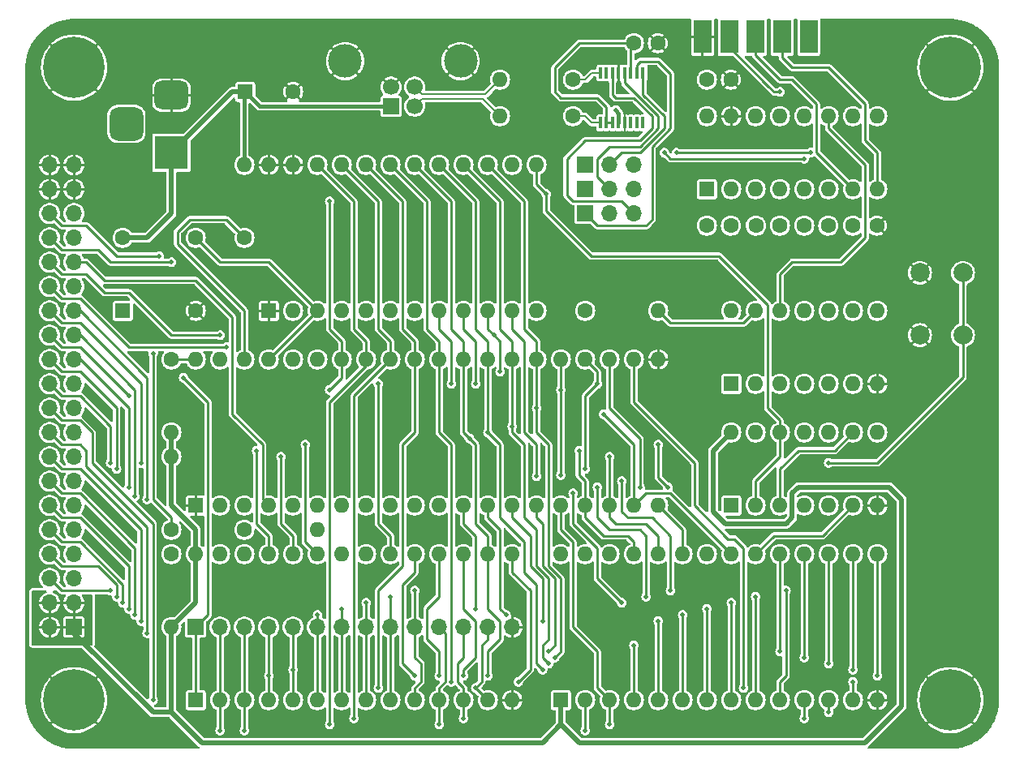
<source format=gtl>
G04 #@! TF.GenerationSoftware,KiCad,Pcbnew,8.0.1*
G04 #@! TF.CreationDate,2024-05-27T02:36:22-05:00*
G04 #@! TF.ProjectId,Minimal-6502,53656172-6c65-4363-9530-322e6b696361,rev?*
G04 #@! TF.SameCoordinates,Original*
G04 #@! TF.FileFunction,Copper,L1,Top*
G04 #@! TF.FilePolarity,Positive*
%FSLAX46Y46*%
G04 Gerber Fmt 4.6, Leading zero omitted, Abs format (unit mm)*
G04 Created by KiCad (PCBNEW 8.0.1) date 2024-05-27 02:36:22*
%MOMM*%
%LPD*%
G01*
G04 APERTURE LIST*
G04 Aperture macros list*
%AMRoundRect*
0 Rectangle with rounded corners*
0 $1 Rounding radius*
0 $2 $3 $4 $5 $6 $7 $8 $9 X,Y pos of 4 corners*
0 Add a 4 corners polygon primitive as box body*
4,1,4,$2,$3,$4,$5,$6,$7,$8,$9,$2,$3,0*
0 Add four circle primitives for the rounded corners*
1,1,$1+$1,$2,$3*
1,1,$1+$1,$4,$5*
1,1,$1+$1,$6,$7*
1,1,$1+$1,$8,$9*
0 Add four rect primitives between the rounded corners*
20,1,$1+$1,$2,$3,$4,$5,0*
20,1,$1+$1,$4,$5,$6,$7,0*
20,1,$1+$1,$6,$7,$8,$9,0*
20,1,$1+$1,$8,$9,$2,$3,0*%
G04 Aperture macros list end*
G04 #@! TA.AperFunction,ComponentPad*
%ADD10R,1.700000X1.700000*%
G04 #@! TD*
G04 #@! TA.AperFunction,ComponentPad*
%ADD11O,1.700000X1.700000*%
G04 #@! TD*
G04 #@! TA.AperFunction,ComponentPad*
%ADD12C,1.600000*%
G04 #@! TD*
G04 #@! TA.AperFunction,ComponentPad*
%ADD13O,1.600000X1.600000*%
G04 #@! TD*
G04 #@! TA.AperFunction,ComponentPad*
%ADD14R,3.500000X3.500000*%
G04 #@! TD*
G04 #@! TA.AperFunction,ComponentPad*
%ADD15RoundRect,0.750000X-1.000000X0.750000X-1.000000X-0.750000X1.000000X-0.750000X1.000000X0.750000X0*%
G04 #@! TD*
G04 #@! TA.AperFunction,ComponentPad*
%ADD16RoundRect,0.875000X-0.875000X0.875000X-0.875000X-0.875000X0.875000X-0.875000X0.875000X0.875000X0*%
G04 #@! TD*
G04 #@! TA.AperFunction,SMDPad,CuDef*
%ADD17R,0.400000X1.200000*%
G04 #@! TD*
G04 #@! TA.AperFunction,ComponentPad*
%ADD18C,1.700000*%
G04 #@! TD*
G04 #@! TA.AperFunction,ComponentPad*
%ADD19C,3.500000*%
G04 #@! TD*
G04 #@! TA.AperFunction,ComponentPad*
%ADD20R,1.600000X1.600000*%
G04 #@! TD*
G04 #@! TA.AperFunction,ComponentPad*
%ADD21C,0.800000*%
G04 #@! TD*
G04 #@! TA.AperFunction,ComponentPad*
%ADD22C,6.400000*%
G04 #@! TD*
G04 #@! TA.AperFunction,ComponentPad*
%ADD23C,2.000000*%
G04 #@! TD*
G04 #@! TA.AperFunction,SMDPad,CuDef*
%ADD24R,1.846667X3.480000*%
G04 #@! TD*
G04 #@! TA.AperFunction,ViaPad*
%ADD25C,0.500000*%
G04 #@! TD*
G04 #@! TA.AperFunction,Conductor*
%ADD26C,0.254000*%
G04 #@! TD*
G04 #@! TA.AperFunction,Conductor*
%ADD27C,0.508000*%
G04 #@! TD*
G04 #@! TA.AperFunction,Conductor*
%ADD28C,0.381000*%
G04 #@! TD*
G04 #@! TA.AperFunction,Conductor*
%ADD29C,0.200000*%
G04 #@! TD*
G04 APERTURE END LIST*
D10*
X144780000Y-114300000D03*
D11*
X147320000Y-114300000D03*
X149859999Y-114300000D03*
X152400000Y-114300000D03*
X154940000Y-114300000D03*
X157480000Y-114300000D03*
X160020000Y-114300000D03*
X162560001Y-114300000D03*
X165100000Y-114300000D03*
X167640000Y-114300000D03*
X170180000Y-114300000D03*
X172719999Y-114300000D03*
X175260000Y-114300000D03*
X177800000Y-114300000D03*
D12*
X149860000Y-104140000D03*
D13*
X157480000Y-104140000D03*
D12*
X149860000Y-73660000D03*
D13*
X149860000Y-66040000D03*
D12*
X142240000Y-104140000D03*
D13*
X142240000Y-96520000D03*
D12*
X142240000Y-106680000D03*
D13*
X142240000Y-114300000D03*
D10*
X132080000Y-114300000D03*
D11*
X129540000Y-114300000D03*
X132080000Y-111760000D03*
X129540000Y-111760000D03*
X132080000Y-109220001D03*
X129540000Y-109220000D03*
X132080000Y-106680000D03*
X129540000Y-106680000D03*
X132080000Y-104140000D03*
X129540000Y-104140000D03*
X132080000Y-101600000D03*
X129540000Y-101600000D03*
X132080000Y-99060000D03*
X129540000Y-99060000D03*
X132080000Y-96519999D03*
X129540000Y-96520000D03*
X132080000Y-93980000D03*
X129540000Y-93980000D03*
X132080000Y-91440000D03*
X129540000Y-91440000D03*
X132080000Y-88900000D03*
X129540000Y-88900000D03*
X132080000Y-86360001D03*
X129540000Y-86360000D03*
X132080000Y-83820000D03*
X129540000Y-83820000D03*
X132080000Y-81280000D03*
X129540000Y-81280000D03*
X132080000Y-78740000D03*
X129540000Y-78740000D03*
X132080000Y-76200001D03*
X129540000Y-76200000D03*
X132080000Y-73659999D03*
X129540000Y-73660000D03*
X132080000Y-71120000D03*
X129540000Y-71120000D03*
X132080000Y-68580000D03*
X129540000Y-68580000D03*
X132080000Y-66040000D03*
X129540000Y-66040000D03*
D14*
X142240000Y-64770000D03*
D15*
X142240000Y-58770000D03*
D16*
X137540000Y-61770000D03*
D17*
X191452501Y-56455000D03*
X190817501Y-56454999D03*
X190182501Y-56455000D03*
X189547501Y-56455000D03*
X188912501Y-56455000D03*
X188277501Y-56455000D03*
X187642501Y-56454999D03*
X187007501Y-56455000D03*
X187007501Y-61655000D03*
X187642501Y-61655001D03*
X188277501Y-61655000D03*
X188912501Y-61655000D03*
X189547501Y-61655000D03*
X190182501Y-61655000D03*
X190817501Y-61655001D03*
X191452501Y-61655000D03*
D12*
X184150001Y-60960000D03*
D13*
X176530001Y-60960000D03*
X176530001Y-57150000D03*
D12*
X184150001Y-57150000D03*
D10*
X185420000Y-71120000D03*
D11*
X187960000Y-71120000D03*
X190499999Y-71120000D03*
D10*
X185420001Y-68580000D03*
D11*
X187960001Y-68580000D03*
X190500000Y-68580000D03*
D10*
X185420001Y-66040000D03*
D11*
X187960001Y-66040000D03*
X190500000Y-66040000D03*
D10*
X165140001Y-59917500D03*
D18*
X167640001Y-59917500D03*
X167640001Y-57917499D03*
X165140001Y-57917499D03*
D19*
X160370001Y-55207500D03*
X172410001Y-55207500D03*
D12*
X190500000Y-53340000D03*
X193000000Y-53340000D03*
D20*
X149940000Y-58420000D03*
D12*
X154940000Y-58420000D03*
D21*
X221120000Y-121920000D03*
X221822944Y-120222944D03*
X221822944Y-123617056D03*
X223520000Y-119520000D03*
D22*
X223520000Y-121920000D03*
D21*
X223520000Y-124320000D03*
X225217056Y-120222944D03*
X225217056Y-123617056D03*
X225920000Y-121920000D03*
X129680000Y-121920000D03*
X130382944Y-120222944D03*
X130382944Y-123617056D03*
X132080000Y-119520000D03*
D22*
X132080000Y-121920000D03*
D21*
X132080000Y-124320000D03*
X133777056Y-120222944D03*
X133777056Y-123617056D03*
X134480000Y-121920000D03*
X221120000Y-55880000D03*
X221822944Y-54182944D03*
X221822944Y-57577056D03*
X223520000Y-53480000D03*
D22*
X223520000Y-55880000D03*
D21*
X223520000Y-58280000D03*
X225217056Y-54182944D03*
X225217056Y-57577056D03*
X225920000Y-55880000D03*
X129680000Y-55880000D03*
X130382944Y-54182944D03*
X130382944Y-57577056D03*
X132080000Y-53480000D03*
D22*
X132080000Y-55880000D03*
D21*
X132080000Y-58280000D03*
X133777056Y-54182944D03*
X133777056Y-57577056D03*
X134480000Y-55880000D03*
D20*
X137160000Y-81280000D03*
D12*
X144780000Y-81280000D03*
X144780000Y-73660000D03*
X137160000Y-73660000D03*
D13*
X144780000Y-86360000D03*
X147320000Y-86360000D03*
X149860000Y-86360000D03*
X152400000Y-86360000D03*
X154940000Y-86360000D03*
X157480000Y-86360000D03*
X160020000Y-86360000D03*
X162560000Y-86360000D03*
X165100000Y-86360000D03*
X167640000Y-86360000D03*
X170180000Y-86360000D03*
X172720000Y-86360000D03*
X175260000Y-86360000D03*
X177800000Y-86360000D03*
X180340000Y-86360000D03*
X182880000Y-86360000D03*
X185420000Y-86360000D03*
X187960000Y-86360000D03*
X190500000Y-86360000D03*
X193040000Y-86360000D03*
X193040000Y-101600000D03*
X190500000Y-101600000D03*
X187960000Y-101600000D03*
X185420001Y-101600000D03*
X182879999Y-101600000D03*
X180340000Y-101600000D03*
X177800000Y-101600000D03*
X175260000Y-101600000D03*
X172719999Y-101600000D03*
X170180000Y-101600000D03*
X167640000Y-101600000D03*
X165100000Y-101600000D03*
X162560001Y-101600000D03*
X160020000Y-101600000D03*
X157480000Y-101600000D03*
X154940000Y-101600000D03*
X152400000Y-101600000D03*
X149859999Y-101600000D03*
X147320000Y-101600000D03*
D20*
X144780000Y-101600000D03*
D13*
X182880000Y-106680000D03*
X185420000Y-106680000D03*
X187960000Y-106680000D03*
X190500000Y-106680000D03*
X193040000Y-106680000D03*
X195580000Y-106680000D03*
X198120000Y-106680000D03*
X200660000Y-106680000D03*
X203200000Y-106680000D03*
X205740000Y-106680000D03*
X208280000Y-106680000D03*
X210820000Y-106680000D03*
X213360000Y-106680000D03*
X215900000Y-106680000D03*
X215900000Y-121920000D03*
X213360000Y-121920000D03*
X210819999Y-121920000D03*
X208280000Y-121920000D03*
X205740000Y-121920000D03*
X203200000Y-121920000D03*
X200660001Y-121920000D03*
X198120000Y-121920000D03*
X195580000Y-121920000D03*
X193040000Y-121920000D03*
X190500000Y-121920000D03*
X187959999Y-121920000D03*
X185420000Y-121920000D03*
D20*
X182880000Y-121920000D03*
X144780000Y-121920000D03*
D13*
X147320000Y-121920000D03*
X149859999Y-121920000D03*
X152400000Y-121920000D03*
X154940000Y-121920000D03*
X157480000Y-121920000D03*
X160020000Y-121920000D03*
X162560001Y-121920000D03*
X165100000Y-121920000D03*
X167640000Y-121920000D03*
X170180000Y-121920000D03*
X172719999Y-121920000D03*
X175260000Y-121920000D03*
X177800000Y-121920000D03*
X177800000Y-106680000D03*
X175260000Y-106680000D03*
X172720000Y-106680000D03*
X170180000Y-106680000D03*
X167640000Y-106680000D03*
X165100000Y-106680000D03*
X162560000Y-106680000D03*
X160020000Y-106680000D03*
X157480000Y-106680000D03*
X154940000Y-106680000D03*
X152400000Y-106680000D03*
X149860000Y-106680000D03*
X147320000Y-106680000D03*
X144780000Y-106680000D03*
D20*
X200660000Y-88900000D03*
D13*
X203200000Y-88900000D03*
X205739999Y-88900000D03*
X208280000Y-88900000D03*
X210820000Y-88900000D03*
X213360000Y-88900000D03*
X215900000Y-88900000D03*
X215900000Y-81280000D03*
X213360000Y-81280000D03*
X210820000Y-81280000D03*
X208280000Y-81280000D03*
X205740000Y-81280000D03*
X203200000Y-81280000D03*
X200660000Y-81280000D03*
X200660000Y-93980000D03*
X203200000Y-93980000D03*
X205740000Y-93980000D03*
X208280000Y-93980000D03*
X210820000Y-93980000D03*
X213360000Y-93980000D03*
X215900000Y-93980000D03*
X215900000Y-101600000D03*
X213360000Y-101600000D03*
X210820000Y-101600000D03*
X208280000Y-101600000D03*
X205739999Y-101600000D03*
X203200000Y-101600000D03*
D20*
X200660000Y-101600000D03*
X198119999Y-68580000D03*
D13*
X200659999Y-68580000D03*
X203199998Y-68580000D03*
X205739999Y-68580000D03*
X208279999Y-68580000D03*
X210819999Y-68580000D03*
X213359999Y-68580000D03*
X215900000Y-68580000D03*
X215899999Y-60960000D03*
X213359999Y-60960000D03*
X210819999Y-60960000D03*
X208279999Y-60960000D03*
X205739999Y-60960000D03*
X203199999Y-60960000D03*
X200659999Y-60960000D03*
X198119999Y-60960000D03*
D20*
X152400000Y-81280000D03*
D13*
X154940000Y-81280000D03*
X157479999Y-81280000D03*
X160020000Y-81280000D03*
X162560000Y-81280000D03*
X165100000Y-81280000D03*
X167640000Y-81280000D03*
X170180001Y-81280000D03*
X172720000Y-81280000D03*
X175260000Y-81280000D03*
X177800000Y-81280000D03*
X180339999Y-81280000D03*
X180340000Y-66040000D03*
X177800000Y-66040000D03*
X175260000Y-66040000D03*
X172720000Y-66040000D03*
X170180000Y-66040000D03*
X167640000Y-66040000D03*
X165100000Y-66040000D03*
X162560000Y-66040000D03*
X160020000Y-66040000D03*
X157480000Y-66040000D03*
X154940000Y-66040000D03*
X152400000Y-66040000D03*
D23*
X220345000Y-83820000D03*
X220345000Y-77320000D03*
X224845001Y-83820000D03*
X224845000Y-77319999D03*
D12*
X185420000Y-81280000D03*
D13*
X193040000Y-81280000D03*
X142240000Y-93980000D03*
D12*
X142240000Y-86360000D03*
D24*
X208740000Y-52682500D03*
X205969999Y-52682500D03*
X203199999Y-52682500D03*
X200429999Y-52682500D03*
X197659998Y-52682500D03*
D12*
X200619999Y-57150000D03*
X198119999Y-57150000D03*
X215859999Y-72390000D03*
X213359999Y-72390000D03*
X205739999Y-72390000D03*
X203239999Y-72390000D03*
X210779999Y-72390000D03*
X208279999Y-72390000D03*
X200619999Y-72390000D03*
X198119999Y-72390000D03*
D25*
X186690000Y-114935000D03*
X183515000Y-114935000D03*
X169545000Y-118745000D03*
X165735000Y-116840000D03*
X164465000Y-116840000D03*
X163195000Y-116840000D03*
X161925000Y-116840000D03*
X160655000Y-116840000D03*
X159385000Y-116840000D03*
X158115000Y-116840000D03*
X156210000Y-116840000D03*
X153670000Y-116840000D03*
X151130000Y-116840000D03*
X148590000Y-116840000D03*
X142240000Y-109220000D03*
X135255000Y-116840000D03*
X139065000Y-120650000D03*
X163830000Y-120650000D03*
X185420000Y-125095000D03*
X147320000Y-125095000D03*
X139065000Y-100330000D03*
X140970000Y-100330000D03*
X189230000Y-58420000D03*
X156210000Y-78105000D03*
X154940000Y-69850000D03*
X157480000Y-71120000D03*
X177800000Y-70485000D03*
X175260000Y-70485000D03*
X172720000Y-70485000D03*
X170180000Y-70485000D03*
X167640000Y-70485000D03*
X165100000Y-70485000D03*
X162560000Y-71120000D03*
X160020000Y-71120000D03*
X197485000Y-80645000D03*
X160020000Y-92710000D03*
X143510000Y-104775000D03*
X148590000Y-102870000D03*
X142240000Y-77470000D03*
X139700000Y-74930000D03*
X139700000Y-77470000D03*
X139700000Y-79375000D03*
X142240000Y-80645000D03*
X194945000Y-81915000D03*
X187325000Y-77470000D03*
X187960000Y-81280000D03*
X182880000Y-83820000D03*
X191770000Y-93345000D03*
X186690000Y-93345000D03*
X184150000Y-92710000D03*
X181610000Y-92710000D03*
X179705000Y-92710000D03*
X178435000Y-92075000D03*
X176530000Y-92710000D03*
X173990000Y-92710000D03*
X171450000Y-92710000D03*
X168910000Y-92710000D03*
X166370000Y-92710000D03*
X164465000Y-92710000D03*
X163195000Y-92710000D03*
X151130000Y-92710000D03*
X219710000Y-114300000D03*
X216535000Y-114300000D03*
X214630000Y-114300000D03*
X212090000Y-114300000D03*
X209550000Y-114300000D03*
X207645000Y-114300000D03*
X204470000Y-114300000D03*
X202565000Y-114300000D03*
X201295000Y-114300000D03*
X199390000Y-114300000D03*
X196850000Y-114300000D03*
X194310000Y-114300000D03*
X191770000Y-114300000D03*
X210820000Y-97155000D03*
X144780000Y-93980000D03*
X144780000Y-96520000D03*
X139065000Y-86360000D03*
X133985000Y-90170000D03*
X137160000Y-93980000D03*
X134620000Y-95250000D03*
X137160000Y-98425000D03*
X136525000Y-102870000D03*
X136525000Y-105410000D03*
X136525000Y-107950000D03*
X146050000Y-116840000D03*
X143510000Y-116205000D03*
X139065000Y-124460000D03*
X158750000Y-89535000D03*
X137795000Y-99695000D03*
X138430000Y-100647500D03*
X139700000Y-100965000D03*
X140335000Y-85725000D03*
X140970000Y-75565000D03*
X142240000Y-76200000D03*
X175895000Y-83820000D03*
X147320000Y-83820000D03*
X147955000Y-85090000D03*
X139065000Y-97155000D03*
X187325000Y-92075000D03*
X137795000Y-90170000D03*
X136525000Y-97790000D03*
X135890000Y-97155000D03*
X140335000Y-121920000D03*
X139700000Y-114935000D03*
X139065000Y-113665000D03*
X138430000Y-113030000D03*
X137795000Y-112395000D03*
X137160000Y-111760000D03*
X136525000Y-111125000D03*
X135890000Y-110490000D03*
X180340000Y-91440000D03*
X177800000Y-93345000D03*
X175260000Y-93980000D03*
X173355000Y-94615000D03*
X213360000Y-98425000D03*
X208280000Y-78105000D03*
X205740000Y-74930000D03*
X199390000Y-78105000D03*
X201930000Y-80645000D03*
X192405000Y-55880000D03*
X194945000Y-55880000D03*
X194945000Y-59055000D03*
X205740000Y-58420000D03*
X192405000Y-108585000D03*
X183515000Y-103505000D03*
X182245000Y-104775000D03*
X177165000Y-104775000D03*
X175895000Y-104775000D03*
X172720000Y-104775000D03*
X170180000Y-104140000D03*
X167640000Y-104140000D03*
X165735000Y-104775000D03*
X163830000Y-107315000D03*
X163195000Y-104775000D03*
X161925000Y-103505000D03*
X184150000Y-97790000D03*
X180975000Y-97790000D03*
X179705000Y-97790000D03*
X148590000Y-97790000D03*
X152400000Y-97790000D03*
X154940000Y-97790000D03*
X157480000Y-97155000D03*
X162560000Y-97790000D03*
X177800000Y-97790000D03*
X175260000Y-97790000D03*
X172720000Y-97790000D03*
X170180000Y-97790000D03*
X167640000Y-97790000D03*
X165735000Y-99695000D03*
X165100000Y-97790000D03*
X207010000Y-62865000D03*
X207010000Y-59055000D03*
X215900000Y-63500000D03*
X212725000Y-62865000D03*
X213995000Y-64135000D03*
X212725000Y-66040000D03*
X211455000Y-64135000D03*
X209550000Y-57150000D03*
X189865000Y-62865000D03*
X190500000Y-60325000D03*
X187325000Y-57785000D03*
X187960000Y-54610000D03*
X159004000Y-68580000D03*
X179070000Y-67945000D03*
X175895000Y-67945000D03*
X173355000Y-67945000D03*
X170815000Y-67945000D03*
X168275000Y-67945000D03*
X165735000Y-67945000D03*
X163195000Y-67945000D03*
X160655000Y-67945000D03*
X180340000Y-73025000D03*
X177800000Y-73025000D03*
X175260000Y-76835000D03*
X172720000Y-76835000D03*
X172720000Y-72390000D03*
X170180000Y-72390000D03*
X170815000Y-76835000D03*
X167640000Y-72390000D03*
X165100000Y-75565000D03*
X162560000Y-75565000D03*
X167640000Y-83185000D03*
X165100000Y-83185000D03*
X162560000Y-83185000D03*
X160020000Y-83185000D03*
X157480000Y-83185000D03*
X191770000Y-90170000D03*
X189230000Y-90170000D03*
X186690000Y-90170000D03*
X184150000Y-90170000D03*
X181610000Y-90170000D03*
X179705000Y-90170000D03*
X178435000Y-90170000D03*
X176530000Y-90170000D03*
X173990000Y-90170000D03*
X171450000Y-90170000D03*
X168910000Y-90170000D03*
X166370000Y-90170000D03*
X164465000Y-90170000D03*
X163195000Y-90170000D03*
X152400000Y-90170000D03*
X147955000Y-92710000D03*
X147955000Y-90170000D03*
X142240000Y-90170000D03*
X196850000Y-104775000D03*
X195580000Y-91440000D03*
X201930000Y-91948000D03*
X196850000Y-85725000D03*
X198120000Y-93345000D03*
X207010000Y-99060000D03*
X204470000Y-100330000D03*
X197485000Y-99695000D03*
X189230000Y-108585000D03*
X196850000Y-108585000D03*
X199390000Y-108585000D03*
X204470000Y-108585000D03*
X207010000Y-108585000D03*
X209550000Y-108585000D03*
X212090000Y-108585000D03*
X201930000Y-104775000D03*
X212090000Y-104775000D03*
X180340000Y-98552000D03*
X193675000Y-64770000D03*
X208280000Y-65405000D03*
X208915000Y-64770000D03*
X194945000Y-64770000D03*
X188595000Y-60325000D03*
X194056000Y-99695000D03*
X193040000Y-95250000D03*
X156210000Y-95250000D03*
X184785000Y-95885000D03*
X151130000Y-95885000D03*
X187960000Y-96520000D03*
X153670000Y-96520000D03*
X185420000Y-97790000D03*
X182880000Y-98425000D03*
X181356000Y-69088000D03*
X158750000Y-69850000D03*
X163830000Y-88900000D03*
X171450000Y-88900000D03*
X182880000Y-89535000D03*
X143510000Y-88265000D03*
X173990000Y-88900000D03*
X186690000Y-88900000D03*
X176530000Y-87630000D03*
X191135000Y-99695000D03*
X201930000Y-120650000D03*
X187960000Y-124460000D03*
X149860000Y-125095000D03*
X167640000Y-110490000D03*
X206375000Y-110490000D03*
X194310000Y-110490000D03*
X189230000Y-99060000D03*
X165100000Y-111125000D03*
X203200000Y-111125000D03*
X191770000Y-111125000D03*
X186690000Y-99695000D03*
X162560000Y-111760000D03*
X200660000Y-111760000D03*
X189230000Y-111760000D03*
X184150000Y-100330000D03*
X198120000Y-112395000D03*
X160020000Y-112395000D03*
X173990000Y-112395000D03*
X157480000Y-113030000D03*
X195580000Y-113030000D03*
X177165000Y-113030000D03*
X154940000Y-118745000D03*
X180975000Y-113665000D03*
X193040000Y-113665000D03*
X152400000Y-119380000D03*
X190500000Y-116205000D03*
X181610000Y-116840000D03*
X182245000Y-117475000D03*
X167640000Y-119380000D03*
X205740000Y-116840000D03*
X208280000Y-117475000D03*
X170180000Y-119380000D03*
X181610000Y-118110000D03*
X210820000Y-118110000D03*
X172720000Y-119380000D03*
X180975000Y-118745000D03*
X213360000Y-118745000D03*
X175260000Y-119380000D03*
X215900000Y-119380000D03*
X178435000Y-120015000D03*
X171450000Y-120015000D03*
X161290000Y-123825000D03*
X158750000Y-124460000D03*
X173990000Y-120650000D03*
X213360000Y-120015000D03*
X210820000Y-123190000D03*
X172720000Y-123825000D03*
X208280000Y-123825000D03*
X170180000Y-124460000D03*
D26*
X168910000Y-112395000D02*
X170180000Y-111125000D01*
X168910000Y-115570000D02*
X168910000Y-112395000D01*
X170180000Y-116840000D02*
X168910000Y-115570000D01*
X170180000Y-119380000D02*
X170180000Y-116840000D01*
X170180000Y-111125000D02*
X170180000Y-106680000D01*
X170180000Y-120650000D02*
X170180000Y-121920000D01*
X170815000Y-120015000D02*
X170180000Y-120650000D01*
X170815000Y-114935000D02*
X170815000Y-120015000D01*
X170180000Y-114300000D02*
X170815000Y-114935000D01*
X146050000Y-113030000D02*
X144780000Y-114300000D01*
X146050000Y-90805000D02*
X146050000Y-113030000D01*
X143510000Y-88265000D02*
X146050000Y-90805000D01*
X173990000Y-120650000D02*
X175260000Y-121920000D01*
X175260000Y-115570000D02*
X175260000Y-114300000D01*
X173990000Y-120650000D02*
X174625000Y-120015000D01*
X174625000Y-116205000D02*
X175260000Y-115570000D01*
X174625000Y-120015000D02*
X174625000Y-116205000D01*
X163830000Y-110490000D02*
X163830000Y-120650000D01*
X166370000Y-107950000D02*
X163830000Y-110490000D01*
X166370000Y-95250000D02*
X166370000Y-107950000D01*
X167640000Y-93980000D02*
X166370000Y-95250000D01*
X167640000Y-86360000D02*
X167640000Y-93980000D01*
X161290000Y-90170000D02*
X165100000Y-86360000D01*
X161290000Y-123825000D02*
X161290000Y-90170000D01*
X162560000Y-86995000D02*
X162560000Y-86360000D01*
X158750000Y-90805000D02*
X162560000Y-86995000D01*
X158750000Y-124460000D02*
X158750000Y-90805000D01*
X167640000Y-108585000D02*
X167640000Y-106680000D01*
X166370000Y-109855000D02*
X167640000Y-108585000D01*
X167640000Y-119380000D02*
X166370000Y-118110000D01*
X166370000Y-118110000D02*
X166370000Y-109855000D01*
X167640000Y-110490000D02*
X167640000Y-114300000D01*
X167640000Y-117475000D02*
X167640000Y-114300000D01*
X168275000Y-118110000D02*
X167640000Y-117475000D01*
X168275000Y-120015000D02*
X168275000Y-118110000D01*
X167640000Y-120650000D02*
X167640000Y-121920000D01*
X168275000Y-120015000D02*
X167640000Y-120650000D01*
X172720000Y-117475000D02*
X172719999Y-114300000D01*
X172085000Y-118110000D02*
X172720000Y-117475000D01*
X172720000Y-120650000D02*
X172085000Y-120015000D01*
X172719999Y-121920000D02*
X172720000Y-120650000D01*
X172085000Y-120015000D02*
X172085000Y-118110000D01*
X179705000Y-110490000D02*
X179705000Y-118745000D01*
X179705000Y-118745000D02*
X178435000Y-120015000D01*
X177800000Y-108585000D02*
X179705000Y-110490000D01*
X177800000Y-106680000D02*
X177800000Y-108585000D01*
X179070000Y-105410000D02*
X176530000Y-102870000D01*
X180340000Y-118110000D02*
X180340000Y-109855000D01*
X180340000Y-109855000D02*
X179070000Y-108585000D01*
X179070000Y-108585000D02*
X179070000Y-105410000D01*
X176530000Y-95250000D02*
X175260000Y-93980000D01*
X180975000Y-118745000D02*
X180340000Y-118110000D01*
X176530000Y-102870000D02*
X176530000Y-95250000D01*
X179705000Y-104775000D02*
X177800000Y-102870000D01*
X177800000Y-102870000D02*
X177800000Y-101600000D01*
X180975000Y-109220000D02*
X179705000Y-107950000D01*
X180975000Y-113665000D02*
X180975000Y-109220000D01*
X179705000Y-107950000D02*
X179705000Y-104775000D01*
X179070000Y-95250000D02*
X177800000Y-93980000D01*
X180340000Y-104140000D02*
X179070000Y-102870000D01*
X180340000Y-107950000D02*
X180340000Y-104140000D01*
X179070000Y-102870000D02*
X179070000Y-95250000D01*
X181610000Y-115570000D02*
X181610000Y-109220000D01*
X180975000Y-116205000D02*
X181610000Y-115570000D01*
X180975000Y-117475000D02*
X180975000Y-116205000D01*
X181610000Y-118110000D02*
X180975000Y-117475000D01*
X177800000Y-93980000D02*
X177800000Y-93345000D01*
X181610000Y-109220000D02*
X180340000Y-107950000D01*
X180340000Y-93980000D02*
X180340000Y-91440000D01*
X181610000Y-95250000D02*
X180340000Y-93980000D01*
X181610000Y-107950000D02*
X181610000Y-95250000D01*
X182880000Y-109220000D02*
X181610000Y-107950000D01*
X182880000Y-116840000D02*
X182880000Y-109220000D01*
X182245000Y-117475000D02*
X182880000Y-116840000D01*
X180340000Y-102870000D02*
X180340000Y-101600000D01*
X180975000Y-107950000D02*
X180975000Y-103505000D01*
X182245000Y-109220000D02*
X180975000Y-107950000D01*
X182245000Y-116205000D02*
X182245000Y-109220000D01*
X181610000Y-116840000D02*
X182245000Y-116205000D01*
X180975000Y-103505000D02*
X180340000Y-102870000D01*
X175260000Y-102870000D02*
X175260000Y-101600000D01*
X176530000Y-104140000D02*
X175260000Y-102870000D01*
X176530000Y-112395000D02*
X176530000Y-104140000D01*
X177165000Y-113030000D02*
X176530000Y-112395000D01*
X175260000Y-116840000D02*
X175260000Y-119380000D01*
X176530000Y-113665000D02*
X176530000Y-115570000D01*
X176530000Y-115570000D02*
X175260000Y-116840000D01*
X175260000Y-112395000D02*
X176530000Y-113665000D01*
X175260000Y-106680000D02*
X175260000Y-112395000D01*
X172720000Y-112395000D02*
X172720000Y-106680000D01*
X173990000Y-113665000D02*
X172720000Y-112395000D01*
X173990000Y-117475000D02*
X173990000Y-113665000D01*
X172720000Y-119380000D02*
X172720000Y-118745000D01*
X172720000Y-118745000D02*
X173990000Y-117475000D01*
X165100000Y-111125000D02*
X165100000Y-121920000D01*
X154940000Y-114300000D02*
X154940000Y-118745000D01*
X154940000Y-118745000D02*
X154940000Y-121920000D01*
X130810000Y-95250000D02*
X129540000Y-93980000D01*
X139700000Y-103822500D02*
X133350000Y-97472500D01*
X139700000Y-114935000D02*
X139700000Y-103822500D01*
X133350000Y-97472500D02*
X133350000Y-95885000D01*
X132715000Y-95250000D02*
X130810000Y-95250000D01*
X133350000Y-95885000D02*
X132715000Y-95250000D01*
X152400000Y-119380000D02*
X152400000Y-114300000D01*
X190500000Y-116205000D02*
X190500000Y-121920000D01*
X205740000Y-116840000D02*
X205740000Y-106680000D01*
X206375000Y-119380000D02*
X205740000Y-120015000D01*
X205740000Y-120015000D02*
X205740000Y-121920000D01*
X206375000Y-110490000D02*
X206375000Y-119380000D01*
X208280000Y-117475000D02*
X208280000Y-106680000D01*
X210820000Y-118110000D02*
X210820000Y-106680000D01*
X213360000Y-108585000D02*
X213360000Y-106680000D01*
X213360000Y-118745000D02*
X213360000Y-108585000D01*
X152400000Y-119380000D02*
X152400000Y-121920000D01*
X215900000Y-119380000D02*
X215900000Y-106680000D01*
X170180000Y-93980000D02*
X170180000Y-86360000D01*
X171450000Y-120015000D02*
X171450000Y-95250000D01*
X171450000Y-95250000D02*
X170180000Y-93980000D01*
X213360000Y-120015000D02*
X213360000Y-121920000D01*
X210820000Y-123190000D02*
X210819999Y-123189999D01*
X210819999Y-123189999D02*
X210819999Y-121920000D01*
X172719999Y-123824999D02*
X172719999Y-121920000D01*
X172720000Y-123825000D02*
X172719999Y-123824999D01*
X133985000Y-93980000D02*
X132715000Y-92710000D01*
X130810000Y-92710000D02*
X129540000Y-91440000D01*
X132715000Y-92710000D02*
X130810000Y-92710000D01*
X133985000Y-97155000D02*
X133985000Y-93980000D01*
X140335000Y-103505000D02*
X133985000Y-97155000D01*
X140335000Y-121920000D02*
X140335000Y-103505000D01*
X208280000Y-123825000D02*
X208280000Y-121920000D01*
X170180000Y-124460000D02*
X170180000Y-121920000D01*
X184150000Y-114300000D02*
X184150000Y-105410000D01*
X186690000Y-116840000D02*
X184150000Y-114300000D01*
X186690000Y-120650001D02*
X186690000Y-116840000D01*
X184150000Y-105410000D02*
X182879999Y-104139999D01*
X187960000Y-121920001D02*
X186690000Y-120650001D01*
X182879999Y-104139999D02*
X182879999Y-101600000D01*
X187960000Y-124460000D02*
X187960000Y-121920001D01*
X187960000Y-121920001D02*
X187959999Y-121920000D01*
X185420000Y-125095000D02*
X185420000Y-121920000D01*
D27*
X198755000Y-95885000D02*
X200660000Y-93980000D01*
X198755000Y-102235000D02*
X198755000Y-95885000D01*
X200025000Y-103505000D02*
X198755000Y-102235000D01*
X207010000Y-102870000D02*
X206375000Y-103505000D01*
X207010000Y-100330000D02*
X207010000Y-102870000D01*
X217170000Y-99695000D02*
X207645000Y-99695000D01*
X218440000Y-100965000D02*
X217170000Y-99695000D01*
X184785000Y-126365000D02*
X214630000Y-126365000D01*
X214630000Y-126365000D02*
X218440000Y-122555000D01*
X218440000Y-122555000D02*
X218440000Y-100965000D01*
X206375000Y-103505000D02*
X200025000Y-103505000D01*
X207645000Y-99695000D02*
X207010000Y-100330000D01*
X182880000Y-124460000D02*
X184785000Y-126365000D01*
X140335000Y-123190000D02*
X142240000Y-123190000D01*
X132080000Y-114935000D02*
X140335000Y-123190000D01*
X132080000Y-114300000D02*
X132080000Y-114935000D01*
D26*
X149860000Y-125095000D02*
X149860000Y-121920001D01*
X149860000Y-125095000D02*
X149859999Y-114300000D01*
X149860000Y-121920001D02*
X149859999Y-121920000D01*
X147320000Y-125095000D02*
X147320000Y-121920000D01*
D27*
X145415000Y-126365000D02*
X142240000Y-123190000D01*
X180975000Y-126365000D02*
X145415000Y-126365000D01*
X182880000Y-124460000D02*
X180975000Y-126365000D01*
D26*
X147320000Y-114300000D02*
X147320000Y-121920000D01*
X144780000Y-114300000D02*
X144780000Y-121920000D01*
X132715000Y-83820000D02*
X132080000Y-83820000D01*
X138430000Y-89535000D02*
X132715000Y-83820000D01*
X138430000Y-100647500D02*
X138430000Y-89535000D01*
X188595000Y-59055000D02*
X188277501Y-58737501D01*
X190500000Y-59055000D02*
X188595000Y-59055000D01*
X192405000Y-60960000D02*
X190500000Y-59055000D01*
X192405000Y-62230000D02*
X192405000Y-60960000D01*
X183515000Y-65405000D02*
X185420000Y-63500000D01*
X183515000Y-69215000D02*
X183515000Y-65405000D01*
X191135000Y-63500000D02*
X192405000Y-62230000D01*
X184150000Y-69850000D02*
X183515000Y-69215000D01*
X189229999Y-69850000D02*
X184150000Y-69850000D01*
X185420000Y-63500000D02*
X191135000Y-63500000D01*
X188277501Y-58737501D02*
X188277501Y-56455000D01*
X190499999Y-71120000D02*
X189229999Y-69850000D01*
X156210000Y-105410000D02*
X156210000Y-95250000D01*
X157480000Y-106680000D02*
X156210000Y-105410000D01*
X215900000Y-64770000D02*
X215900000Y-68580000D01*
X214629999Y-63499999D02*
X215900000Y-64770000D01*
X210819999Y-55880000D02*
X214629999Y-59690000D01*
X214629999Y-59690000D02*
X214629999Y-63499999D01*
X205969999Y-54840000D02*
X207009999Y-55880000D01*
X207009999Y-55880000D02*
X210819999Y-55880000D01*
X205969999Y-52682500D02*
X205969999Y-54840000D01*
X190500000Y-95250000D02*
X190500000Y-101600000D01*
X187325000Y-92075000D02*
X190500000Y-95250000D01*
X186690000Y-88900000D02*
X186690000Y-87630000D01*
X186690000Y-87630000D02*
X185420000Y-86360000D01*
X185420000Y-97790000D02*
X185420000Y-90170000D01*
X185420000Y-90170000D02*
X186690000Y-88900000D01*
X160020000Y-88265000D02*
X160020000Y-86360000D01*
X158750000Y-89535000D02*
X160020000Y-88265000D01*
X180340000Y-68072000D02*
X180340000Y-66040000D01*
X181356000Y-69088000D02*
X180340000Y-68072000D01*
X205740000Y-92710000D02*
X205740000Y-93980000D01*
X204470000Y-80645000D02*
X204470000Y-91440000D01*
X186055000Y-75565000D02*
X199390000Y-75565000D01*
X204470000Y-91440000D02*
X205740000Y-92710000D01*
X181356000Y-70866000D02*
X186055000Y-75565000D01*
X181356000Y-69088000D02*
X181356000Y-70866000D01*
X199390000Y-75565000D02*
X204470000Y-80645000D01*
X147955000Y-71755000D02*
X149860000Y-73660000D01*
X144145000Y-71755000D02*
X147955000Y-71755000D01*
X142875000Y-73025000D02*
X144145000Y-71755000D01*
X142875000Y-74295000D02*
X142875000Y-73025000D01*
X149860000Y-81280000D02*
X142875000Y-74295000D01*
X149860000Y-86360000D02*
X149860000Y-81280000D01*
X144780000Y-78105000D02*
X135255000Y-78105000D01*
X148590000Y-81915000D02*
X144780000Y-78105000D01*
X151765000Y-100965000D02*
X151765000Y-95250000D01*
X151765000Y-95250000D02*
X148590000Y-92075000D01*
X148590000Y-92075000D02*
X148590000Y-81915000D01*
X135255000Y-78105000D02*
X133350001Y-76200001D01*
X133350001Y-76200001D02*
X132080000Y-76200001D01*
X152400000Y-101600000D02*
X151765000Y-100965000D01*
X130810000Y-77470000D02*
X129540000Y-76200000D01*
X133350000Y-77470000D02*
X130810000Y-77470000D01*
X137795000Y-79375000D02*
X135255000Y-79375000D01*
X142240000Y-83820000D02*
X137795000Y-79375000D01*
X147320000Y-83820000D02*
X142240000Y-83820000D01*
X135255000Y-79375000D02*
X133350000Y-77470000D01*
X147955000Y-85090000D02*
X137795000Y-85090000D01*
X137795000Y-85090000D02*
X132715000Y-80010000D01*
X132715000Y-80010000D02*
X130810000Y-80010000D01*
X130810000Y-80010000D02*
X129540000Y-78740000D01*
D28*
X149860000Y-58500000D02*
X149860000Y-66040000D01*
X149940000Y-58420000D02*
X149860000Y-58500000D01*
D26*
X210185000Y-104775000D02*
X213360000Y-101600000D01*
X205105000Y-104775000D02*
X210185000Y-104775000D01*
X203200000Y-106680000D02*
X205105000Y-104775000D01*
X200342500Y-105092500D02*
X200977500Y-105092500D01*
X196850000Y-101600000D02*
X200342500Y-105092500D01*
X196850000Y-97155000D02*
X196850000Y-101600000D01*
X190500000Y-90805000D02*
X196850000Y-97155000D01*
X201930000Y-106045000D02*
X201930000Y-120650000D01*
X190500000Y-86360000D02*
X190500000Y-90805000D01*
X200977500Y-105092500D02*
X201930000Y-106045000D01*
D27*
X182880000Y-121920000D02*
X182880000Y-124460000D01*
D26*
X184150000Y-103505000D02*
X184150000Y-100330000D01*
X189230000Y-111760000D02*
X186690000Y-109220000D01*
X186690000Y-109220000D02*
X186690000Y-106045000D01*
X186690000Y-106045000D02*
X184150000Y-103505000D01*
D27*
X139700000Y-73660000D02*
X137160000Y-73660000D01*
X142240000Y-71120000D02*
X139700000Y-73660000D01*
X142240000Y-64770000D02*
X142240000Y-71120000D01*
D26*
X152399999Y-76200000D02*
X157479999Y-81280000D01*
X147320000Y-76200000D02*
X152399999Y-76200000D01*
X144780000Y-73660000D02*
X147320000Y-76200000D01*
X134620000Y-74930000D02*
X130810000Y-74930000D01*
X135890000Y-76200000D02*
X134620000Y-74930000D01*
X130810000Y-74930000D02*
X129540000Y-73660000D01*
X142240000Y-76200000D02*
X135890000Y-76200000D01*
X133350000Y-72390000D02*
X130810000Y-72390000D01*
X130810000Y-72390000D02*
X129540000Y-71120000D01*
X140970000Y-75565000D02*
X136525000Y-75565000D01*
X136525000Y-75565000D02*
X133350000Y-72390000D01*
X177800000Y-83185000D02*
X177800000Y-81280000D01*
X179070000Y-93980000D02*
X179070000Y-84455000D01*
X179070000Y-84455000D02*
X177800000Y-83185000D01*
X180340000Y-95250000D02*
X179070000Y-93980000D01*
X180340000Y-98552000D02*
X180340000Y-95250000D01*
X193040000Y-98679000D02*
X193040000Y-95250000D01*
X194056000Y-99695000D02*
X193040000Y-98679000D01*
X130810000Y-90170000D02*
X129540000Y-88900000D01*
X132715000Y-90170000D02*
X130810000Y-90170000D01*
X135890000Y-93345000D02*
X132715000Y-90170000D01*
X135890000Y-97155000D02*
X135890000Y-93345000D01*
X130810000Y-87630000D02*
X129540000Y-86360000D01*
X132715000Y-87630000D02*
X130810000Y-87630000D01*
X136525000Y-97790000D02*
X136525000Y-91440000D01*
X136525000Y-91440000D02*
X132715000Y-87630000D01*
X224845001Y-77320000D02*
X224845000Y-77319999D01*
X224845001Y-83820000D02*
X224845001Y-77320000D01*
X224845001Y-88209999D02*
X224845001Y-83820000D01*
X215900000Y-97155000D02*
X224845001Y-88209999D01*
X210820000Y-97155000D02*
X215900000Y-97155000D01*
X207645000Y-95885000D02*
X205739999Y-97790001D01*
X211454999Y-95885000D02*
X207645000Y-95885000D01*
X213360000Y-93980000D02*
X211454999Y-95885000D01*
X205739999Y-97790001D02*
X205739999Y-101600000D01*
X172720000Y-83185000D02*
X172720000Y-81280000D01*
X173990000Y-88900000D02*
X173990000Y-84455000D01*
X173990000Y-84455000D02*
X172720000Y-83185000D01*
X182880000Y-86360000D02*
X182880000Y-89535000D01*
X182880000Y-98425000D02*
X182880000Y-89535000D01*
X142240000Y-102870000D02*
X142240000Y-104140000D01*
X140335000Y-85725000D02*
X140335000Y-100965000D01*
X140335000Y-100965000D02*
X142240000Y-102870000D01*
X137795000Y-98425000D02*
X137795000Y-99695000D01*
X132080000Y-86360001D02*
X132715001Y-86360001D01*
X132715001Y-86360001D02*
X137795000Y-91440000D01*
X137795000Y-91440000D02*
X137795000Y-98425000D01*
X139700000Y-100965000D02*
X139700000Y-88265000D01*
X139700000Y-88265000D02*
X132715000Y-81280000D01*
X132715000Y-81280000D02*
X132080000Y-81280000D01*
X130810000Y-85090000D02*
X129540000Y-83820000D01*
X132715000Y-85090000D02*
X130810000Y-85090000D01*
X137795000Y-90170000D02*
X132715000Y-85090000D01*
X175895000Y-83820000D02*
X176530000Y-84455000D01*
X175260000Y-83185000D02*
X175895000Y-83820000D01*
X130810000Y-82550000D02*
X129540000Y-81280000D01*
X132715000Y-82550000D02*
X130810000Y-82550000D01*
X139065000Y-97155000D02*
X139065000Y-88900000D01*
X139065000Y-88900000D02*
X132715000Y-82550000D01*
X187960000Y-91440000D02*
X187960000Y-86360000D01*
X191135000Y-94615000D02*
X187960000Y-91440000D01*
X191135000Y-99695000D02*
X191135000Y-94615000D01*
X139065000Y-104140000D02*
X139065000Y-109220000D01*
X139065000Y-109220000D02*
X139065000Y-113665000D01*
X136525000Y-101600000D02*
X139065000Y-104140000D01*
X132715000Y-97790000D02*
X136525000Y-101600000D01*
X130810000Y-97790000D02*
X132715000Y-97790000D01*
X129540000Y-96520000D02*
X130810000Y-97790000D01*
X130810000Y-107950000D02*
X129540000Y-106680000D01*
X136525000Y-109855000D02*
X134620000Y-107950000D01*
X134620000Y-107950000D02*
X130810000Y-107950000D01*
X136525000Y-111125000D02*
X136525000Y-109855000D01*
X130810000Y-102870000D02*
X129540000Y-101600000D01*
X132715000Y-102870000D02*
X130810000Y-102870000D01*
X137795000Y-107950000D02*
X132715000Y-102870000D01*
X137795000Y-112395000D02*
X137795000Y-107950000D01*
X138430000Y-106045000D02*
X132715000Y-100330000D01*
X132715000Y-100330000D02*
X130810000Y-100330000D01*
X138430000Y-113030000D02*
X138430000Y-106045000D01*
X130810000Y-100330000D02*
X129540000Y-99060000D01*
X130810000Y-105410000D02*
X129540000Y-104140000D01*
X132715000Y-105410000D02*
X130810000Y-105410000D01*
X137160000Y-109855000D02*
X132715000Y-105410000D01*
X137160000Y-111760000D02*
X137160000Y-109855000D01*
X130810000Y-110490000D02*
X129540000Y-109220000D01*
X135890000Y-110490000D02*
X130810000Y-110490000D01*
D27*
X144780000Y-111760000D02*
X144780000Y-106680000D01*
X142240000Y-114300000D02*
X144780000Y-111760000D01*
D26*
X180340000Y-91440000D02*
X180340000Y-86360000D01*
X177800000Y-93345000D02*
X177800000Y-86360000D01*
X173990000Y-95250000D02*
X173355000Y-94615000D01*
X173355000Y-94615000D02*
X172720000Y-93980000D01*
D28*
X151437500Y-59917500D02*
X149940000Y-58420000D01*
X165140001Y-59917500D02*
X151437500Y-59917500D01*
D27*
X148590000Y-58420000D02*
X149940000Y-58420000D01*
X142240000Y-64770000D02*
X148590000Y-58420000D01*
X142240000Y-96520000D02*
X142240000Y-93980000D01*
X142240000Y-101600000D02*
X142240000Y-96520000D01*
X144780000Y-104140000D02*
X142240000Y-101600000D01*
X144780000Y-106680000D02*
X144780000Y-104140000D01*
X142240000Y-123190000D02*
X142240000Y-114300000D01*
D26*
X191135000Y-55245000D02*
X190817501Y-55562499D01*
X190817501Y-55562499D02*
X190817501Y-56454999D01*
X193040000Y-55245000D02*
X191135000Y-55245000D01*
X194310000Y-56515000D02*
X193040000Y-55245000D01*
X192405000Y-64135000D02*
X194310000Y-62230000D01*
X192405000Y-71755000D02*
X192405000Y-64135000D01*
X191770000Y-72390000D02*
X192405000Y-71755000D01*
X186690000Y-72390000D02*
X191770000Y-72390000D01*
X194310000Y-62230000D02*
X194310000Y-56515000D01*
X185420000Y-71120000D02*
X186690000Y-72390000D01*
X205105000Y-58420000D02*
X205740000Y-58420000D01*
X204470000Y-57785000D02*
X205105000Y-58420000D01*
X200429999Y-52682500D02*
X200429999Y-53744999D01*
X200429999Y-53744999D02*
X204470000Y-57785000D01*
X193040000Y-60960000D02*
X189547501Y-57467501D01*
X191135000Y-64135000D02*
X193040000Y-62230000D01*
X189547501Y-57467501D02*
X189547501Y-56455000D01*
X186690000Y-67309999D02*
X186690000Y-65405000D01*
X187960000Y-64135000D02*
X191135000Y-64135000D01*
X193040000Y-62230000D02*
X193040000Y-60960000D01*
X187960001Y-68580000D02*
X186690000Y-67309999D01*
X186690000Y-65405000D02*
X187960000Y-64135000D01*
X184785000Y-53340000D02*
X190500000Y-53340000D01*
X182245000Y-55880000D02*
X184785000Y-53340000D01*
X182245000Y-58420000D02*
X182245000Y-55880000D01*
X182880000Y-59055000D02*
X182245000Y-58420000D01*
X186690000Y-59055000D02*
X182880000Y-59055000D01*
X187642501Y-60007501D02*
X186690000Y-59055000D01*
X187642501Y-61655001D02*
X187642501Y-60007501D01*
X188277501Y-61655000D02*
X187642502Y-61655000D01*
X187642502Y-61655000D02*
X187642501Y-61655001D01*
X142240000Y-86360000D02*
X144780000Y-86360000D01*
X152400000Y-86360000D02*
X157479999Y-81280001D01*
X157479999Y-81280001D02*
X157479999Y-81280000D01*
X201930000Y-82550000D02*
X203200000Y-81280000D01*
X194310000Y-82550000D02*
X201930000Y-82550000D01*
X193040000Y-81280000D02*
X194310000Y-82550000D01*
X194310000Y-65405000D02*
X193675000Y-64770000D01*
X208280000Y-65405000D02*
X195580000Y-65405000D01*
X195580000Y-65405000D02*
X194310000Y-65405000D01*
X206375000Y-64770000D02*
X208915000Y-64770000D01*
X194945000Y-64770000D02*
X206375000Y-64770000D01*
X210819999Y-62229999D02*
X210819999Y-60960000D01*
X214630000Y-66040000D02*
X210819999Y-62229999D01*
X214630000Y-73660000D02*
X214630000Y-66040000D01*
X207010000Y-76200000D02*
X212090000Y-76200000D01*
X205740000Y-77470000D02*
X207010000Y-76200000D01*
X205740000Y-81280000D02*
X205740000Y-77470000D01*
X212090000Y-76200000D02*
X214630000Y-73660000D01*
D28*
X188912501Y-60642501D02*
X188595000Y-60325000D01*
X188912501Y-61655000D02*
X188912501Y-60642501D01*
D26*
X185420000Y-99060000D02*
X185420001Y-101600000D01*
X184785000Y-98425000D02*
X185420000Y-99060000D01*
X184785000Y-95885000D02*
X184785000Y-98425000D01*
X151130000Y-103505000D02*
X151130000Y-95885000D01*
X152400000Y-104775000D02*
X151130000Y-103505000D01*
X152400000Y-106680000D02*
X152400000Y-104775000D01*
X187960000Y-96520000D02*
X187960000Y-101600000D01*
X153670000Y-99695000D02*
X153670000Y-96520000D01*
X154940000Y-104775000D02*
X153670000Y-103505000D01*
X153670000Y-103505000D02*
X153670000Y-99695000D01*
X154940000Y-106680000D02*
X154940000Y-104775000D01*
X203200000Y-99060000D02*
X203200000Y-101600000D01*
X205740000Y-96520000D02*
X203200000Y-99060000D01*
X205740000Y-93980000D02*
X205740000Y-96520000D01*
X158750000Y-83185000D02*
X158750000Y-69850000D01*
X160020000Y-84455000D02*
X158750000Y-83185000D01*
X160020000Y-86360000D02*
X160020000Y-84455000D01*
X163830000Y-103505000D02*
X163830000Y-88900000D01*
X165100000Y-104775000D02*
X163830000Y-103505000D01*
X165100000Y-106680000D02*
X165100000Y-104775000D01*
X170180000Y-83185000D02*
X170180001Y-81280000D01*
X171450000Y-84455000D02*
X170180000Y-83185000D01*
X171450000Y-88900000D02*
X171450000Y-84455000D01*
X176530000Y-84455000D02*
X176530000Y-87630000D01*
X175260000Y-81280000D02*
X175260000Y-83185000D01*
X185420001Y-101600000D02*
X185420001Y-102870001D01*
X185420001Y-102870001D02*
X187325000Y-104775000D01*
X190500000Y-105410000D02*
X190500000Y-106680000D01*
X189865000Y-104775000D02*
X190500000Y-105410000D01*
X187325000Y-104775000D02*
X189865000Y-104775000D01*
X187960000Y-104140000D02*
X188595000Y-104140000D01*
X187325000Y-103505000D02*
X187960000Y-104140000D01*
X186690000Y-99695000D02*
X186690000Y-102870000D01*
X186690000Y-102870000D02*
X187325000Y-103505000D01*
X188595000Y-104140000D02*
X191135000Y-104140000D01*
X191770000Y-104775000D02*
X191770000Y-106680000D01*
X191135000Y-104140000D02*
X191770000Y-104775000D01*
X191770000Y-106680000D02*
X191770000Y-111125000D01*
X187960000Y-101600000D02*
X187960000Y-102870000D01*
X187960000Y-102870000D02*
X188595000Y-103505000D01*
X191770000Y-103505000D02*
X193040000Y-104775000D01*
X188595000Y-103505000D02*
X191770000Y-103505000D01*
X193040000Y-104775000D02*
X193040000Y-106680000D01*
X189230000Y-99060000D02*
X189230000Y-102235000D01*
X189230000Y-102235000D02*
X189865000Y-102870000D01*
X189865000Y-102870000D02*
X191770000Y-102870000D01*
X194310000Y-106680000D02*
X194310000Y-110490000D01*
X191770000Y-102870000D02*
X192405000Y-102870000D01*
X194310000Y-104775000D02*
X194310000Y-106680000D01*
X192405000Y-102870000D02*
X194310000Y-104775000D01*
X203200000Y-111125000D02*
X203200000Y-121920000D01*
X162560000Y-111760000D02*
X162560000Y-121919999D01*
X162560000Y-121919999D02*
X162560001Y-121920000D01*
X200660000Y-111760000D02*
X200660000Y-121919999D01*
X200660000Y-121919999D02*
X200660001Y-121920000D01*
X198120000Y-112395000D02*
X198120000Y-121920000D01*
X160020000Y-112395000D02*
X160020000Y-121920000D01*
X173990000Y-104775000D02*
X173990000Y-112395000D01*
X172720000Y-103505000D02*
X173990000Y-104775000D01*
X172720000Y-101600001D02*
X172720000Y-103505000D01*
X172719999Y-101600000D02*
X172720000Y-101600001D01*
X157480000Y-113030000D02*
X157480000Y-121920000D01*
X195580000Y-113030000D02*
X195580000Y-121920000D01*
X175260000Y-93980000D02*
X175260000Y-86360000D01*
X193040000Y-113665000D02*
X193040000Y-121920000D01*
X194310000Y-100330000D02*
X200660000Y-106680000D01*
X191770000Y-100330000D02*
X194310000Y-100330000D01*
X190500000Y-101600000D02*
X191770000Y-100330000D01*
X195580000Y-104140000D02*
X195580000Y-106680000D01*
X193040000Y-101600000D02*
X195580000Y-104140000D01*
X172720000Y-93980000D02*
X172720000Y-86360000D01*
X175260000Y-104775000D02*
X173990000Y-103505000D01*
X173990000Y-103505000D02*
X173990000Y-95250000D01*
X175260000Y-106680000D02*
X175260000Y-104775000D01*
X179070000Y-83185000D02*
X179070000Y-69850000D01*
X180340000Y-84455000D02*
X179070000Y-83185000D01*
X179070000Y-69850000D02*
X175260000Y-66040000D01*
X180340000Y-86360000D02*
X180340000Y-84455000D01*
X177800000Y-84455000D02*
X177800000Y-86360000D01*
X176530000Y-83185000D02*
X177800000Y-84455000D01*
X176530000Y-69850000D02*
X176530000Y-83185000D01*
X172720000Y-66040000D02*
X176530000Y-69850000D01*
X173990000Y-69850000D02*
X170180000Y-66040000D01*
X175260000Y-84455000D02*
X173990000Y-83185000D01*
X175260000Y-86360000D02*
X175260000Y-84455000D01*
X173990000Y-83185000D02*
X173990000Y-69850000D01*
X172720000Y-84455000D02*
X172720000Y-86360000D01*
X171450000Y-83185000D02*
X172720000Y-84455000D01*
X171450000Y-69850000D02*
X171450000Y-83185000D01*
X167640000Y-66040000D02*
X171450000Y-69850000D01*
X168910000Y-69850000D02*
X165100000Y-66040000D01*
X168910000Y-83185000D02*
X168910000Y-69850000D01*
X170180000Y-84455000D02*
X168910000Y-83185000D01*
X170180000Y-86360000D02*
X170180000Y-84455000D01*
X166370000Y-83185000D02*
X167640000Y-84455000D01*
X166370000Y-69850000D02*
X166370000Y-83185000D01*
X167640000Y-84455000D02*
X167640000Y-86360000D01*
X162560000Y-66040000D02*
X166370000Y-69850000D01*
X163830000Y-69850000D02*
X160020000Y-66040000D01*
X163830000Y-83185000D02*
X163830000Y-69850000D01*
X165100000Y-84455000D02*
X163830000Y-83185000D01*
X165100000Y-86360000D02*
X165100000Y-84455000D01*
X161290000Y-69850000D02*
X161290000Y-83185000D01*
X157480000Y-66040000D02*
X161290000Y-69850000D01*
X161290000Y-83185000D02*
X162560000Y-84455000D01*
X162560000Y-84455000D02*
X162560000Y-86360000D01*
X193675000Y-60960000D02*
X191452501Y-58737501D01*
X193675000Y-62230000D02*
X193675000Y-60960000D01*
X191452501Y-58737501D02*
X191452501Y-56455000D01*
X191135000Y-64770000D02*
X193675000Y-62230000D01*
X187960001Y-66040000D02*
X189230001Y-64770000D01*
X189230001Y-64770000D02*
X191135000Y-64770000D01*
X190182501Y-53657499D02*
X190500000Y-53340000D01*
X190182501Y-56455000D02*
X190182501Y-53657499D01*
X209549999Y-59690000D02*
X209549999Y-64770000D01*
X209549999Y-64770000D02*
X213359999Y-68580000D01*
X205739999Y-57150000D02*
X207009999Y-57150000D01*
X207009999Y-57150000D02*
X209549999Y-59690000D01*
X203199999Y-54610000D02*
X205739999Y-57150000D01*
X203199999Y-52682500D02*
X203199999Y-54610000D01*
D29*
X174712501Y-59142500D02*
X176530001Y-60960000D01*
X168415002Y-59142500D02*
X174712501Y-59142500D01*
X167640001Y-59917500D02*
X168415002Y-59142500D01*
X168415002Y-58692500D02*
X174987501Y-58692500D01*
X167640001Y-57917499D02*
X168415002Y-58692500D01*
X174987501Y-58692500D02*
X176530001Y-57150000D01*
X186115001Y-61655000D02*
X187007501Y-61655000D01*
X185420001Y-60960000D02*
X186115001Y-61655000D01*
X184150001Y-60960000D02*
X185420001Y-60960000D01*
X186115001Y-56455000D02*
X187007501Y-56455000D01*
X185420001Y-57150000D02*
X186115001Y-56455000D01*
X184150001Y-57150000D02*
X185420001Y-57150000D01*
G04 #@! TA.AperFunction,Conductor*
G36*
X192899312Y-55642185D02*
G01*
X192919954Y-55658819D01*
X193896181Y-56635046D01*
X193929666Y-56696369D01*
X193932500Y-56722727D01*
X193932500Y-60384273D01*
X193912815Y-60451312D01*
X193860011Y-60497067D01*
X193790853Y-60507011D01*
X193727297Y-60477986D01*
X193720819Y-60471954D01*
X191866320Y-58617455D01*
X191832835Y-58556132D01*
X191830001Y-58529774D01*
X191830001Y-57277857D01*
X191849686Y-57210818D01*
X191850898Y-57208967D01*
X191874985Y-57172917D01*
X191888467Y-57152740D01*
X191903001Y-57079674D01*
X191903001Y-55830326D01*
X191903001Y-55830323D01*
X191891139Y-55770692D01*
X191897366Y-55701101D01*
X191940228Y-55645923D01*
X192006118Y-55622678D01*
X192012756Y-55622500D01*
X192832273Y-55622500D01*
X192899312Y-55642185D01*
G37*
G04 #@! TD.AperFunction*
G04 #@! TA.AperFunction,Conductor*
G36*
X196429703Y-50819685D02*
G01*
X196475458Y-50872489D01*
X196486664Y-50924000D01*
X196486664Y-52557500D01*
X198833332Y-52557500D01*
X198833332Y-50924000D01*
X198853017Y-50856961D01*
X198905821Y-50811206D01*
X198957332Y-50800000D01*
X199132165Y-50800000D01*
X199199204Y-50819685D01*
X199244959Y-50872489D01*
X199256165Y-50924000D01*
X199256165Y-54447178D01*
X199270697Y-54520235D01*
X199270698Y-54520239D01*
X199270699Y-54520240D01*
X199326064Y-54603101D01*
X199386998Y-54643815D01*
X199408925Y-54658466D01*
X199408929Y-54658467D01*
X199481986Y-54672999D01*
X199481989Y-54673000D01*
X199481991Y-54673000D01*
X200772773Y-54673000D01*
X200839812Y-54692685D01*
X200860454Y-54709319D01*
X204167925Y-58016790D01*
X204873210Y-58722076D01*
X204873212Y-58722077D01*
X204873216Y-58722080D01*
X204943343Y-58762567D01*
X204959290Y-58771774D01*
X205055301Y-58797500D01*
X205154699Y-58797500D01*
X205365238Y-58797500D01*
X205432277Y-58817185D01*
X205529944Y-58879952D01*
X205529949Y-58879954D01*
X205637107Y-58911417D01*
X205657818Y-58917499D01*
X205668036Y-58920499D01*
X205668038Y-58920500D01*
X205668039Y-58920500D01*
X205811962Y-58920500D01*
X205811962Y-58920499D01*
X205938957Y-58883211D01*
X205950050Y-58879954D01*
X205950050Y-58879953D01*
X205950053Y-58879953D01*
X206071128Y-58802143D01*
X206165377Y-58693373D01*
X206225165Y-58562457D01*
X206245647Y-58420000D01*
X206225165Y-58277543D01*
X206165377Y-58146627D01*
X206071128Y-58037857D01*
X205950053Y-57960047D01*
X205950051Y-57960046D01*
X205950049Y-57960045D01*
X205950050Y-57960045D01*
X205811963Y-57919500D01*
X205811961Y-57919500D01*
X205668039Y-57919500D01*
X205668036Y-57919500D01*
X205529949Y-57960045D01*
X205529944Y-57960047D01*
X205432277Y-58022815D01*
X205365238Y-58042500D01*
X205312728Y-58042500D01*
X205245689Y-58022815D01*
X205225047Y-58006181D01*
X204701790Y-57482925D01*
X202091490Y-54872625D01*
X202058005Y-54811302D01*
X202062989Y-54741610D01*
X202104861Y-54685677D01*
X202170325Y-54661260D01*
X202203361Y-54663326D01*
X202232958Y-54669214D01*
X202251990Y-54673000D01*
X202251991Y-54673000D01*
X202731111Y-54673000D01*
X202798150Y-54692685D01*
X202843905Y-54745489D01*
X202845672Y-54749548D01*
X202848222Y-54755705D01*
X202848225Y-54755710D01*
X202897924Y-54841790D01*
X205508208Y-57452075D01*
X205550712Y-57476614D01*
X205594290Y-57501774D01*
X205690300Y-57527500D01*
X206802272Y-57527500D01*
X206869311Y-57547185D01*
X206889953Y-57563819D01*
X209136180Y-59810046D01*
X209169665Y-59871369D01*
X209172499Y-59897727D01*
X209172499Y-60071306D01*
X209152814Y-60138345D01*
X209100010Y-60184100D01*
X209030852Y-60194044D01*
X208969835Y-60167160D01*
X208866452Y-60082317D01*
X208866450Y-60082316D01*
X208866449Y-60082315D01*
X208683953Y-59984768D01*
X208485933Y-59924700D01*
X208485931Y-59924699D01*
X208485933Y-59924699D01*
X208279999Y-59904417D01*
X208074066Y-59924699D01*
X207898691Y-59977898D01*
X207889166Y-59980788D01*
X207876042Y-59984769D01*
X207804221Y-60023159D01*
X207693549Y-60082315D01*
X207693547Y-60082316D01*
X207693546Y-60082317D01*
X207533588Y-60213589D01*
X207402316Y-60373547D01*
X207402314Y-60373550D01*
X207371612Y-60430989D01*
X207304768Y-60556043D01*
X207244698Y-60754067D01*
X207224416Y-60960000D01*
X207244698Y-61165932D01*
X207244699Y-61165934D01*
X207304767Y-61363954D01*
X207402314Y-61546450D01*
X207402315Y-61546451D01*
X207402316Y-61546452D01*
X207533588Y-61706410D01*
X207590164Y-61752840D01*
X207693549Y-61837685D01*
X207876045Y-61935232D01*
X208074065Y-61995300D01*
X208074064Y-61995300D01*
X208092528Y-61997118D01*
X208279999Y-62015583D01*
X208485933Y-61995300D01*
X208683953Y-61935232D01*
X208866449Y-61837685D01*
X208969834Y-61752840D01*
X209034144Y-61725527D01*
X209103012Y-61737318D01*
X209154572Y-61784471D01*
X209172499Y-61848693D01*
X209172499Y-64158333D01*
X209152814Y-64225372D01*
X209100010Y-64271127D01*
X209030852Y-64281071D01*
X209013568Y-64277311D01*
X208986964Y-64269500D01*
X208986961Y-64269500D01*
X208843039Y-64269500D01*
X208843036Y-64269500D01*
X208704949Y-64310045D01*
X208704944Y-64310047D01*
X208607277Y-64372815D01*
X208540238Y-64392500D01*
X195319762Y-64392500D01*
X195252723Y-64372815D01*
X195155055Y-64310047D01*
X195155050Y-64310045D01*
X195016963Y-64269500D01*
X195016961Y-64269500D01*
X194873039Y-64269500D01*
X194873036Y-64269500D01*
X194734949Y-64310045D01*
X194613873Y-64387856D01*
X194519623Y-64496626D01*
X194519622Y-64496628D01*
X194459834Y-64627543D01*
X194445633Y-64726316D01*
X194416607Y-64789871D01*
X194357829Y-64827645D01*
X194287959Y-64827645D01*
X194235214Y-64796349D01*
X194205091Y-64766226D01*
X194171606Y-64704903D01*
X194170034Y-64696190D01*
X194160166Y-64627548D01*
X194160165Y-64627546D01*
X194160165Y-64627543D01*
X194140731Y-64584989D01*
X194100379Y-64496630D01*
X194100376Y-64496626D01*
X194006128Y-64387857D01*
X193885053Y-64310047D01*
X193885051Y-64310046D01*
X193885049Y-64310045D01*
X193885050Y-64310045D01*
X193746963Y-64269500D01*
X193746961Y-64269500D01*
X193603039Y-64269500D01*
X193603036Y-64269500D01*
X193464949Y-64310045D01*
X193343873Y-64387856D01*
X193249623Y-64496626D01*
X193249622Y-64496628D01*
X193189834Y-64627543D01*
X193169353Y-64770000D01*
X193189834Y-64912456D01*
X193235036Y-65011433D01*
X193249623Y-65043373D01*
X193343872Y-65152143D01*
X193464947Y-65229953D01*
X193464950Y-65229954D01*
X193464949Y-65229954D01*
X193603031Y-65270498D01*
X193603033Y-65270498D01*
X193603039Y-65270500D01*
X193603045Y-65270500D01*
X193607259Y-65271106D01*
X193611146Y-65272881D01*
X193611548Y-65272999D01*
X193611531Y-65273056D01*
X193670816Y-65300128D01*
X193677297Y-65306162D01*
X194078210Y-65707076D01*
X194078212Y-65707077D01*
X194078216Y-65707080D01*
X194164283Y-65756770D01*
X194164290Y-65756774D01*
X194260301Y-65782500D01*
X195530301Y-65782500D01*
X207905238Y-65782500D01*
X207972277Y-65802185D01*
X208069944Y-65864952D01*
X208069949Y-65864954D01*
X208208036Y-65905499D01*
X208208038Y-65905500D01*
X208208039Y-65905500D01*
X208351962Y-65905500D01*
X208351962Y-65905499D01*
X208490053Y-65864953D01*
X208611128Y-65787143D01*
X208705377Y-65678373D01*
X208765165Y-65547457D01*
X208785647Y-65405000D01*
X208785647Y-65404999D01*
X208785647Y-65396131D01*
X208788972Y-65396131D01*
X208796634Y-65342954D01*
X208842405Y-65290164D01*
X208909413Y-65270500D01*
X208986962Y-65270500D01*
X208986962Y-65270499D01*
X209125053Y-65229953D01*
X209246128Y-65152143D01*
X209246128Y-65152142D01*
X209253589Y-65147348D01*
X209255452Y-65150248D01*
X209303860Y-65128099D01*
X209373026Y-65137993D01*
X209409276Y-65163142D01*
X212340921Y-68094788D01*
X212374405Y-68156109D01*
X212371900Y-68218462D01*
X212324698Y-68374067D01*
X212304416Y-68580000D01*
X212324698Y-68785932D01*
X212333403Y-68814627D01*
X212384767Y-68983954D01*
X212482314Y-69166450D01*
X212482316Y-69166452D01*
X212613588Y-69326410D01*
X212670163Y-69372839D01*
X212773549Y-69457685D01*
X212956045Y-69555232D01*
X213154065Y-69615300D01*
X213154064Y-69615300D01*
X213172528Y-69617118D01*
X213359999Y-69635583D01*
X213565933Y-69615300D01*
X213763953Y-69555232D01*
X213946449Y-69457685D01*
X214049835Y-69372839D01*
X214114145Y-69345526D01*
X214183013Y-69357317D01*
X214234573Y-69404469D01*
X214252500Y-69468692D01*
X214252500Y-71501307D01*
X214232815Y-71568346D01*
X214180011Y-71614101D01*
X214110853Y-71624045D01*
X214049836Y-71597161D01*
X213946452Y-71512317D01*
X213946450Y-71512316D01*
X213946449Y-71512315D01*
X213763953Y-71414768D01*
X213565933Y-71354700D01*
X213565931Y-71354699D01*
X213565933Y-71354699D01*
X213359999Y-71334417D01*
X213154066Y-71354699D01*
X212956042Y-71414769D01*
X212884659Y-71452925D01*
X212773549Y-71512315D01*
X212773547Y-71512316D01*
X212773546Y-71512317D01*
X212613588Y-71643589D01*
X212482316Y-71803547D01*
X212482314Y-71803550D01*
X212443642Y-71875898D01*
X212384768Y-71986043D01*
X212384767Y-71986045D01*
X212384767Y-71986046D01*
X212384541Y-71986790D01*
X212324698Y-72184067D01*
X212304416Y-72390000D01*
X212324698Y-72595932D01*
X212333425Y-72624700D01*
X212384767Y-72793954D01*
X212482314Y-72976450D01*
X212482316Y-72976452D01*
X212613588Y-73136410D01*
X212668367Y-73181365D01*
X212773549Y-73267685D01*
X212956045Y-73365232D01*
X213154065Y-73425300D01*
X213154064Y-73425300D01*
X213172528Y-73427118D01*
X213359999Y-73445583D01*
X213565933Y-73425300D01*
X213763953Y-73365232D01*
X213946449Y-73267685D01*
X214049835Y-73182839D01*
X214114145Y-73155526D01*
X214183013Y-73167317D01*
X214234573Y-73214469D01*
X214252500Y-73278692D01*
X214252500Y-73452272D01*
X214232815Y-73519311D01*
X214216181Y-73539953D01*
X211969954Y-75786181D01*
X211908631Y-75819666D01*
X211882273Y-75822500D01*
X206960301Y-75822500D01*
X206864291Y-75848226D01*
X206864289Y-75848226D01*
X206864289Y-75848227D01*
X206831644Y-75867075D01*
X206831643Y-75867075D01*
X206778213Y-75897922D01*
X206778208Y-75897926D01*
X205437927Y-77238207D01*
X205437925Y-77238210D01*
X205388225Y-77324291D01*
X205388225Y-77324294D01*
X205362500Y-77420301D01*
X205362500Y-80216305D01*
X205342815Y-80283344D01*
X205296954Y-80325663D01*
X205236053Y-80358215D01*
X205153550Y-80402315D01*
X205153548Y-80402316D01*
X205153547Y-80402317D01*
X205003423Y-80525519D01*
X204939113Y-80552831D01*
X204870246Y-80541040D01*
X204818686Y-80493887D01*
X204817372Y-80491666D01*
X204814771Y-80487161D01*
X204772075Y-80413210D01*
X199621790Y-75262925D01*
X199535710Y-75213226D01*
X199439699Y-75187500D01*
X199439698Y-75187500D01*
X186262728Y-75187500D01*
X186195689Y-75167815D01*
X186175047Y-75151181D01*
X181769819Y-70745953D01*
X181736334Y-70684630D01*
X181733500Y-70658272D01*
X181733500Y-69462875D01*
X181753185Y-69395836D01*
X181763783Y-69381676D01*
X181781377Y-69361373D01*
X181841165Y-69230457D01*
X181861647Y-69088000D01*
X181841165Y-68945543D01*
X181781377Y-68814627D01*
X181687128Y-68705857D01*
X181566053Y-68628047D01*
X181566051Y-68628046D01*
X181566049Y-68628045D01*
X181566050Y-68628045D01*
X181427965Y-68587500D01*
X181423732Y-68586892D01*
X181419842Y-68585115D01*
X181419452Y-68585001D01*
X181419468Y-68584944D01*
X181360177Y-68557866D01*
X181353700Y-68551835D01*
X180753819Y-67951954D01*
X180720334Y-67890631D01*
X180717500Y-67864273D01*
X180717500Y-67103694D01*
X180737185Y-67036655D01*
X180783044Y-66994337D01*
X180926450Y-66917685D01*
X181086410Y-66786410D01*
X181217685Y-66626450D01*
X181315232Y-66443954D01*
X181375300Y-66245934D01*
X181395583Y-66040000D01*
X181375300Y-65834066D01*
X181315232Y-65636046D01*
X181217685Y-65453550D01*
X181106068Y-65317543D01*
X181086410Y-65293589D01*
X180968677Y-65196969D01*
X180926450Y-65162315D01*
X180743954Y-65064768D01*
X180545934Y-65004700D01*
X180545932Y-65004699D01*
X180545934Y-65004699D01*
X180340000Y-64984417D01*
X180134067Y-65004699D01*
X179936043Y-65064769D01*
X179899001Y-65084569D01*
X179753550Y-65162315D01*
X179753548Y-65162316D01*
X179753547Y-65162317D01*
X179593589Y-65293589D01*
X179462317Y-65453547D01*
X179462315Y-65453550D01*
X179459841Y-65458179D01*
X179364769Y-65636043D01*
X179364768Y-65636045D01*
X179364768Y-65636046D01*
X179363285Y-65640936D01*
X179304699Y-65834067D01*
X179284417Y-66040000D01*
X179304699Y-66245932D01*
X179304700Y-66245934D01*
X179364768Y-66443954D01*
X179462315Y-66626450D01*
X179462317Y-66626452D01*
X179593589Y-66786410D01*
X179643611Y-66827461D01*
X179753550Y-66917685D01*
X179896955Y-66994337D01*
X179946798Y-67043299D01*
X179962500Y-67103694D01*
X179962500Y-68022301D01*
X179962500Y-68121699D01*
X179988226Y-68217710D01*
X180037925Y-68303790D01*
X180037927Y-68303792D01*
X180825907Y-69091772D01*
X180859392Y-69153095D01*
X180860964Y-69161806D01*
X180870834Y-69230453D01*
X180870835Y-69230458D01*
X180913820Y-69324581D01*
X180930623Y-69361373D01*
X180948212Y-69381672D01*
X180977238Y-69445226D01*
X180978500Y-69462875D01*
X180978500Y-70816301D01*
X180978500Y-70915699D01*
X181004226Y-71011710D01*
X181053925Y-71097790D01*
X185823210Y-75867076D01*
X185823212Y-75867077D01*
X185823216Y-75867080D01*
X185909283Y-75916770D01*
X185909290Y-75916774D01*
X186005301Y-75942500D01*
X186104699Y-75942500D01*
X199182273Y-75942500D01*
X199249312Y-75962185D01*
X199269954Y-75978819D01*
X203304974Y-80013839D01*
X203338459Y-80075162D01*
X203333475Y-80144854D01*
X203291603Y-80200787D01*
X203226139Y-80225204D01*
X203205141Y-80224923D01*
X203200003Y-80224417D01*
X203200001Y-80224417D01*
X203200000Y-80224417D01*
X203194863Y-80224923D01*
X202994067Y-80244699D01*
X202796043Y-80304769D01*
X202689400Y-80361772D01*
X202613550Y-80402315D01*
X202613548Y-80402316D01*
X202613547Y-80402317D01*
X202453589Y-80533589D01*
X202322317Y-80693547D01*
X202322315Y-80693550D01*
X202283643Y-80765898D01*
X202224769Y-80876043D01*
X202224768Y-80876045D01*
X202224768Y-80876046D01*
X202217898Y-80898692D01*
X202164699Y-81074067D01*
X202144417Y-81280000D01*
X202164699Y-81485932D01*
X202211901Y-81641536D01*
X202212524Y-81711403D01*
X202180921Y-81765212D01*
X201809954Y-82136181D01*
X201748631Y-82169666D01*
X201722273Y-82172500D01*
X201548693Y-82172500D01*
X201481654Y-82152815D01*
X201435899Y-82100011D01*
X201425955Y-82030853D01*
X201452840Y-81969835D01*
X201487581Y-81927501D01*
X201537685Y-81866450D01*
X201635232Y-81683954D01*
X201695300Y-81485934D01*
X201715583Y-81280000D01*
X201695300Y-81074066D01*
X201635232Y-80876046D01*
X201537685Y-80693550D01*
X201449608Y-80586227D01*
X201406410Y-80533589D01*
X201288677Y-80436969D01*
X201246450Y-80402315D01*
X201063954Y-80304768D01*
X200865934Y-80244700D01*
X200865932Y-80244699D01*
X200865934Y-80244699D01*
X200660000Y-80224417D01*
X200454067Y-80244699D01*
X200256043Y-80304769D01*
X200149400Y-80361772D01*
X200073550Y-80402315D01*
X200073548Y-80402316D01*
X200073547Y-80402317D01*
X199913589Y-80533589D01*
X199782317Y-80693547D01*
X199782315Y-80693550D01*
X199743643Y-80765898D01*
X199684769Y-80876043D01*
X199684768Y-80876045D01*
X199684768Y-80876046D01*
X199677898Y-80898692D01*
X199624699Y-81074067D01*
X199604417Y-81280000D01*
X199624699Y-81485932D01*
X199624700Y-81485934D01*
X199684768Y-81683954D01*
X199782163Y-81866166D01*
X199782317Y-81866453D01*
X199867160Y-81969835D01*
X199894473Y-82034145D01*
X199882682Y-82103013D01*
X199835529Y-82154573D01*
X199771307Y-82172500D01*
X194517727Y-82172500D01*
X194450688Y-82152815D01*
X194430046Y-82136181D01*
X194059078Y-81765213D01*
X194025593Y-81703890D01*
X194028097Y-81641540D01*
X194075300Y-81485934D01*
X194095583Y-81280000D01*
X194075300Y-81074066D01*
X194015232Y-80876046D01*
X193917685Y-80693550D01*
X193829608Y-80586227D01*
X193786410Y-80533589D01*
X193668677Y-80436969D01*
X193626450Y-80402315D01*
X193443954Y-80304768D01*
X193245934Y-80244700D01*
X193245932Y-80244699D01*
X193245934Y-80244699D01*
X193040000Y-80224417D01*
X192834067Y-80244699D01*
X192636043Y-80304769D01*
X192529400Y-80361772D01*
X192453550Y-80402315D01*
X192453548Y-80402316D01*
X192453547Y-80402317D01*
X192293589Y-80533589D01*
X192162317Y-80693547D01*
X192162315Y-80693550D01*
X192123643Y-80765898D01*
X192064769Y-80876043D01*
X192064768Y-80876045D01*
X192064768Y-80876046D01*
X192057898Y-80898692D01*
X192004699Y-81074067D01*
X191984417Y-81280000D01*
X192004699Y-81485932D01*
X192004700Y-81485934D01*
X192064768Y-81683954D01*
X192162315Y-81866450D01*
X192196969Y-81908677D01*
X192293589Y-82026410D01*
X192348368Y-82071365D01*
X192453550Y-82157685D01*
X192636046Y-82255232D01*
X192834066Y-82315300D01*
X192834065Y-82315300D01*
X192852529Y-82317118D01*
X193040000Y-82335583D01*
X193245934Y-82315300D01*
X193401540Y-82268097D01*
X193471403Y-82267475D01*
X193525213Y-82299078D01*
X194007925Y-82781790D01*
X194078210Y-82852075D01*
X194164291Y-82901774D01*
X194260301Y-82927500D01*
X194260304Y-82927500D01*
X201979697Y-82927500D01*
X201979699Y-82927500D01*
X202075710Y-82901774D01*
X202161790Y-82852075D01*
X202714787Y-82299076D01*
X202776108Y-82265593D01*
X202838459Y-82268097D01*
X202994066Y-82315300D01*
X202994065Y-82315300D01*
X203012529Y-82317118D01*
X203200000Y-82335583D01*
X203405934Y-82315300D01*
X203603954Y-82255232D01*
X203786450Y-82157685D01*
X203851042Y-82104676D01*
X203889835Y-82072840D01*
X203954145Y-82045527D01*
X204023013Y-82057318D01*
X204074573Y-82104471D01*
X204092500Y-82168693D01*
X204092500Y-88011306D01*
X204072815Y-88078345D01*
X204020011Y-88124100D01*
X203950853Y-88134044D01*
X203889836Y-88107160D01*
X203786453Y-88022317D01*
X203786451Y-88022316D01*
X203786450Y-88022315D01*
X203617624Y-87932075D01*
X203603956Y-87924769D01*
X203603955Y-87924768D01*
X203603954Y-87924768D01*
X203405934Y-87864700D01*
X203405932Y-87864699D01*
X203405934Y-87864699D01*
X203200000Y-87844417D01*
X202994067Y-87864699D01*
X202796043Y-87924769D01*
X202689400Y-87981772D01*
X202613550Y-88022315D01*
X202613548Y-88022316D01*
X202613547Y-88022317D01*
X202453589Y-88153589D01*
X202322317Y-88313547D01*
X202322315Y-88313550D01*
X202299777Y-88355715D01*
X202224769Y-88496043D01*
X202224768Y-88496045D01*
X202224768Y-88496046D01*
X202218152Y-88517856D01*
X202164699Y-88694067D01*
X202144417Y-88900000D01*
X202164699Y-89105932D01*
X202185157Y-89173372D01*
X202224768Y-89303954D01*
X202322315Y-89486450D01*
X202322317Y-89486452D01*
X202453589Y-89646410D01*
X202508368Y-89691365D01*
X202613550Y-89777685D01*
X202796046Y-89875232D01*
X202994066Y-89935300D01*
X202994065Y-89935300D01*
X203012529Y-89937118D01*
X203200000Y-89955583D01*
X203405934Y-89935300D01*
X203603954Y-89875232D01*
X203786450Y-89777685D01*
X203851042Y-89724676D01*
X203889835Y-89692840D01*
X203954145Y-89665527D01*
X204023013Y-89677318D01*
X204074573Y-89724471D01*
X204092500Y-89788693D01*
X204092500Y-91390301D01*
X204092500Y-91489699D01*
X204118226Y-91585710D01*
X204167925Y-91671790D01*
X204167927Y-91671792D01*
X205325254Y-92829119D01*
X205358739Y-92890442D01*
X205353755Y-92960134D01*
X205311883Y-93016067D01*
X205296027Y-93026158D01*
X205210963Y-93071627D01*
X205153550Y-93102315D01*
X205153548Y-93102316D01*
X205153547Y-93102317D01*
X204993589Y-93233589D01*
X204862317Y-93393547D01*
X204862315Y-93393550D01*
X204859841Y-93398179D01*
X204764769Y-93576043D01*
X204764768Y-93576045D01*
X204764768Y-93576046D01*
X204757898Y-93598692D01*
X204704699Y-93774067D01*
X204684417Y-93980000D01*
X204704699Y-94185932D01*
X204725157Y-94253373D01*
X204764768Y-94383954D01*
X204862315Y-94566450D01*
X204862317Y-94566452D01*
X204993589Y-94726410D01*
X205031422Y-94757458D01*
X205153550Y-94857685D01*
X205296955Y-94934337D01*
X205346798Y-94983299D01*
X205362500Y-95043694D01*
X205362500Y-96312272D01*
X205342815Y-96379311D01*
X205326181Y-96399953D01*
X202897927Y-98828207D01*
X202897925Y-98828210D01*
X202848226Y-98914289D01*
X202822500Y-99010301D01*
X202822500Y-100536305D01*
X202802815Y-100603344D01*
X202756954Y-100645663D01*
X202696126Y-100678177D01*
X202613550Y-100722315D01*
X202613548Y-100722316D01*
X202613547Y-100722317D01*
X202453589Y-100853589D01*
X202322318Y-101013546D01*
X202322315Y-101013550D01*
X202283643Y-101085898D01*
X202224769Y-101196043D01*
X202224768Y-101196045D01*
X202224768Y-101196046D01*
X202217898Y-101218692D01*
X202164699Y-101394067D01*
X202144417Y-101600000D01*
X202164699Y-101805932D01*
X202164700Y-101805934D01*
X202224768Y-102003954D01*
X202322315Y-102186450D01*
X202332947Y-102199405D01*
X202453589Y-102346410D01*
X202510164Y-102392839D01*
X202613550Y-102477685D01*
X202796046Y-102575232D01*
X202994066Y-102635300D01*
X202994065Y-102635300D01*
X203012529Y-102637118D01*
X203200000Y-102655583D01*
X203405934Y-102635300D01*
X203603954Y-102575232D01*
X203786450Y-102477685D01*
X203946410Y-102346410D01*
X204077685Y-102186450D01*
X204175232Y-102003954D01*
X204235300Y-101805934D01*
X204255583Y-101600000D01*
X204235300Y-101394066D01*
X204175232Y-101196046D01*
X204077685Y-101013550D01*
X204025702Y-100950209D01*
X203946410Y-100853589D01*
X203812653Y-100743819D01*
X203786450Y-100722315D01*
X203667297Y-100658626D01*
X203643046Y-100645663D01*
X203593202Y-100596700D01*
X203577500Y-100536305D01*
X203577500Y-99267727D01*
X203597185Y-99200688D01*
X203613819Y-99180046D01*
X204796889Y-97996976D01*
X205151038Y-97642827D01*
X205212360Y-97609343D01*
X205282052Y-97614327D01*
X205337985Y-97656199D01*
X205362402Y-97721663D01*
X205362090Y-97732175D01*
X205362499Y-97732175D01*
X205362499Y-100536305D01*
X205342814Y-100603344D01*
X205296953Y-100645663D01*
X205236125Y-100678177D01*
X205153549Y-100722315D01*
X205153547Y-100722316D01*
X205153546Y-100722317D01*
X204993588Y-100853589D01*
X204862317Y-101013546D01*
X204862314Y-101013550D01*
X204823642Y-101085898D01*
X204764768Y-101196043D01*
X204764767Y-101196045D01*
X204764767Y-101196046D01*
X204757897Y-101218692D01*
X204704698Y-101394067D01*
X204684416Y-101600000D01*
X204704698Y-101805932D01*
X204704699Y-101805934D01*
X204764767Y-102003954D01*
X204862314Y-102186450D01*
X204872946Y-102199405D01*
X204993588Y-102346410D01*
X205050163Y-102392839D01*
X205153549Y-102477685D01*
X205336045Y-102575232D01*
X205534065Y-102635300D01*
X205534064Y-102635300D01*
X205552528Y-102637118D01*
X205739999Y-102655583D01*
X205945933Y-102635300D01*
X206143953Y-102575232D01*
X206323048Y-102479502D01*
X206391449Y-102465261D01*
X206456693Y-102490260D01*
X206498064Y-102546565D01*
X206505500Y-102588861D01*
X206505500Y-102609667D01*
X206485815Y-102676706D01*
X206469181Y-102697348D01*
X206202348Y-102964181D01*
X206141025Y-102997666D01*
X206114667Y-103000500D01*
X200285333Y-103000500D01*
X200218294Y-102980815D01*
X200197652Y-102964181D01*
X200095652Y-102862181D01*
X200062167Y-102800858D01*
X200067151Y-102731166D01*
X200109023Y-102675233D01*
X200174487Y-102650816D01*
X200183333Y-102650500D01*
X201484676Y-102650500D01*
X201484677Y-102650499D01*
X201557740Y-102635966D01*
X201640601Y-102580601D01*
X201695966Y-102497740D01*
X201710500Y-102424674D01*
X201710500Y-100775326D01*
X201710500Y-100775323D01*
X201710499Y-100775321D01*
X201695967Y-100702264D01*
X201695966Y-100702260D01*
X201682278Y-100681774D01*
X201640601Y-100619399D01*
X201558737Y-100564700D01*
X201557739Y-100564033D01*
X201557735Y-100564032D01*
X201484677Y-100549500D01*
X201484674Y-100549500D01*
X199835326Y-100549500D01*
X199835323Y-100549500D01*
X199762264Y-100564032D01*
X199762260Y-100564033D01*
X199679399Y-100619399D01*
X199624033Y-100702260D01*
X199624032Y-100702264D01*
X199609500Y-100775321D01*
X199609500Y-102076667D01*
X199589815Y-102143706D01*
X199537011Y-102189461D01*
X199467853Y-102199405D01*
X199404297Y-102170380D01*
X199397819Y-102164348D01*
X199295819Y-102062348D01*
X199262334Y-102001025D01*
X199259500Y-101974667D01*
X199259500Y-96145332D01*
X199279185Y-96078293D01*
X199295814Y-96057655D01*
X200312591Y-95040878D01*
X200373912Y-95007395D01*
X200436264Y-95009899D01*
X200454066Y-95015300D01*
X200454065Y-95015300D01*
X200472529Y-95017118D01*
X200660000Y-95035583D01*
X200865934Y-95015300D01*
X201063954Y-94955232D01*
X201246450Y-94857685D01*
X201406410Y-94726410D01*
X201537685Y-94566450D01*
X201635232Y-94383954D01*
X201695300Y-94185934D01*
X201715583Y-93980000D01*
X202144417Y-93980000D01*
X202164699Y-94185932D01*
X202185157Y-94253373D01*
X202224768Y-94383954D01*
X202322315Y-94566450D01*
X202322317Y-94566452D01*
X202453589Y-94726410D01*
X202491422Y-94757458D01*
X202613550Y-94857685D01*
X202796046Y-94955232D01*
X202994066Y-95015300D01*
X202994065Y-95015300D01*
X203012529Y-95017118D01*
X203200000Y-95035583D01*
X203405934Y-95015300D01*
X203603954Y-94955232D01*
X203786450Y-94857685D01*
X203946410Y-94726410D01*
X204077685Y-94566450D01*
X204175232Y-94383954D01*
X204235300Y-94185934D01*
X204255583Y-93980000D01*
X204235300Y-93774066D01*
X204175232Y-93576046D01*
X204077685Y-93393550D01*
X203947913Y-93235421D01*
X203946410Y-93233589D01*
X203786452Y-93102317D01*
X203786453Y-93102317D01*
X203786450Y-93102315D01*
X203603954Y-93004768D01*
X203405934Y-92944700D01*
X203405932Y-92944699D01*
X203405934Y-92944699D01*
X203200000Y-92924417D01*
X202994067Y-92944699D01*
X202796043Y-93004769D01*
X202689400Y-93061772D01*
X202613550Y-93102315D01*
X202613548Y-93102316D01*
X202613547Y-93102317D01*
X202453589Y-93233589D01*
X202322317Y-93393547D01*
X202322315Y-93393550D01*
X202319841Y-93398179D01*
X202224769Y-93576043D01*
X202224768Y-93576045D01*
X202224768Y-93576046D01*
X202217898Y-93598692D01*
X202164699Y-93774067D01*
X202144417Y-93980000D01*
X201715583Y-93980000D01*
X201695300Y-93774066D01*
X201635232Y-93576046D01*
X201537685Y-93393550D01*
X201407913Y-93235421D01*
X201406410Y-93233589D01*
X201246452Y-93102317D01*
X201246453Y-93102317D01*
X201246450Y-93102315D01*
X201063954Y-93004768D01*
X200865934Y-92944700D01*
X200865932Y-92944699D01*
X200865934Y-92944699D01*
X200660000Y-92924417D01*
X200454067Y-92944699D01*
X200256043Y-93004769D01*
X200149400Y-93061772D01*
X200073550Y-93102315D01*
X200073548Y-93102316D01*
X200073547Y-93102317D01*
X199913589Y-93233589D01*
X199782317Y-93393547D01*
X199782315Y-93393550D01*
X199779841Y-93398179D01*
X199684769Y-93576043D01*
X199684768Y-93576045D01*
X199684768Y-93576046D01*
X199677898Y-93598692D01*
X199624699Y-93774067D01*
X199604417Y-93979999D01*
X199624699Y-94185933D01*
X199624700Y-94185936D01*
X199630099Y-94203734D01*
X199630722Y-94273601D01*
X199599119Y-94327408D01*
X198351300Y-95575228D01*
X198351298Y-95575231D01*
X198318442Y-95632141D01*
X198318441Y-95632142D01*
X198284882Y-95690266D01*
X198284881Y-95690270D01*
X198250500Y-95818581D01*
X198250500Y-95818583D01*
X198250500Y-102167273D01*
X198230815Y-102234312D01*
X198178011Y-102280067D01*
X198108853Y-102290011D01*
X198045297Y-102260986D01*
X198038819Y-102254954D01*
X197263819Y-101479954D01*
X197230334Y-101418631D01*
X197227500Y-101392273D01*
X197227500Y-97105302D01*
X197226567Y-97101821D01*
X197205849Y-97024500D01*
X197201774Y-97009290D01*
X197152075Y-96923210D01*
X190913819Y-90684954D01*
X190880334Y-90623631D01*
X190877500Y-90597273D01*
X190877500Y-89724678D01*
X199609500Y-89724678D01*
X199624032Y-89797735D01*
X199624033Y-89797739D01*
X199637722Y-89818226D01*
X199679399Y-89880601D01*
X199734089Y-89917143D01*
X199762260Y-89935966D01*
X199762264Y-89935967D01*
X199835321Y-89950499D01*
X199835324Y-89950500D01*
X199835326Y-89950500D01*
X201484676Y-89950500D01*
X201484677Y-89950499D01*
X201557740Y-89935966D01*
X201640601Y-89880601D01*
X201695966Y-89797740D01*
X201710500Y-89724674D01*
X201710500Y-88075326D01*
X201710500Y-88075323D01*
X201710499Y-88075321D01*
X201695967Y-88002264D01*
X201695966Y-88002260D01*
X201682278Y-87981774D01*
X201640601Y-87919399D01*
X201558737Y-87864700D01*
X201557739Y-87864033D01*
X201557735Y-87864032D01*
X201484677Y-87849500D01*
X201484674Y-87849500D01*
X199835326Y-87849500D01*
X199835323Y-87849500D01*
X199762264Y-87864032D01*
X199762260Y-87864033D01*
X199679399Y-87919399D01*
X199624033Y-88002260D01*
X199624032Y-88002264D01*
X199609500Y-88075321D01*
X199609500Y-89724678D01*
X190877500Y-89724678D01*
X190877500Y-87423694D01*
X190897185Y-87356655D01*
X190943044Y-87314337D01*
X191086450Y-87237685D01*
X191246410Y-87106410D01*
X191377685Y-86946450D01*
X191475232Y-86763954D01*
X191535300Y-86565934D01*
X191555583Y-86360000D01*
X191543271Y-86235000D01*
X191997229Y-86235000D01*
X192659383Y-86235000D01*
X192640000Y-86307339D01*
X192640000Y-86412661D01*
X192659383Y-86485000D01*
X191997230Y-86485000D01*
X192005191Y-86565834D01*
X192065233Y-86763766D01*
X192162728Y-86946166D01*
X192162732Y-86946173D01*
X192293944Y-87106055D01*
X192453826Y-87237267D01*
X192453833Y-87237271D01*
X192636233Y-87334766D01*
X192834165Y-87394808D01*
X192914999Y-87402769D01*
X192915000Y-87402768D01*
X192915000Y-86740617D01*
X192987339Y-86760000D01*
X193092661Y-86760000D01*
X193165000Y-86740617D01*
X193165000Y-87402769D01*
X193245834Y-87394808D01*
X193443766Y-87334766D01*
X193626166Y-87237271D01*
X193626173Y-87237267D01*
X193786055Y-87106055D01*
X193917267Y-86946173D01*
X193917271Y-86946166D01*
X194014766Y-86763766D01*
X194074808Y-86565834D01*
X194082770Y-86485000D01*
X193420617Y-86485000D01*
X193440000Y-86412661D01*
X193440000Y-86307339D01*
X193420617Y-86235000D01*
X194082770Y-86235000D01*
X194074808Y-86154165D01*
X194014766Y-85956233D01*
X193917271Y-85773833D01*
X193917267Y-85773826D01*
X193786055Y-85613944D01*
X193626173Y-85482732D01*
X193626166Y-85482728D01*
X193443766Y-85385233D01*
X193245834Y-85325191D01*
X193165000Y-85317229D01*
X193165000Y-85979382D01*
X193092661Y-85960000D01*
X192987339Y-85960000D01*
X192915000Y-85979382D01*
X192915000Y-85317229D01*
X192834165Y-85325191D01*
X192636233Y-85385233D01*
X192453833Y-85482728D01*
X192453826Y-85482732D01*
X192293944Y-85613944D01*
X192162732Y-85773826D01*
X192162728Y-85773833D01*
X192065233Y-85956233D01*
X192005191Y-86154165D01*
X191997229Y-86235000D01*
X191543271Y-86235000D01*
X191535300Y-86154066D01*
X191475232Y-85956046D01*
X191377685Y-85773550D01*
X191325702Y-85710209D01*
X191246410Y-85613589D01*
X191086452Y-85482317D01*
X191086453Y-85482317D01*
X191086450Y-85482315D01*
X190903954Y-85384768D01*
X190705934Y-85324700D01*
X190705932Y-85324699D01*
X190705934Y-85324699D01*
X190500000Y-85304417D01*
X190294067Y-85324699D01*
X190096043Y-85384769D01*
X189989400Y-85441772D01*
X189913550Y-85482315D01*
X189913548Y-85482316D01*
X189913547Y-85482317D01*
X189753589Y-85613589D01*
X189622318Y-85773546D01*
X189622315Y-85773550D01*
X189583643Y-85845898D01*
X189524769Y-85956043D01*
X189524768Y-85956045D01*
X189524768Y-85956046D01*
X189517898Y-85978692D01*
X189464699Y-86154067D01*
X189444417Y-86360000D01*
X189464699Y-86565932D01*
X189464700Y-86565934D01*
X189524768Y-86763954D01*
X189622315Y-86946450D01*
X189656969Y-86988677D01*
X189753589Y-87106410D01*
X189793776Y-87139390D01*
X189913550Y-87237685D01*
X190056955Y-87314337D01*
X190106798Y-87363299D01*
X190122500Y-87423694D01*
X190122500Y-90755301D01*
X190122500Y-90854699D01*
X190148226Y-90950710D01*
X190197925Y-91036790D01*
X190197927Y-91036792D01*
X196436181Y-97275046D01*
X196469666Y-97336369D01*
X196472500Y-97362727D01*
X196472500Y-101657826D01*
X196469396Y-101657826D01*
X196460886Y-101712354D01*
X196414500Y-101764605D01*
X196347229Y-101783482D01*
X196280431Y-101762993D01*
X196261038Y-101747172D01*
X194542525Y-100028659D01*
X194509040Y-99967336D01*
X194514024Y-99897644D01*
X194517397Y-99889499D01*
X194541165Y-99837457D01*
X194561647Y-99695000D01*
X194541165Y-99552543D01*
X194481377Y-99421627D01*
X194387128Y-99312857D01*
X194266053Y-99235047D01*
X194266051Y-99235046D01*
X194266049Y-99235045D01*
X194266050Y-99235045D01*
X194127965Y-99194500D01*
X194123732Y-99193892D01*
X194119842Y-99192115D01*
X194119452Y-99192001D01*
X194119468Y-99191944D01*
X194060177Y-99164866D01*
X194053700Y-99158835D01*
X193453819Y-98558954D01*
X193420334Y-98497631D01*
X193417500Y-98471273D01*
X193417500Y-95624875D01*
X193437185Y-95557836D01*
X193447783Y-95543676D01*
X193465377Y-95523373D01*
X193525165Y-95392457D01*
X193545647Y-95250000D01*
X193525165Y-95107543D01*
X193465377Y-94976627D01*
X193371128Y-94867857D01*
X193250053Y-94790047D01*
X193250051Y-94790046D01*
X193250049Y-94790045D01*
X193250050Y-94790045D01*
X193111963Y-94749500D01*
X193111961Y-94749500D01*
X192968039Y-94749500D01*
X192968036Y-94749500D01*
X192829949Y-94790045D01*
X192708873Y-94867856D01*
X192708872Y-94867856D01*
X192708872Y-94867857D01*
X192696290Y-94882377D01*
X192614623Y-94976626D01*
X192614622Y-94976628D01*
X192554834Y-95107543D01*
X192534353Y-95250000D01*
X192554834Y-95392456D01*
X192606080Y-95504666D01*
X192614623Y-95523373D01*
X192632212Y-95543672D01*
X192661238Y-95607226D01*
X192662500Y-95624875D01*
X192662500Y-98629301D01*
X192662500Y-98728699D01*
X192688226Y-98824710D01*
X192737925Y-98910790D01*
X192737927Y-98910792D01*
X193525907Y-99698772D01*
X193559392Y-99760095D01*
X193560964Y-99768804D01*
X193567010Y-99810851D01*
X193557067Y-99880010D01*
X193511313Y-99932815D01*
X193444274Y-99952500D01*
X191746728Y-99952500D01*
X191679689Y-99932815D01*
X191633934Y-99880011D01*
X191623990Y-99810853D01*
X191624892Y-99804577D01*
X191640647Y-99695000D01*
X191620165Y-99552543D01*
X191560377Y-99421627D01*
X191542785Y-99401324D01*
X191513762Y-99337767D01*
X191512500Y-99320123D01*
X191512500Y-94565303D01*
X191512500Y-94565301D01*
X191491057Y-94485276D01*
X191491057Y-94485275D01*
X191491057Y-94485274D01*
X191486775Y-94469292D01*
X191484419Y-94465211D01*
X191437075Y-94383210D01*
X188373819Y-91319954D01*
X188340334Y-91258631D01*
X188337500Y-91232273D01*
X188337500Y-87423694D01*
X188357185Y-87356655D01*
X188403044Y-87314337D01*
X188546450Y-87237685D01*
X188706410Y-87106410D01*
X188837685Y-86946450D01*
X188935232Y-86763954D01*
X188995300Y-86565934D01*
X189015583Y-86360000D01*
X188995300Y-86154066D01*
X188935232Y-85956046D01*
X188837685Y-85773550D01*
X188785702Y-85710209D01*
X188706410Y-85613589D01*
X188546452Y-85482317D01*
X188546453Y-85482317D01*
X188546450Y-85482315D01*
X188363954Y-85384768D01*
X188165934Y-85324700D01*
X188165932Y-85324699D01*
X188165934Y-85324699D01*
X187960000Y-85304417D01*
X187754067Y-85324699D01*
X187556043Y-85384769D01*
X187449400Y-85441772D01*
X187373550Y-85482315D01*
X187373548Y-85482316D01*
X187373547Y-85482317D01*
X187213589Y-85613589D01*
X187082318Y-85773546D01*
X187082315Y-85773550D01*
X187043643Y-85845898D01*
X186984769Y-85956043D01*
X186984768Y-85956045D01*
X186984768Y-85956046D01*
X186977898Y-85978692D01*
X186924699Y-86154067D01*
X186904417Y-86360000D01*
X186924699Y-86565932D01*
X186924700Y-86565934D01*
X186984768Y-86763954D01*
X187082315Y-86946450D01*
X187116969Y-86988677D01*
X187213589Y-87106410D01*
X187253776Y-87139390D01*
X187373550Y-87237685D01*
X187516955Y-87314337D01*
X187566798Y-87363299D01*
X187582500Y-87423694D01*
X187582500Y-91463334D01*
X187562815Y-91530373D01*
X187510011Y-91576128D01*
X187440853Y-91586072D01*
X187423566Y-91582311D01*
X187396964Y-91574500D01*
X187396961Y-91574500D01*
X187253039Y-91574500D01*
X187253036Y-91574500D01*
X187114949Y-91615045D01*
X186993873Y-91692856D01*
X186899623Y-91801626D01*
X186899622Y-91801628D01*
X186839834Y-91932543D01*
X186819353Y-92075000D01*
X186839834Y-92217456D01*
X186887570Y-92321981D01*
X186899623Y-92348373D01*
X186993872Y-92457143D01*
X187114947Y-92534953D01*
X187114950Y-92534954D01*
X187114949Y-92534954D01*
X187253031Y-92575498D01*
X187253033Y-92575498D01*
X187253039Y-92575500D01*
X187253045Y-92575500D01*
X187257259Y-92576106D01*
X187261146Y-92577881D01*
X187261548Y-92577999D01*
X187261531Y-92578056D01*
X187320816Y-92605128D01*
X187327299Y-92611164D01*
X190086181Y-95370046D01*
X190119666Y-95431369D01*
X190122500Y-95457727D01*
X190122500Y-100536305D01*
X190102815Y-100603344D01*
X190056954Y-100645663D01*
X189996126Y-100678177D01*
X189913550Y-100722315D01*
X189913548Y-100722316D01*
X189913547Y-100722317D01*
X189810164Y-100807160D01*
X189745854Y-100834472D01*
X189676986Y-100822680D01*
X189625427Y-100775528D01*
X189607500Y-100711306D01*
X189607500Y-99434875D01*
X189627185Y-99367836D01*
X189637783Y-99353676D01*
X189655377Y-99333373D01*
X189715165Y-99202457D01*
X189735647Y-99060000D01*
X189715165Y-98917543D01*
X189655377Y-98786627D01*
X189561128Y-98677857D01*
X189440053Y-98600047D01*
X189440051Y-98600046D01*
X189440049Y-98600045D01*
X189440050Y-98600045D01*
X189301963Y-98559500D01*
X189301961Y-98559500D01*
X189158039Y-98559500D01*
X189158036Y-98559500D01*
X189019949Y-98600045D01*
X188898873Y-98677856D01*
X188804623Y-98786626D01*
X188804622Y-98786628D01*
X188744834Y-98917543D01*
X188724353Y-99060000D01*
X188744834Y-99202456D01*
X188798572Y-99320123D01*
X188804623Y-99333373D01*
X188822212Y-99353672D01*
X188851238Y-99417226D01*
X188852500Y-99434875D01*
X188852500Y-100711306D01*
X188832815Y-100778345D01*
X188780011Y-100824100D01*
X188710853Y-100834044D01*
X188649836Y-100807160D01*
X188570337Y-100741918D01*
X188546450Y-100722315D01*
X188427297Y-100658626D01*
X188403046Y-100645663D01*
X188353202Y-100596700D01*
X188337500Y-100536305D01*
X188337500Y-96894875D01*
X188357185Y-96827836D01*
X188367783Y-96813676D01*
X188385377Y-96793373D01*
X188445165Y-96662457D01*
X188465647Y-96520000D01*
X188445165Y-96377543D01*
X188385377Y-96246627D01*
X188291128Y-96137857D01*
X188170053Y-96060047D01*
X188170051Y-96060046D01*
X188170049Y-96060045D01*
X188170050Y-96060045D01*
X188031963Y-96019500D01*
X188031961Y-96019500D01*
X187888039Y-96019500D01*
X187888036Y-96019500D01*
X187749949Y-96060045D01*
X187628873Y-96137856D01*
X187534623Y-96246626D01*
X187534622Y-96246628D01*
X187474834Y-96377543D01*
X187454353Y-96520000D01*
X187474834Y-96662456D01*
X187526080Y-96774666D01*
X187534623Y-96793373D01*
X187552212Y-96813672D01*
X187581238Y-96877226D01*
X187582500Y-96894875D01*
X187582500Y-100536305D01*
X187562815Y-100603344D01*
X187516954Y-100645663D01*
X187456126Y-100678177D01*
X187373550Y-100722315D01*
X187373548Y-100722316D01*
X187373547Y-100722317D01*
X187270164Y-100807160D01*
X187205854Y-100834472D01*
X187136986Y-100822680D01*
X187085427Y-100775528D01*
X187067500Y-100711306D01*
X187067500Y-100069875D01*
X187087185Y-100002836D01*
X187097783Y-99988676D01*
X187115377Y-99968373D01*
X187175165Y-99837457D01*
X187195647Y-99695000D01*
X187175165Y-99552543D01*
X187115377Y-99421627D01*
X187021128Y-99312857D01*
X186900053Y-99235047D01*
X186900051Y-99235046D01*
X186900049Y-99235045D01*
X186900050Y-99235045D01*
X186761963Y-99194500D01*
X186761961Y-99194500D01*
X186618039Y-99194500D01*
X186618036Y-99194500D01*
X186479949Y-99235045D01*
X186358873Y-99312856D01*
X186264623Y-99421626D01*
X186264622Y-99421628D01*
X186204834Y-99552543D01*
X186184353Y-99695000D01*
X186204834Y-99837456D01*
X186257374Y-99952500D01*
X186264623Y-99968373D01*
X186282212Y-99988672D01*
X186311238Y-100052226D01*
X186312500Y-100069875D01*
X186312500Y-100711306D01*
X186292815Y-100778345D01*
X186240011Y-100824100D01*
X186170853Y-100834044D01*
X186109836Y-100807160D01*
X186032654Y-100743819D01*
X186006451Y-100722315D01*
X185923875Y-100678177D01*
X185863046Y-100645662D01*
X185813202Y-100596699D01*
X185797500Y-100536304D01*
X185797500Y-99010303D01*
X185797500Y-99010301D01*
X185771774Y-98914290D01*
X185771770Y-98914283D01*
X185722080Y-98828216D01*
X185722074Y-98828208D01*
X185396047Y-98502181D01*
X185362562Y-98440858D01*
X185367546Y-98371166D01*
X185409418Y-98315233D01*
X185474882Y-98290816D01*
X185483728Y-98290500D01*
X185491962Y-98290500D01*
X185491962Y-98290499D01*
X185630053Y-98249953D01*
X185751128Y-98172143D01*
X185845377Y-98063373D01*
X185905165Y-97932457D01*
X185925647Y-97790000D01*
X185905165Y-97647543D01*
X185845377Y-97516627D01*
X185839066Y-97509344D01*
X185827785Y-97496324D01*
X185798762Y-97432767D01*
X185797500Y-97415123D01*
X185797500Y-90377727D01*
X185817185Y-90310688D01*
X185833819Y-90290046D01*
X186260239Y-89863626D01*
X186687702Y-89436162D01*
X186749023Y-89402679D01*
X186757742Y-89401106D01*
X186761953Y-89400500D01*
X186761961Y-89400500D01*
X186881805Y-89365311D01*
X186900050Y-89359954D01*
X186900050Y-89359953D01*
X186900053Y-89359953D01*
X187021128Y-89282143D01*
X187115377Y-89173373D01*
X187175165Y-89042457D01*
X187195647Y-88900000D01*
X187175165Y-88757543D01*
X187115377Y-88626627D01*
X187097785Y-88606324D01*
X187068762Y-88542767D01*
X187067500Y-88525123D01*
X187067500Y-87580303D01*
X187067500Y-87580301D01*
X187041774Y-87484291D01*
X186992075Y-87398210D01*
X186921790Y-87327925D01*
X186439078Y-86845213D01*
X186405593Y-86783890D01*
X186408097Y-86721540D01*
X186455300Y-86565934D01*
X186475583Y-86360000D01*
X186455300Y-86154066D01*
X186395232Y-85956046D01*
X186297685Y-85773550D01*
X186245702Y-85710209D01*
X186166410Y-85613589D01*
X186006452Y-85482317D01*
X186006453Y-85482317D01*
X186006450Y-85482315D01*
X185823954Y-85384768D01*
X185625934Y-85324700D01*
X185625932Y-85324699D01*
X185625934Y-85324699D01*
X185420000Y-85304417D01*
X185214067Y-85324699D01*
X185016043Y-85384769D01*
X184909400Y-85441772D01*
X184833550Y-85482315D01*
X184833548Y-85482316D01*
X184833547Y-85482317D01*
X184673589Y-85613589D01*
X184542318Y-85773546D01*
X184542315Y-85773550D01*
X184503643Y-85845898D01*
X184444769Y-85956043D01*
X184444768Y-85956045D01*
X184444768Y-85956046D01*
X184437898Y-85978692D01*
X184384699Y-86154067D01*
X184364417Y-86360000D01*
X184384699Y-86565932D01*
X184384700Y-86565934D01*
X184444768Y-86763954D01*
X184542315Y-86946450D01*
X184576969Y-86988677D01*
X184673589Y-87106410D01*
X184713776Y-87139390D01*
X184833550Y-87237685D01*
X185016046Y-87335232D01*
X185214066Y-87395300D01*
X185214065Y-87395300D01*
X185232529Y-87397118D01*
X185420000Y-87415583D01*
X185625934Y-87395300D01*
X185781540Y-87348097D01*
X185851403Y-87347475D01*
X185905213Y-87379078D01*
X186276181Y-87750046D01*
X186309666Y-87811369D01*
X186312500Y-87837727D01*
X186312500Y-88525123D01*
X186292815Y-88592162D01*
X186282215Y-88606324D01*
X186264623Y-88626626D01*
X186264622Y-88626628D01*
X186204835Y-88757541D01*
X186204834Y-88757546D01*
X186194964Y-88826193D01*
X186165938Y-88889748D01*
X186159907Y-88896226D01*
X185117927Y-89938207D01*
X185117923Y-89938213D01*
X185068226Y-90024290D01*
X185068224Y-90024294D01*
X185062757Y-90044698D01*
X185042500Y-90120299D01*
X185042500Y-95273334D01*
X185022815Y-95340373D01*
X184970011Y-95386128D01*
X184900853Y-95396072D01*
X184883566Y-95392311D01*
X184856964Y-95384500D01*
X184856961Y-95384500D01*
X184713039Y-95384500D01*
X184713036Y-95384500D01*
X184574949Y-95425045D01*
X184453873Y-95502856D01*
X184359623Y-95611626D01*
X184359622Y-95611628D01*
X184299834Y-95742543D01*
X184279353Y-95885000D01*
X184299834Y-96027456D01*
X184353667Y-96145332D01*
X184359623Y-96158373D01*
X184377212Y-96178672D01*
X184406238Y-96242226D01*
X184407500Y-96259875D01*
X184407500Y-98375301D01*
X184407500Y-98474699D01*
X184433226Y-98570710D01*
X184482925Y-98656790D01*
X184482927Y-98656792D01*
X185006181Y-99180046D01*
X185039666Y-99241369D01*
X185042500Y-99267727D01*
X185042500Y-100536306D01*
X185022815Y-100603345D01*
X184976954Y-100645664D01*
X184833547Y-100722317D01*
X184730164Y-100807161D01*
X184665854Y-100834473D01*
X184596987Y-100822682D01*
X184545427Y-100775529D01*
X184527500Y-100711307D01*
X184527500Y-100704875D01*
X184547185Y-100637836D01*
X184557783Y-100623676D01*
X184575377Y-100603373D01*
X184635165Y-100472457D01*
X184655647Y-100330000D01*
X184635165Y-100187543D01*
X184575377Y-100056627D01*
X184481128Y-99947857D01*
X184360053Y-99870047D01*
X184360051Y-99870046D01*
X184360049Y-99870045D01*
X184360050Y-99870045D01*
X184221963Y-99829500D01*
X184221961Y-99829500D01*
X184078039Y-99829500D01*
X184078036Y-99829500D01*
X183939949Y-99870045D01*
X183818873Y-99947856D01*
X183818872Y-99947856D01*
X183818872Y-99947857D01*
X183806290Y-99962377D01*
X183724623Y-100056626D01*
X183724622Y-100056628D01*
X183664834Y-100187543D01*
X183644353Y-100330000D01*
X183664834Y-100472456D01*
X183724610Y-100603344D01*
X183724623Y-100603373D01*
X183742212Y-100623672D01*
X183771238Y-100687226D01*
X183772500Y-100704875D01*
X183772500Y-100711307D01*
X183752815Y-100778346D01*
X183700011Y-100824101D01*
X183630853Y-100834045D01*
X183569836Y-100807161D01*
X183466452Y-100722317D01*
X183466450Y-100722316D01*
X183466449Y-100722315D01*
X183297623Y-100632075D01*
X183283955Y-100624769D01*
X183283954Y-100624768D01*
X183283953Y-100624768D01*
X183085933Y-100564700D01*
X183085931Y-100564699D01*
X183085933Y-100564699D01*
X182879999Y-100544417D01*
X182674066Y-100564699D01*
X182502500Y-100616743D01*
X182479662Y-100623671D01*
X182476042Y-100624769D01*
X182376125Y-100678177D01*
X182293549Y-100722315D01*
X182293547Y-100722316D01*
X182293546Y-100722317D01*
X182190164Y-100807160D01*
X182125854Y-100834472D01*
X182056987Y-100822681D01*
X182005427Y-100775528D01*
X181987500Y-100711306D01*
X181987500Y-95200303D01*
X181987500Y-95200301D01*
X181961774Y-95104291D01*
X181912075Y-95018210D01*
X181841790Y-94947925D01*
X180753818Y-93859953D01*
X180720334Y-93798631D01*
X180717500Y-93772273D01*
X180717500Y-91814875D01*
X180737185Y-91747836D01*
X180747783Y-91733676D01*
X180765377Y-91713373D01*
X180825165Y-91582457D01*
X180845647Y-91440000D01*
X180825165Y-91297543D01*
X180765377Y-91166627D01*
X180747785Y-91146324D01*
X180718762Y-91082767D01*
X180717500Y-91065123D01*
X180717500Y-87423694D01*
X180737185Y-87356655D01*
X180783044Y-87314337D01*
X180926450Y-87237685D01*
X181086410Y-87106410D01*
X181217685Y-86946450D01*
X181315232Y-86763954D01*
X181375300Y-86565934D01*
X181395583Y-86360000D01*
X181824417Y-86360000D01*
X181844699Y-86565932D01*
X181844700Y-86565934D01*
X181904768Y-86763954D01*
X182002315Y-86946450D01*
X182036969Y-86988677D01*
X182133589Y-87106410D01*
X182173776Y-87139390D01*
X182293550Y-87237685D01*
X182436955Y-87314337D01*
X182486798Y-87363299D01*
X182502500Y-87423694D01*
X182502500Y-89160123D01*
X182482815Y-89227162D01*
X182472215Y-89241324D01*
X182454623Y-89261626D01*
X182454622Y-89261628D01*
X182394834Y-89392543D01*
X182374353Y-89535000D01*
X182394834Y-89677456D01*
X182449767Y-89797740D01*
X182454623Y-89808373D01*
X182472212Y-89828672D01*
X182501238Y-89892226D01*
X182502500Y-89909875D01*
X182502500Y-98050123D01*
X182482815Y-98117162D01*
X182472215Y-98131324D01*
X182454623Y-98151626D01*
X182454622Y-98151628D01*
X182394834Y-98282543D01*
X182374353Y-98425000D01*
X182394834Y-98567456D01*
X182452834Y-98694456D01*
X182454623Y-98698373D01*
X182548872Y-98807143D01*
X182669947Y-98884953D01*
X182669950Y-98884954D01*
X182669949Y-98884954D01*
X182808036Y-98925499D01*
X182808038Y-98925500D01*
X182808039Y-98925500D01*
X182951962Y-98925500D01*
X182951962Y-98925499D01*
X183090053Y-98884953D01*
X183211128Y-98807143D01*
X183305377Y-98698373D01*
X183365165Y-98567457D01*
X183385647Y-98425000D01*
X183365165Y-98282543D01*
X183305377Y-98151627D01*
X183300334Y-98145807D01*
X183287785Y-98131324D01*
X183258762Y-98067767D01*
X183257500Y-98050123D01*
X183257500Y-89909875D01*
X183277185Y-89842836D01*
X183287783Y-89828676D01*
X183305377Y-89808373D01*
X183365165Y-89677457D01*
X183385647Y-89535000D01*
X183365165Y-89392543D01*
X183305377Y-89261627D01*
X183287785Y-89241324D01*
X183258762Y-89177767D01*
X183257500Y-89160123D01*
X183257500Y-87423694D01*
X183277185Y-87356655D01*
X183323044Y-87314337D01*
X183466450Y-87237685D01*
X183626410Y-87106410D01*
X183757685Y-86946450D01*
X183855232Y-86763954D01*
X183915300Y-86565934D01*
X183935583Y-86360000D01*
X183915300Y-86154066D01*
X183855232Y-85956046D01*
X183757685Y-85773550D01*
X183705702Y-85710209D01*
X183626410Y-85613589D01*
X183466452Y-85482317D01*
X183466453Y-85482317D01*
X183466450Y-85482315D01*
X183283954Y-85384768D01*
X183085934Y-85324700D01*
X183085932Y-85324699D01*
X183085934Y-85324699D01*
X182880000Y-85304417D01*
X182674067Y-85324699D01*
X182476043Y-85384769D01*
X182369400Y-85441772D01*
X182293550Y-85482315D01*
X182293548Y-85482316D01*
X182293547Y-85482317D01*
X182133589Y-85613589D01*
X182002318Y-85773546D01*
X182002315Y-85773550D01*
X181963643Y-85845898D01*
X181904769Y-85956043D01*
X181904768Y-85956045D01*
X181904768Y-85956046D01*
X181897898Y-85978692D01*
X181844699Y-86154067D01*
X181824417Y-86360000D01*
X181395583Y-86360000D01*
X181375300Y-86154066D01*
X181315232Y-85956046D01*
X181217685Y-85773550D01*
X181165702Y-85710209D01*
X181086410Y-85613589D01*
X180926452Y-85482317D01*
X180926453Y-85482317D01*
X180926450Y-85482315D01*
X180817342Y-85423995D01*
X180783046Y-85405663D01*
X180733202Y-85356700D01*
X180717500Y-85296305D01*
X180717500Y-84405303D01*
X180717500Y-84405301D01*
X180691774Y-84309291D01*
X180642075Y-84223210D01*
X180571790Y-84152925D01*
X179483818Y-83064953D01*
X179450334Y-83003631D01*
X179447500Y-82977273D01*
X179447500Y-82168693D01*
X179467185Y-82101654D01*
X179519989Y-82055899D01*
X179589147Y-82045955D01*
X179650163Y-82072839D01*
X179690250Y-82105737D01*
X179753044Y-82157271D01*
X179753549Y-82157685D01*
X179936045Y-82255232D01*
X180134065Y-82315300D01*
X180134064Y-82315300D01*
X180152528Y-82317118D01*
X180339999Y-82335583D01*
X180545933Y-82315300D01*
X180743953Y-82255232D01*
X180926449Y-82157685D01*
X181086409Y-82026410D01*
X181217684Y-81866450D01*
X181315231Y-81683954D01*
X181375299Y-81485934D01*
X181395582Y-81280000D01*
X184364417Y-81280000D01*
X184384699Y-81485932D01*
X184384700Y-81485934D01*
X184444768Y-81683954D01*
X184542315Y-81866450D01*
X184576969Y-81908677D01*
X184673589Y-82026410D01*
X184728368Y-82071365D01*
X184833550Y-82157685D01*
X185016046Y-82255232D01*
X185214066Y-82315300D01*
X185214065Y-82315300D01*
X185232529Y-82317118D01*
X185420000Y-82335583D01*
X185625934Y-82315300D01*
X185823954Y-82255232D01*
X186006450Y-82157685D01*
X186166410Y-82026410D01*
X186297685Y-81866450D01*
X186395232Y-81683954D01*
X186455300Y-81485934D01*
X186475583Y-81280000D01*
X186455300Y-81074066D01*
X186395232Y-80876046D01*
X186297685Y-80693550D01*
X186209608Y-80586227D01*
X186166410Y-80533589D01*
X186048677Y-80436969D01*
X186006450Y-80402315D01*
X185823954Y-80304768D01*
X185625934Y-80244700D01*
X185625932Y-80244699D01*
X185625934Y-80244699D01*
X185420000Y-80224417D01*
X185214067Y-80244699D01*
X185016043Y-80304769D01*
X184909400Y-80361772D01*
X184833550Y-80402315D01*
X184833548Y-80402316D01*
X184833547Y-80402317D01*
X184673589Y-80533589D01*
X184542317Y-80693547D01*
X184542315Y-80693550D01*
X184503643Y-80765898D01*
X184444769Y-80876043D01*
X184444768Y-80876045D01*
X184444768Y-80876046D01*
X184437898Y-80898692D01*
X184384699Y-81074067D01*
X184364417Y-81280000D01*
X181395582Y-81280000D01*
X181375299Y-81074066D01*
X181315231Y-80876046D01*
X181217684Y-80693550D01*
X181129607Y-80586227D01*
X181086409Y-80533589D01*
X180968676Y-80436969D01*
X180926449Y-80402315D01*
X180743953Y-80304768D01*
X180545933Y-80244700D01*
X180545931Y-80244699D01*
X180545933Y-80244699D01*
X180339999Y-80224417D01*
X180134066Y-80244699D01*
X179936042Y-80304769D01*
X179829399Y-80361772D01*
X179753549Y-80402315D01*
X179753547Y-80402316D01*
X179753546Y-80402317D01*
X179650164Y-80487160D01*
X179585854Y-80514472D01*
X179516987Y-80502681D01*
X179465427Y-80455528D01*
X179447500Y-80391306D01*
X179447500Y-69800303D01*
X179447499Y-69800299D01*
X179427243Y-69724698D01*
X179421774Y-69704291D01*
X179421772Y-69704286D01*
X179372078Y-69618213D01*
X179372074Y-69618208D01*
X176279078Y-66525212D01*
X176245593Y-66463889D01*
X176248097Y-66401540D01*
X176295300Y-66245934D01*
X176315583Y-66040000D01*
X176744417Y-66040000D01*
X176764699Y-66245932D01*
X176764700Y-66245934D01*
X176824768Y-66443954D01*
X176922315Y-66626450D01*
X176922317Y-66626452D01*
X177053589Y-66786410D01*
X177103611Y-66827461D01*
X177213550Y-66917685D01*
X177396046Y-67015232D01*
X177594066Y-67075300D01*
X177594065Y-67075300D01*
X177612529Y-67077118D01*
X177800000Y-67095583D01*
X178005934Y-67075300D01*
X178203954Y-67015232D01*
X178386450Y-66917685D01*
X178546410Y-66786410D01*
X178677685Y-66626450D01*
X178775232Y-66443954D01*
X178835300Y-66245934D01*
X178855583Y-66040000D01*
X178835300Y-65834066D01*
X178775232Y-65636046D01*
X178677685Y-65453550D01*
X178566068Y-65317543D01*
X178546410Y-65293589D01*
X178428677Y-65196969D01*
X178386450Y-65162315D01*
X178203954Y-65064768D01*
X178005934Y-65004700D01*
X178005932Y-65004699D01*
X178005934Y-65004699D01*
X177800000Y-64984417D01*
X177594067Y-65004699D01*
X177396043Y-65064769D01*
X177359001Y-65084569D01*
X177213550Y-65162315D01*
X177213548Y-65162316D01*
X177213547Y-65162317D01*
X177053589Y-65293589D01*
X176922317Y-65453547D01*
X176922315Y-65453550D01*
X176919841Y-65458179D01*
X176824769Y-65636043D01*
X176824768Y-65636045D01*
X176824768Y-65636046D01*
X176823285Y-65640936D01*
X176764699Y-65834067D01*
X176744417Y-66040000D01*
X176315583Y-66040000D01*
X176295300Y-65834066D01*
X176235232Y-65636046D01*
X176137685Y-65453550D01*
X176026068Y-65317543D01*
X176006410Y-65293589D01*
X175888677Y-65196969D01*
X175846450Y-65162315D01*
X175663954Y-65064768D01*
X175465934Y-65004700D01*
X175465932Y-65004699D01*
X175465934Y-65004699D01*
X175260000Y-64984417D01*
X175054067Y-65004699D01*
X174856043Y-65064769D01*
X174819001Y-65084569D01*
X174673550Y-65162315D01*
X174673548Y-65162316D01*
X174673547Y-65162317D01*
X174513589Y-65293589D01*
X174382317Y-65453547D01*
X174382315Y-65453550D01*
X174379841Y-65458179D01*
X174284769Y-65636043D01*
X174284768Y-65636045D01*
X174284768Y-65636046D01*
X174283285Y-65640936D01*
X174224699Y-65834067D01*
X174204417Y-66040000D01*
X174224699Y-66245932D01*
X174224700Y-66245934D01*
X174284768Y-66443954D01*
X174382315Y-66626450D01*
X174382317Y-66626452D01*
X174513589Y-66786410D01*
X174563611Y-66827461D01*
X174673550Y-66917685D01*
X174856046Y-67015232D01*
X175054066Y-67075300D01*
X175054065Y-67075300D01*
X175072529Y-67077118D01*
X175260000Y-67095583D01*
X175465934Y-67075300D01*
X175621540Y-67028097D01*
X175691402Y-67027475D01*
X175745212Y-67059078D01*
X178656181Y-69970046D01*
X178689666Y-70031369D01*
X178692500Y-70057727D01*
X178692500Y-80391306D01*
X178672815Y-80458345D01*
X178620011Y-80504100D01*
X178550853Y-80514044D01*
X178489836Y-80487160D01*
X178386453Y-80402317D01*
X178386451Y-80402316D01*
X178386450Y-80402315D01*
X178217624Y-80312075D01*
X178203956Y-80304769D01*
X178203955Y-80304768D01*
X178203954Y-80304768D01*
X178005934Y-80244700D01*
X178005932Y-80244699D01*
X178005934Y-80244699D01*
X177800000Y-80224417D01*
X177594067Y-80244699D01*
X177396043Y-80304769D01*
X177213546Y-80402317D01*
X177110164Y-80487160D01*
X177045854Y-80514472D01*
X176976986Y-80502680D01*
X176925427Y-80455528D01*
X176907500Y-80391306D01*
X176907500Y-69800303D01*
X176907499Y-69800299D01*
X176887243Y-69724698D01*
X176881774Y-69704291D01*
X176881772Y-69704286D01*
X176832078Y-69618213D01*
X176832074Y-69618208D01*
X173739078Y-66525212D01*
X173705593Y-66463889D01*
X173708097Y-66401540D01*
X173755300Y-66245934D01*
X173775583Y-66040000D01*
X173755300Y-65834066D01*
X173695232Y-65636046D01*
X173597685Y-65453550D01*
X173486068Y-65317543D01*
X173466410Y-65293589D01*
X173348677Y-65196969D01*
X173306450Y-65162315D01*
X173123954Y-65064768D01*
X172925934Y-65004700D01*
X172925932Y-65004699D01*
X172925934Y-65004699D01*
X172720000Y-64984417D01*
X172514067Y-65004699D01*
X172316043Y-65064769D01*
X172279001Y-65084569D01*
X172133550Y-65162315D01*
X172133548Y-65162316D01*
X172133547Y-65162317D01*
X171973589Y-65293589D01*
X171842317Y-65453547D01*
X171842315Y-65453550D01*
X171839841Y-65458179D01*
X171744769Y-65636043D01*
X171744768Y-65636045D01*
X171744768Y-65636046D01*
X171743285Y-65640936D01*
X171684699Y-65834067D01*
X171664417Y-66040000D01*
X171684699Y-66245932D01*
X171684700Y-66245934D01*
X171744768Y-66443954D01*
X171842315Y-66626450D01*
X171842317Y-66626452D01*
X171973589Y-66786410D01*
X172023611Y-66827461D01*
X172133550Y-66917685D01*
X172316046Y-67015232D01*
X172514066Y-67075300D01*
X172514065Y-67075300D01*
X172532529Y-67077118D01*
X172720000Y-67095583D01*
X172925934Y-67075300D01*
X173081540Y-67028097D01*
X173151402Y-67027475D01*
X173205212Y-67059078D01*
X176116181Y-69970046D01*
X176149666Y-70031369D01*
X176152500Y-70057727D01*
X176152500Y-80391306D01*
X176132815Y-80458345D01*
X176080011Y-80504100D01*
X176010853Y-80514044D01*
X175949836Y-80487160D01*
X175846453Y-80402317D01*
X175846451Y-80402316D01*
X175846450Y-80402315D01*
X175677624Y-80312075D01*
X175663956Y-80304769D01*
X175663955Y-80304768D01*
X175663954Y-80304768D01*
X175465934Y-80244700D01*
X175465932Y-80244699D01*
X175465934Y-80244699D01*
X175260000Y-80224417D01*
X175054067Y-80244699D01*
X174856043Y-80304769D01*
X174673546Y-80402317D01*
X174570164Y-80487160D01*
X174505854Y-80514472D01*
X174436986Y-80502680D01*
X174385427Y-80455528D01*
X174367500Y-80391306D01*
X174367500Y-69800303D01*
X174367499Y-69800299D01*
X174347243Y-69724698D01*
X174341774Y-69704291D01*
X174341772Y-69704286D01*
X174292078Y-69618213D01*
X174292074Y-69618208D01*
X171199078Y-66525212D01*
X171165593Y-66463889D01*
X171168097Y-66401540D01*
X171215300Y-66245934D01*
X171235583Y-66040000D01*
X171215300Y-65834066D01*
X171155232Y-65636046D01*
X171057685Y-65453550D01*
X170946068Y-65317543D01*
X170926410Y-65293589D01*
X170808677Y-65196969D01*
X170766450Y-65162315D01*
X170583954Y-65064768D01*
X170385934Y-65004700D01*
X170385932Y-65004699D01*
X170385934Y-65004699D01*
X170180000Y-64984417D01*
X169974067Y-65004699D01*
X169776043Y-65064769D01*
X169739001Y-65084569D01*
X169593550Y-65162315D01*
X169593548Y-65162316D01*
X169593547Y-65162317D01*
X169433589Y-65293589D01*
X169302317Y-65453547D01*
X169302315Y-65453550D01*
X169299841Y-65458179D01*
X169204769Y-65636043D01*
X169204768Y-65636045D01*
X169204768Y-65636046D01*
X169203285Y-65640936D01*
X169144699Y-65834067D01*
X169124417Y-66040000D01*
X169144699Y-66245932D01*
X169144700Y-66245934D01*
X169204768Y-66443954D01*
X169302315Y-66626450D01*
X169302317Y-66626452D01*
X169433589Y-66786410D01*
X169483611Y-66827461D01*
X169593550Y-66917685D01*
X169776046Y-67015232D01*
X169974066Y-67075300D01*
X169974065Y-67075300D01*
X169992529Y-67077118D01*
X170180000Y-67095583D01*
X170385934Y-67075300D01*
X170541540Y-67028097D01*
X170611402Y-67027475D01*
X170665212Y-67059078D01*
X173576181Y-69970046D01*
X173609666Y-70031369D01*
X173612500Y-70057727D01*
X173612500Y-80391306D01*
X173592815Y-80458345D01*
X173540011Y-80504100D01*
X173470853Y-80514044D01*
X173409836Y-80487160D01*
X173306453Y-80402317D01*
X173306451Y-80402316D01*
X173306450Y-80402315D01*
X173137624Y-80312075D01*
X173123956Y-80304769D01*
X173123955Y-80304768D01*
X173123954Y-80304768D01*
X172925934Y-80244700D01*
X172925932Y-80244699D01*
X172925934Y-80244699D01*
X172720000Y-80224417D01*
X172514067Y-80244699D01*
X172316043Y-80304769D01*
X172133546Y-80402317D01*
X172030164Y-80487160D01*
X171965854Y-80514472D01*
X171896986Y-80502680D01*
X171845427Y-80455528D01*
X171827500Y-80391306D01*
X171827500Y-69800303D01*
X171827499Y-69800299D01*
X171807243Y-69724698D01*
X171801774Y-69704291D01*
X171801772Y-69704286D01*
X171752078Y-69618213D01*
X171752074Y-69618208D01*
X168659078Y-66525212D01*
X168625593Y-66463889D01*
X168628097Y-66401540D01*
X168675300Y-66245934D01*
X168695583Y-66040000D01*
X168675300Y-65834066D01*
X168615232Y-65636046D01*
X168517685Y-65453550D01*
X168406068Y-65317543D01*
X168386410Y-65293589D01*
X168268677Y-65196969D01*
X168226450Y-65162315D01*
X168043954Y-65064768D01*
X167845934Y-65004700D01*
X167845932Y-65004699D01*
X167845934Y-65004699D01*
X167640000Y-64984417D01*
X167434067Y-65004699D01*
X167236043Y-65064769D01*
X167199001Y-65084569D01*
X167053550Y-65162315D01*
X167053548Y-65162316D01*
X167053547Y-65162317D01*
X166893589Y-65293589D01*
X166762317Y-65453547D01*
X166762315Y-65453550D01*
X166759841Y-65458179D01*
X166664769Y-65636043D01*
X166664768Y-65636045D01*
X166664768Y-65636046D01*
X166663285Y-65640936D01*
X166604699Y-65834067D01*
X166584417Y-66040000D01*
X166604699Y-66245932D01*
X166604700Y-66245934D01*
X166664768Y-66443954D01*
X166762315Y-66626450D01*
X166762317Y-66626452D01*
X166893589Y-66786410D01*
X166943611Y-66827461D01*
X167053550Y-66917685D01*
X167236046Y-67015232D01*
X167434066Y-67075300D01*
X167434065Y-67075300D01*
X167452529Y-67077118D01*
X167640000Y-67095583D01*
X167845934Y-67075300D01*
X168001540Y-67028097D01*
X168071402Y-67027475D01*
X168125212Y-67059078D01*
X171036181Y-69970046D01*
X171069666Y-70031369D01*
X171072500Y-70057727D01*
X171072500Y-80391306D01*
X171052815Y-80458345D01*
X171000011Y-80504100D01*
X170930853Y-80514044D01*
X170869836Y-80487160D01*
X170817126Y-80443903D01*
X170766451Y-80402315D01*
X170583955Y-80304768D01*
X170385935Y-80244700D01*
X170385933Y-80244699D01*
X170385935Y-80244699D01*
X170180001Y-80224417D01*
X169974068Y-80244699D01*
X169776044Y-80304769D01*
X169593547Y-80402317D01*
X169490164Y-80487161D01*
X169425854Y-80514473D01*
X169356987Y-80502682D01*
X169305427Y-80455529D01*
X169287500Y-80391307D01*
X169287500Y-69800303D01*
X169287499Y-69800299D01*
X169267243Y-69724698D01*
X169261774Y-69704291D01*
X169261772Y-69704286D01*
X169212078Y-69618213D01*
X169212074Y-69618208D01*
X166119078Y-66525212D01*
X166085593Y-66463889D01*
X166088097Y-66401540D01*
X166135300Y-66245934D01*
X166155583Y-66040000D01*
X166135300Y-65834066D01*
X166075232Y-65636046D01*
X165977685Y-65453550D01*
X165866068Y-65317543D01*
X165846410Y-65293589D01*
X165728677Y-65196969D01*
X165686450Y-65162315D01*
X165503954Y-65064768D01*
X165305934Y-65004700D01*
X165305932Y-65004699D01*
X165305934Y-65004699D01*
X165100000Y-64984417D01*
X164894067Y-65004699D01*
X164696043Y-65064769D01*
X164659001Y-65084569D01*
X164513550Y-65162315D01*
X164513548Y-65162316D01*
X164513547Y-65162317D01*
X164353589Y-65293589D01*
X164222317Y-65453547D01*
X164222315Y-65453550D01*
X164219841Y-65458179D01*
X164124769Y-65636043D01*
X164124768Y-65636045D01*
X164124768Y-65636046D01*
X164123285Y-65640936D01*
X164064699Y-65834067D01*
X164044417Y-66040000D01*
X164064699Y-66245932D01*
X164064700Y-66245934D01*
X164124768Y-66443954D01*
X164222315Y-66626450D01*
X164222317Y-66626452D01*
X164353589Y-66786410D01*
X164403611Y-66827461D01*
X164513550Y-66917685D01*
X164696046Y-67015232D01*
X164894066Y-67075300D01*
X164894065Y-67075300D01*
X164912529Y-67077118D01*
X165100000Y-67095583D01*
X165305934Y-67075300D01*
X165461540Y-67028097D01*
X165531402Y-67027475D01*
X165585212Y-67059078D01*
X168496181Y-69970046D01*
X168529666Y-70031369D01*
X168532500Y-70057727D01*
X168532500Y-80391306D01*
X168512815Y-80458345D01*
X168460011Y-80504100D01*
X168390853Y-80514044D01*
X168329836Y-80487160D01*
X168226453Y-80402317D01*
X168226451Y-80402316D01*
X168226450Y-80402315D01*
X168057624Y-80312075D01*
X168043956Y-80304769D01*
X168043955Y-80304768D01*
X168043954Y-80304768D01*
X167845934Y-80244700D01*
X167845932Y-80244699D01*
X167845934Y-80244699D01*
X167640000Y-80224417D01*
X167434067Y-80244699D01*
X167236043Y-80304769D01*
X167053546Y-80402317D01*
X166950164Y-80487160D01*
X166885854Y-80514472D01*
X166816986Y-80502680D01*
X166765427Y-80455528D01*
X166747500Y-80391306D01*
X166747500Y-69800303D01*
X166747499Y-69800299D01*
X166727243Y-69724698D01*
X166721774Y-69704291D01*
X166721772Y-69704286D01*
X166672078Y-69618213D01*
X166672074Y-69618208D01*
X163579078Y-66525212D01*
X163545593Y-66463889D01*
X163548097Y-66401540D01*
X163595300Y-66245934D01*
X163615583Y-66040000D01*
X163595300Y-65834066D01*
X163535232Y-65636046D01*
X163437685Y-65453550D01*
X163326068Y-65317543D01*
X163306410Y-65293589D01*
X163188677Y-65196969D01*
X163146450Y-65162315D01*
X162963954Y-65064768D01*
X162765934Y-65004700D01*
X162765932Y-65004699D01*
X162765934Y-65004699D01*
X162560000Y-64984417D01*
X162354067Y-65004699D01*
X162156043Y-65064769D01*
X162119001Y-65084569D01*
X161973550Y-65162315D01*
X161973548Y-65162316D01*
X161973547Y-65162317D01*
X161813589Y-65293589D01*
X161682317Y-65453547D01*
X161682315Y-65453550D01*
X161679841Y-65458179D01*
X161584769Y-65636043D01*
X161584768Y-65636045D01*
X161584768Y-65636046D01*
X161583285Y-65640936D01*
X161524699Y-65834067D01*
X161504417Y-66040000D01*
X161524699Y-66245932D01*
X161524700Y-66245934D01*
X161584768Y-66443954D01*
X161682315Y-66626450D01*
X161682317Y-66626452D01*
X161813589Y-66786410D01*
X161863611Y-66827461D01*
X161973550Y-66917685D01*
X162156046Y-67015232D01*
X162354066Y-67075300D01*
X162354065Y-67075300D01*
X162372529Y-67077118D01*
X162560000Y-67095583D01*
X162765934Y-67075300D01*
X162921540Y-67028097D01*
X162991402Y-67027475D01*
X163045212Y-67059078D01*
X165956181Y-69970046D01*
X165989666Y-70031369D01*
X165992500Y-70057727D01*
X165992500Y-80391306D01*
X165972815Y-80458345D01*
X165920011Y-80504100D01*
X165850853Y-80514044D01*
X165789836Y-80487160D01*
X165686453Y-80402317D01*
X165686451Y-80402316D01*
X165686450Y-80402315D01*
X165517624Y-80312075D01*
X165503956Y-80304769D01*
X165503955Y-80304768D01*
X165503954Y-80304768D01*
X165305934Y-80244700D01*
X165305932Y-80244699D01*
X165305934Y-80244699D01*
X165100000Y-80224417D01*
X164894067Y-80244699D01*
X164696043Y-80304769D01*
X164513546Y-80402317D01*
X164410164Y-80487160D01*
X164345854Y-80514472D01*
X164276986Y-80502680D01*
X164225427Y-80455528D01*
X164207500Y-80391306D01*
X164207500Y-69800303D01*
X164207499Y-69800299D01*
X164187243Y-69724698D01*
X164181774Y-69704291D01*
X164181772Y-69704286D01*
X164132078Y-69618213D01*
X164132074Y-69618208D01*
X161039078Y-66525212D01*
X161005593Y-66463889D01*
X161008097Y-66401540D01*
X161055300Y-66245934D01*
X161075583Y-66040000D01*
X161055300Y-65834066D01*
X160995232Y-65636046D01*
X160897685Y-65453550D01*
X160786068Y-65317543D01*
X160766410Y-65293589D01*
X160648677Y-65196969D01*
X160606450Y-65162315D01*
X160423954Y-65064768D01*
X160225934Y-65004700D01*
X160225932Y-65004699D01*
X160225934Y-65004699D01*
X160020000Y-64984417D01*
X159814067Y-65004699D01*
X159616043Y-65064769D01*
X159579001Y-65084569D01*
X159433550Y-65162315D01*
X159433548Y-65162316D01*
X159433547Y-65162317D01*
X159273589Y-65293589D01*
X159142317Y-65453547D01*
X159142315Y-65453550D01*
X159139841Y-65458179D01*
X159044769Y-65636043D01*
X159044768Y-65636045D01*
X159044768Y-65636046D01*
X159043285Y-65640936D01*
X158984699Y-65834067D01*
X158964417Y-66040000D01*
X158984699Y-66245932D01*
X158984700Y-66245934D01*
X159044768Y-66443954D01*
X159142315Y-66626450D01*
X159142317Y-66626452D01*
X159273589Y-66786410D01*
X159323611Y-66827461D01*
X159433550Y-66917685D01*
X159616046Y-67015232D01*
X159814066Y-67075300D01*
X159814065Y-67075300D01*
X159832529Y-67077118D01*
X160020000Y-67095583D01*
X160225934Y-67075300D01*
X160381540Y-67028097D01*
X160451402Y-67027475D01*
X160505212Y-67059078D01*
X163416181Y-69970046D01*
X163449666Y-70031369D01*
X163452500Y-70057727D01*
X163452500Y-80391306D01*
X163432815Y-80458345D01*
X163380011Y-80504100D01*
X163310853Y-80514044D01*
X163249836Y-80487160D01*
X163146453Y-80402317D01*
X163146451Y-80402316D01*
X163146450Y-80402315D01*
X162977624Y-80312075D01*
X162963956Y-80304769D01*
X162963955Y-80304768D01*
X162963954Y-80304768D01*
X162765934Y-80244700D01*
X162765932Y-80244699D01*
X162765934Y-80244699D01*
X162560000Y-80224417D01*
X162354067Y-80244699D01*
X162156043Y-80304769D01*
X161973546Y-80402317D01*
X161870164Y-80487160D01*
X161805854Y-80514472D01*
X161736986Y-80502680D01*
X161685427Y-80455528D01*
X161667500Y-80391306D01*
X161667500Y-69800303D01*
X161667499Y-69800299D01*
X161647243Y-69724698D01*
X161641774Y-69704291D01*
X161641772Y-69704286D01*
X161592078Y-69618213D01*
X161592074Y-69618208D01*
X158499078Y-66525212D01*
X158465593Y-66463889D01*
X158468097Y-66401540D01*
X158515300Y-66245934D01*
X158535583Y-66040000D01*
X158515300Y-65834066D01*
X158455232Y-65636046D01*
X158357685Y-65453550D01*
X158246068Y-65317543D01*
X158226410Y-65293589D01*
X158108677Y-65196969D01*
X158066450Y-65162315D01*
X157883954Y-65064768D01*
X157685934Y-65004700D01*
X157685932Y-65004699D01*
X157685934Y-65004699D01*
X157480000Y-64984417D01*
X157274067Y-65004699D01*
X157076043Y-65064769D01*
X157039001Y-65084569D01*
X156893550Y-65162315D01*
X156893548Y-65162316D01*
X156893547Y-65162317D01*
X156733589Y-65293589D01*
X156602317Y-65453547D01*
X156602315Y-65453550D01*
X156599841Y-65458179D01*
X156504769Y-65636043D01*
X156504768Y-65636045D01*
X156504768Y-65636046D01*
X156503285Y-65640936D01*
X156444699Y-65834067D01*
X156424417Y-66040000D01*
X156444699Y-66245932D01*
X156444700Y-66245934D01*
X156504768Y-66443954D01*
X156602315Y-66626450D01*
X156602317Y-66626452D01*
X156733589Y-66786410D01*
X156783611Y-66827461D01*
X156893550Y-66917685D01*
X157076046Y-67015232D01*
X157274066Y-67075300D01*
X157274065Y-67075300D01*
X157292529Y-67077118D01*
X157480000Y-67095583D01*
X157685934Y-67075300D01*
X157841540Y-67028097D01*
X157911402Y-67027475D01*
X157965212Y-67059078D01*
X160876181Y-69970046D01*
X160909666Y-70031369D01*
X160912500Y-70057727D01*
X160912500Y-80391306D01*
X160892815Y-80458345D01*
X160840011Y-80504100D01*
X160770853Y-80514044D01*
X160709836Y-80487160D01*
X160606453Y-80402317D01*
X160606451Y-80402316D01*
X160606450Y-80402315D01*
X160437624Y-80312075D01*
X160423956Y-80304769D01*
X160423955Y-80304768D01*
X160423954Y-80304768D01*
X160225934Y-80244700D01*
X160225932Y-80244699D01*
X160225934Y-80244699D01*
X160020000Y-80224417D01*
X159814067Y-80244699D01*
X159616043Y-80304769D01*
X159433546Y-80402317D01*
X159330164Y-80487160D01*
X159265854Y-80514472D01*
X159196986Y-80502680D01*
X159145427Y-80455528D01*
X159127500Y-80391306D01*
X159127500Y-70224875D01*
X159147185Y-70157836D01*
X159157783Y-70143676D01*
X159175377Y-70123373D01*
X159235165Y-69992457D01*
X159255647Y-69850000D01*
X159235165Y-69707543D01*
X159175377Y-69576627D01*
X159081128Y-69467857D01*
X158960053Y-69390047D01*
X158960051Y-69390046D01*
X158960049Y-69390045D01*
X158960050Y-69390045D01*
X158821963Y-69349500D01*
X158821961Y-69349500D01*
X158678039Y-69349500D01*
X158678036Y-69349500D01*
X158539949Y-69390045D01*
X158418873Y-69467856D01*
X158418872Y-69467856D01*
X158418872Y-69467857D01*
X158418148Y-69468693D01*
X158324623Y-69576626D01*
X158324622Y-69576628D01*
X158264834Y-69707543D01*
X158244353Y-69850000D01*
X158264834Y-69992456D01*
X158312557Y-70096952D01*
X158324623Y-70123373D01*
X158342212Y-70143672D01*
X158371238Y-70207226D01*
X158372500Y-70224875D01*
X158372500Y-80391307D01*
X158352815Y-80458346D01*
X158300011Y-80504101D01*
X158230853Y-80514045D01*
X158169836Y-80487161D01*
X158066452Y-80402317D01*
X158066450Y-80402316D01*
X158066449Y-80402315D01*
X157897623Y-80312075D01*
X157883955Y-80304769D01*
X157883954Y-80304768D01*
X157883953Y-80304768D01*
X157685933Y-80244700D01*
X157685931Y-80244699D01*
X157685933Y-80244699D01*
X157479999Y-80224417D01*
X157274066Y-80244699D01*
X157118461Y-80291901D01*
X157048594Y-80292524D01*
X156994785Y-80260921D01*
X152631791Y-75897927D01*
X152631789Y-75897925D01*
X152545709Y-75848226D01*
X152449698Y-75822500D01*
X152449697Y-75822500D01*
X147527728Y-75822500D01*
X147460689Y-75802815D01*
X147440047Y-75786181D01*
X145799078Y-74145212D01*
X145765593Y-74083889D01*
X145768097Y-74021540D01*
X145815300Y-73865934D01*
X145835583Y-73660000D01*
X145815300Y-73454066D01*
X145755232Y-73256046D01*
X145657685Y-73073550D01*
X145577998Y-72976450D01*
X145526410Y-72913589D01*
X145392653Y-72803819D01*
X145366450Y-72782315D01*
X145183954Y-72684768D01*
X144985934Y-72624700D01*
X144985932Y-72624699D01*
X144985934Y-72624699D01*
X144780000Y-72604417D01*
X144574067Y-72624699D01*
X144376043Y-72684769D01*
X144269400Y-72741772D01*
X144193550Y-72782315D01*
X144193548Y-72782316D01*
X144193547Y-72782317D01*
X144033589Y-72913589D01*
X143902317Y-73073547D01*
X143902316Y-73073548D01*
X143902315Y-73073550D01*
X143877925Y-73119181D01*
X143804769Y-73256043D01*
X143804768Y-73256045D01*
X143804768Y-73256046D01*
X143801364Y-73267267D01*
X143744699Y-73454067D01*
X143724417Y-73660000D01*
X143744699Y-73865932D01*
X143752544Y-73891792D01*
X143804768Y-74063954D01*
X143902315Y-74246450D01*
X143902316Y-74246451D01*
X143902317Y-74246452D01*
X144033589Y-74406410D01*
X144113577Y-74472053D01*
X144193550Y-74537685D01*
X144376046Y-74635232D01*
X144574066Y-74695300D01*
X144574065Y-74695300D01*
X144592529Y-74697118D01*
X144780000Y-74715583D01*
X144985934Y-74695300D01*
X145141540Y-74648097D01*
X145211402Y-74647475D01*
X145265212Y-74679078D01*
X147088209Y-76502075D01*
X147118389Y-76519499D01*
X147174291Y-76551774D01*
X147270301Y-76577500D01*
X152192272Y-76577500D01*
X152259311Y-76597185D01*
X152279953Y-76613819D01*
X156460920Y-80794786D01*
X156494405Y-80856109D01*
X156491900Y-80918462D01*
X156444698Y-81074067D01*
X156424416Y-81280000D01*
X156444698Y-81485932D01*
X156491900Y-81641537D01*
X156492523Y-81711404D01*
X156460920Y-81765213D01*
X152885211Y-85340921D01*
X152823888Y-85374406D01*
X152761536Y-85371901D01*
X152605934Y-85324700D01*
X152605932Y-85324699D01*
X152605934Y-85324699D01*
X152400000Y-85304417D01*
X152194067Y-85324699D01*
X151996043Y-85384769D01*
X151889400Y-85441772D01*
X151813550Y-85482315D01*
X151813548Y-85482316D01*
X151813547Y-85482317D01*
X151653589Y-85613589D01*
X151522318Y-85773546D01*
X151522315Y-85773550D01*
X151483643Y-85845898D01*
X151424769Y-85956043D01*
X151424768Y-85956045D01*
X151424768Y-85956046D01*
X151417898Y-85978692D01*
X151364699Y-86154067D01*
X151344417Y-86360000D01*
X151364699Y-86565932D01*
X151364700Y-86565934D01*
X151424768Y-86763954D01*
X151522315Y-86946450D01*
X151556969Y-86988677D01*
X151653589Y-87106410D01*
X151693776Y-87139390D01*
X151813550Y-87237685D01*
X151996046Y-87335232D01*
X152194066Y-87395300D01*
X152194065Y-87395300D01*
X152212529Y-87397118D01*
X152400000Y-87415583D01*
X152605934Y-87395300D01*
X152803954Y-87335232D01*
X152986450Y-87237685D01*
X153146410Y-87106410D01*
X153277685Y-86946450D01*
X153375232Y-86763954D01*
X153435300Y-86565934D01*
X153455583Y-86360000D01*
X153884417Y-86360000D01*
X153904699Y-86565932D01*
X153904700Y-86565934D01*
X153964768Y-86763954D01*
X154062315Y-86946450D01*
X154096969Y-86988677D01*
X154193589Y-87106410D01*
X154233776Y-87139390D01*
X154353550Y-87237685D01*
X154536046Y-87335232D01*
X154734066Y-87395300D01*
X154734065Y-87395300D01*
X154752529Y-87397118D01*
X154940000Y-87415583D01*
X155145934Y-87395300D01*
X155343954Y-87335232D01*
X155526450Y-87237685D01*
X155686410Y-87106410D01*
X155817685Y-86946450D01*
X155915232Y-86763954D01*
X155975300Y-86565934D01*
X155995583Y-86360000D01*
X156424417Y-86360000D01*
X156444699Y-86565932D01*
X156444700Y-86565934D01*
X156504768Y-86763954D01*
X156602315Y-86946450D01*
X156636969Y-86988677D01*
X156733589Y-87106410D01*
X156773776Y-87139390D01*
X156893550Y-87237685D01*
X157076046Y-87335232D01*
X157274066Y-87395300D01*
X157274065Y-87395300D01*
X157292529Y-87397118D01*
X157480000Y-87415583D01*
X157685934Y-87395300D01*
X157883954Y-87335232D01*
X158066450Y-87237685D01*
X158226410Y-87106410D01*
X158357685Y-86946450D01*
X158455232Y-86763954D01*
X158515300Y-86565934D01*
X158535583Y-86360000D01*
X158515300Y-86154066D01*
X158455232Y-85956046D01*
X158357685Y-85773550D01*
X158305702Y-85710209D01*
X158226410Y-85613589D01*
X158066452Y-85482317D01*
X158066453Y-85482317D01*
X158066450Y-85482315D01*
X157883954Y-85384768D01*
X157685934Y-85324700D01*
X157685932Y-85324699D01*
X157685934Y-85324699D01*
X157480000Y-85304417D01*
X157274067Y-85324699D01*
X157076043Y-85384769D01*
X156969400Y-85441772D01*
X156893550Y-85482315D01*
X156893548Y-85482316D01*
X156893547Y-85482317D01*
X156733589Y-85613589D01*
X156602318Y-85773546D01*
X156602315Y-85773550D01*
X156563643Y-85845898D01*
X156504769Y-85956043D01*
X156504768Y-85956045D01*
X156504768Y-85956046D01*
X156497898Y-85978692D01*
X156444699Y-86154067D01*
X156424417Y-86360000D01*
X155995583Y-86360000D01*
X155975300Y-86154066D01*
X155915232Y-85956046D01*
X155817685Y-85773550D01*
X155765702Y-85710209D01*
X155686410Y-85613589D01*
X155526452Y-85482317D01*
X155526453Y-85482317D01*
X155526450Y-85482315D01*
X155343954Y-85384768D01*
X155145934Y-85324700D01*
X155145932Y-85324699D01*
X155145934Y-85324699D01*
X154940000Y-85304417D01*
X154734067Y-85324699D01*
X154536043Y-85384769D01*
X154429400Y-85441772D01*
X154353550Y-85482315D01*
X154353548Y-85482316D01*
X154353547Y-85482317D01*
X154193589Y-85613589D01*
X154062318Y-85773546D01*
X154062315Y-85773550D01*
X154023643Y-85845898D01*
X153964769Y-85956043D01*
X153964768Y-85956045D01*
X153964768Y-85956046D01*
X153957898Y-85978692D01*
X153904699Y-86154067D01*
X153884417Y-86360000D01*
X153455583Y-86360000D01*
X153435300Y-86154066D01*
X153388097Y-85998459D01*
X153387475Y-85928595D01*
X153419076Y-85874788D01*
X156994788Y-82299076D01*
X157056109Y-82265593D01*
X157118458Y-82268097D01*
X157274065Y-82315300D01*
X157274064Y-82315300D01*
X157292528Y-82317118D01*
X157479999Y-82335583D01*
X157685933Y-82315300D01*
X157883953Y-82255232D01*
X158066449Y-82157685D01*
X158169835Y-82072839D01*
X158234145Y-82045526D01*
X158303013Y-82057317D01*
X158354573Y-82104469D01*
X158372500Y-82168692D01*
X158372500Y-83135301D01*
X158372500Y-83234699D01*
X158398226Y-83330710D01*
X158447925Y-83416790D01*
X158447927Y-83416792D01*
X159606181Y-84575046D01*
X159639666Y-84636369D01*
X159642500Y-84662727D01*
X159642500Y-85296305D01*
X159622815Y-85363344D01*
X159576954Y-85405663D01*
X159516053Y-85438215D01*
X159433550Y-85482315D01*
X159433548Y-85482316D01*
X159433547Y-85482317D01*
X159273589Y-85613589D01*
X159142318Y-85773546D01*
X159142315Y-85773550D01*
X159103643Y-85845898D01*
X159044769Y-85956043D01*
X159044768Y-85956045D01*
X159044768Y-85956046D01*
X159037898Y-85978692D01*
X158984699Y-86154067D01*
X158964417Y-86360000D01*
X158984699Y-86565932D01*
X158984700Y-86565934D01*
X159044768Y-86763954D01*
X159142315Y-86946450D01*
X159176969Y-86988677D01*
X159273589Y-87106410D01*
X159313776Y-87139390D01*
X159433550Y-87237685D01*
X159576955Y-87314337D01*
X159626798Y-87363299D01*
X159642500Y-87423694D01*
X159642500Y-88057273D01*
X159622815Y-88124312D01*
X159606181Y-88144954D01*
X158752299Y-88998835D01*
X158690976Y-89032320D01*
X158682268Y-89033891D01*
X158678040Y-89034498D01*
X158539949Y-89075045D01*
X158418873Y-89152856D01*
X158324623Y-89261626D01*
X158324622Y-89261628D01*
X158264834Y-89392543D01*
X158244353Y-89535000D01*
X158264834Y-89677456D01*
X158319767Y-89797740D01*
X158324623Y-89808373D01*
X158418872Y-89917143D01*
X158539947Y-89994953D01*
X158539950Y-89994954D01*
X158539949Y-89994954D01*
X158678036Y-90035499D01*
X158678038Y-90035500D01*
X158686273Y-90035500D01*
X158753312Y-90055185D01*
X158799067Y-90107989D01*
X158809011Y-90177147D01*
X158779986Y-90240703D01*
X158773954Y-90247181D01*
X158447927Y-90573207D01*
X158447923Y-90573213D01*
X158398226Y-90659290D01*
X158398223Y-90659296D01*
X158390130Y-90689497D01*
X158390131Y-90689498D01*
X158372500Y-90755299D01*
X158372500Y-100711306D01*
X158352815Y-100778345D01*
X158300011Y-100824100D01*
X158230853Y-100834044D01*
X158169836Y-100807160D01*
X158066453Y-100722317D01*
X158066451Y-100722316D01*
X158066450Y-100722315D01*
X157897624Y-100632075D01*
X157883956Y-100624769D01*
X157883955Y-100624768D01*
X157883954Y-100624768D01*
X157685934Y-100564700D01*
X157685932Y-100564699D01*
X157685934Y-100564699D01*
X157480000Y-100544417D01*
X157274067Y-100564699D01*
X157102501Y-100616743D01*
X157079663Y-100623671D01*
X157076043Y-100624769D01*
X156893546Y-100722317D01*
X156790164Y-100807160D01*
X156725854Y-100834472D01*
X156656986Y-100822680D01*
X156605427Y-100775528D01*
X156587500Y-100711306D01*
X156587500Y-95624875D01*
X156607185Y-95557836D01*
X156617783Y-95543676D01*
X156635377Y-95523373D01*
X156695165Y-95392457D01*
X156715647Y-95250000D01*
X156695165Y-95107543D01*
X156635377Y-94976627D01*
X156541128Y-94867857D01*
X156420053Y-94790047D01*
X156420051Y-94790046D01*
X156420049Y-94790045D01*
X156420050Y-94790045D01*
X156281963Y-94749500D01*
X156281961Y-94749500D01*
X156138039Y-94749500D01*
X156138036Y-94749500D01*
X155999949Y-94790045D01*
X155878873Y-94867856D01*
X155878872Y-94867856D01*
X155878872Y-94867857D01*
X155866290Y-94882377D01*
X155784623Y-94976626D01*
X155784622Y-94976628D01*
X155724834Y-95107543D01*
X155704353Y-95250000D01*
X155724834Y-95392456D01*
X155776080Y-95504666D01*
X155784623Y-95523373D01*
X155802212Y-95543672D01*
X155831238Y-95607226D01*
X155832500Y-95624875D01*
X155832500Y-100711306D01*
X155812815Y-100778345D01*
X155760011Y-100824100D01*
X155690853Y-100834044D01*
X155629836Y-100807160D01*
X155526453Y-100722317D01*
X155526451Y-100722316D01*
X155526450Y-100722315D01*
X155357624Y-100632075D01*
X155343956Y-100624769D01*
X155343955Y-100624768D01*
X155343954Y-100624768D01*
X155145934Y-100564700D01*
X155145932Y-100564699D01*
X155145934Y-100564699D01*
X154940000Y-100544417D01*
X154734067Y-100564699D01*
X154562501Y-100616743D01*
X154539663Y-100623671D01*
X154536043Y-100624769D01*
X154353546Y-100722317D01*
X154250164Y-100807160D01*
X154185854Y-100834472D01*
X154116986Y-100822680D01*
X154065427Y-100775528D01*
X154047500Y-100711306D01*
X154047500Y-96894875D01*
X154067185Y-96827836D01*
X154077783Y-96813676D01*
X154095377Y-96793373D01*
X154155165Y-96662457D01*
X154175647Y-96520000D01*
X154155165Y-96377543D01*
X154095377Y-96246627D01*
X154001128Y-96137857D01*
X153880053Y-96060047D01*
X153880051Y-96060046D01*
X153880049Y-96060045D01*
X153880050Y-96060045D01*
X153741963Y-96019500D01*
X153741961Y-96019500D01*
X153598039Y-96019500D01*
X153598036Y-96019500D01*
X153459949Y-96060045D01*
X153338873Y-96137856D01*
X153244623Y-96246626D01*
X153244622Y-96246628D01*
X153184834Y-96377543D01*
X153164353Y-96520000D01*
X153184834Y-96662456D01*
X153236080Y-96774666D01*
X153244623Y-96793373D01*
X153262212Y-96813672D01*
X153291238Y-96877226D01*
X153292500Y-96894875D01*
X153292500Y-100711306D01*
X153272815Y-100778345D01*
X153220011Y-100824100D01*
X153150853Y-100834044D01*
X153089836Y-100807160D01*
X152986453Y-100722317D01*
X152986451Y-100722316D01*
X152986450Y-100722315D01*
X152817624Y-100632075D01*
X152803956Y-100624769D01*
X152803955Y-100624768D01*
X152803954Y-100624768D01*
X152605934Y-100564700D01*
X152605932Y-100564699D01*
X152605934Y-100564699D01*
X152418463Y-100546235D01*
X152400000Y-100544417D01*
X152399999Y-100544417D01*
X152278654Y-100556368D01*
X152210008Y-100543349D01*
X152159297Y-100495284D01*
X152142500Y-100432965D01*
X152142500Y-95200303D01*
X152142499Y-95200299D01*
X152122243Y-95124698D01*
X152116775Y-95104294D01*
X152116774Y-95104290D01*
X152067075Y-95018210D01*
X149003819Y-91954954D01*
X148970334Y-91893631D01*
X148967500Y-91867273D01*
X148967500Y-87248693D01*
X148987185Y-87181654D01*
X149039989Y-87135899D01*
X149109147Y-87125955D01*
X149170165Y-87152840D01*
X149273546Y-87237682D01*
X149273550Y-87237685D01*
X149456046Y-87335232D01*
X149654066Y-87395300D01*
X149654065Y-87395300D01*
X149672529Y-87397118D01*
X149860000Y-87415583D01*
X150065934Y-87395300D01*
X150263954Y-87335232D01*
X150446450Y-87237685D01*
X150606410Y-87106410D01*
X150737685Y-86946450D01*
X150835232Y-86763954D01*
X150895300Y-86565934D01*
X150915583Y-86360000D01*
X150895300Y-86154066D01*
X150835232Y-85956046D01*
X150737685Y-85773550D01*
X150685702Y-85710209D01*
X150606410Y-85613589D01*
X150446452Y-85482317D01*
X150446453Y-85482317D01*
X150446450Y-85482315D01*
X150337342Y-85423995D01*
X150303046Y-85405663D01*
X150253202Y-85356700D01*
X150237500Y-85296305D01*
X150237500Y-82104628D01*
X151350000Y-82104628D01*
X151364503Y-82177540D01*
X151364505Y-82177544D01*
X151419760Y-82260239D01*
X151502455Y-82315494D01*
X151502459Y-82315496D01*
X151575371Y-82329999D01*
X151575374Y-82330000D01*
X152275000Y-82330000D01*
X152275000Y-81660617D01*
X152347339Y-81680000D01*
X152452661Y-81680000D01*
X152525000Y-81660617D01*
X152525000Y-82330000D01*
X153224626Y-82330000D01*
X153224628Y-82329999D01*
X153297540Y-82315496D01*
X153297544Y-82315494D01*
X153380239Y-82260239D01*
X153435494Y-82177544D01*
X153435496Y-82177540D01*
X153449999Y-82104628D01*
X153450000Y-82104626D01*
X153450000Y-81405000D01*
X152780617Y-81405000D01*
X152800000Y-81332661D01*
X152800000Y-81280000D01*
X153884417Y-81280000D01*
X153904699Y-81485932D01*
X153904700Y-81485934D01*
X153964768Y-81683954D01*
X154062315Y-81866450D01*
X154096969Y-81908677D01*
X154193589Y-82026410D01*
X154248368Y-82071365D01*
X154353550Y-82157685D01*
X154536046Y-82255232D01*
X154734066Y-82315300D01*
X154734065Y-82315300D01*
X154752529Y-82317118D01*
X154940000Y-82335583D01*
X155145934Y-82315300D01*
X155343954Y-82255232D01*
X155526450Y-82157685D01*
X155686410Y-82026410D01*
X155817685Y-81866450D01*
X155915232Y-81683954D01*
X155975300Y-81485934D01*
X155995583Y-81280000D01*
X155975300Y-81074066D01*
X155915232Y-80876046D01*
X155817685Y-80693550D01*
X155729608Y-80586227D01*
X155686410Y-80533589D01*
X155568677Y-80436969D01*
X155526450Y-80402315D01*
X155343954Y-80304768D01*
X155145934Y-80244700D01*
X155145932Y-80244699D01*
X155145934Y-80244699D01*
X154940000Y-80224417D01*
X154734067Y-80244699D01*
X154536043Y-80304769D01*
X154429400Y-80361772D01*
X154353550Y-80402315D01*
X154353548Y-80402316D01*
X154353547Y-80402317D01*
X154193589Y-80533589D01*
X154062317Y-80693547D01*
X154062315Y-80693550D01*
X154023643Y-80765898D01*
X153964769Y-80876043D01*
X153964768Y-80876045D01*
X153964768Y-80876046D01*
X153957898Y-80898692D01*
X153904699Y-81074067D01*
X153884417Y-81280000D01*
X152800000Y-81280000D01*
X152800000Y-81227339D01*
X152780617Y-81155000D01*
X153450000Y-81155000D01*
X153450000Y-80455373D01*
X153449999Y-80455371D01*
X153435496Y-80382459D01*
X153435494Y-80382455D01*
X153380239Y-80299760D01*
X153297544Y-80244505D01*
X153297540Y-80244503D01*
X153224627Y-80230000D01*
X152525000Y-80230000D01*
X152525000Y-80899382D01*
X152452661Y-80880000D01*
X152347339Y-80880000D01*
X152275000Y-80899382D01*
X152275000Y-80230000D01*
X151575373Y-80230000D01*
X151502459Y-80244503D01*
X151502455Y-80244505D01*
X151419760Y-80299760D01*
X151364505Y-80382455D01*
X151364503Y-80382459D01*
X151350000Y-80455371D01*
X151350000Y-81155000D01*
X152019383Y-81155000D01*
X152000000Y-81227339D01*
X152000000Y-81332661D01*
X152019383Y-81405000D01*
X151350000Y-81405000D01*
X151350000Y-82104628D01*
X150237500Y-82104628D01*
X150237500Y-81230302D01*
X150237499Y-81230298D01*
X150236706Y-81227339D01*
X150233650Y-81215931D01*
X150211774Y-81134290D01*
X150162075Y-81048210D01*
X143288819Y-74174954D01*
X143255334Y-74113631D01*
X143252500Y-74087273D01*
X143252500Y-73232727D01*
X143272185Y-73165688D01*
X143288819Y-73145046D01*
X144265046Y-72168819D01*
X144326369Y-72135334D01*
X144352727Y-72132500D01*
X147747273Y-72132500D01*
X147814312Y-72152185D01*
X147834954Y-72168819D01*
X148840921Y-73174786D01*
X148874406Y-73236109D01*
X148871901Y-73298462D01*
X148824699Y-73454067D01*
X148804417Y-73660000D01*
X148824699Y-73865932D01*
X148832544Y-73891792D01*
X148884768Y-74063954D01*
X148982315Y-74246450D01*
X148982316Y-74246451D01*
X148982317Y-74246452D01*
X149113589Y-74406410D01*
X149193577Y-74472053D01*
X149273550Y-74537685D01*
X149456046Y-74635232D01*
X149654066Y-74695300D01*
X149654065Y-74695300D01*
X149672529Y-74697118D01*
X149860000Y-74715583D01*
X150065934Y-74695300D01*
X150263954Y-74635232D01*
X150446450Y-74537685D01*
X150606410Y-74406410D01*
X150737685Y-74246450D01*
X150835232Y-74063954D01*
X150895300Y-73865934D01*
X150915583Y-73660000D01*
X150895300Y-73454066D01*
X150835232Y-73256046D01*
X150737685Y-73073550D01*
X150657998Y-72976450D01*
X150606410Y-72913589D01*
X150472653Y-72803819D01*
X150446450Y-72782315D01*
X150263954Y-72684768D01*
X150065934Y-72624700D01*
X150065932Y-72624699D01*
X150065934Y-72624699D01*
X149860000Y-72604417D01*
X149654067Y-72624699D01*
X149498462Y-72671901D01*
X149428595Y-72672524D01*
X149374786Y-72640921D01*
X148186792Y-71452927D01*
X148186790Y-71452925D01*
X148100710Y-71403226D01*
X148004699Y-71377500D01*
X144095301Y-71377500D01*
X143999291Y-71403226D01*
X143999289Y-71403226D01*
X143999289Y-71403227D01*
X143979300Y-71414768D01*
X143979299Y-71414768D01*
X143913213Y-71452922D01*
X143913208Y-71452926D01*
X142572927Y-72793207D01*
X142572925Y-72793210D01*
X142523226Y-72879288D01*
X142517445Y-72900865D01*
X142513545Y-72915420D01*
X142497500Y-72975301D01*
X142497500Y-74245301D01*
X142497500Y-74344699D01*
X142523226Y-74440710D01*
X142572925Y-74526790D01*
X142572927Y-74526792D01*
X149446181Y-81400046D01*
X149479666Y-81461369D01*
X149482500Y-81487727D01*
X149482500Y-85296305D01*
X149462815Y-85363344D01*
X149416954Y-85405663D01*
X149356053Y-85438215D01*
X149273550Y-85482315D01*
X149273548Y-85482316D01*
X149273547Y-85482317D01*
X149170164Y-85567160D01*
X149105854Y-85594472D01*
X149036986Y-85582680D01*
X148985427Y-85535528D01*
X148967500Y-85471306D01*
X148967500Y-81865303D01*
X148967500Y-81865301D01*
X148941774Y-81769291D01*
X148941774Y-81769290D01*
X148941774Y-81769289D01*
X148892078Y-81683213D01*
X148892074Y-81683208D01*
X145011792Y-77802927D01*
X145011790Y-77802925D01*
X144925710Y-77753226D01*
X144829699Y-77727500D01*
X144829698Y-77727500D01*
X135462728Y-77727500D01*
X135395689Y-77707815D01*
X135375047Y-77691181D01*
X133581793Y-75897928D01*
X133581791Y-75897926D01*
X133495711Y-75848227D01*
X133399700Y-75822501D01*
X133399699Y-75822501D01*
X133198190Y-75822501D01*
X133131151Y-75802816D01*
X133087190Y-75753772D01*
X133019674Y-75618181D01*
X132935130Y-75506227D01*
X132910438Y-75440866D01*
X132925003Y-75372531D01*
X132974200Y-75322918D01*
X133034084Y-75307500D01*
X134412273Y-75307500D01*
X134479312Y-75327185D01*
X134499954Y-75343819D01*
X135587925Y-76431790D01*
X135658210Y-76502075D01*
X135744291Y-76551774D01*
X135840301Y-76577500D01*
X141865238Y-76577500D01*
X141932277Y-76597185D01*
X142029944Y-76659952D01*
X142029949Y-76659954D01*
X142168036Y-76700499D01*
X142168038Y-76700500D01*
X142168039Y-76700500D01*
X142311962Y-76700500D01*
X142311962Y-76700499D01*
X142431805Y-76665311D01*
X142450050Y-76659954D01*
X142450050Y-76659953D01*
X142450053Y-76659953D01*
X142571128Y-76582143D01*
X142665377Y-76473373D01*
X142725165Y-76342457D01*
X142745647Y-76200000D01*
X142725165Y-76057543D01*
X142665377Y-75926627D01*
X142571128Y-75817857D01*
X142450053Y-75740047D01*
X142450051Y-75740046D01*
X142450049Y-75740045D01*
X142450050Y-75740045D01*
X142311963Y-75699500D01*
X142311961Y-75699500D01*
X142168039Y-75699500D01*
X142168036Y-75699500D01*
X142029949Y-75740045D01*
X142029944Y-75740047D01*
X141932277Y-75802815D01*
X141865238Y-75822500D01*
X141581728Y-75822500D01*
X141514689Y-75802815D01*
X141468934Y-75750011D01*
X141458990Y-75680853D01*
X141475647Y-75565000D01*
X141455165Y-75422543D01*
X141395377Y-75291627D01*
X141301128Y-75182857D01*
X141180053Y-75105047D01*
X141180051Y-75105046D01*
X141180049Y-75105045D01*
X141180050Y-75105045D01*
X141041963Y-75064500D01*
X141041961Y-75064500D01*
X140898039Y-75064500D01*
X140898036Y-75064500D01*
X140759949Y-75105045D01*
X140759944Y-75105047D01*
X140662277Y-75167815D01*
X140595238Y-75187500D01*
X136732727Y-75187500D01*
X136665688Y-75167815D01*
X136645046Y-75151181D01*
X135153865Y-73660000D01*
X136104417Y-73660000D01*
X136124699Y-73865932D01*
X136132544Y-73891792D01*
X136184768Y-74063954D01*
X136282315Y-74246450D01*
X136282316Y-74246451D01*
X136282317Y-74246452D01*
X136413589Y-74406410D01*
X136493577Y-74472053D01*
X136573550Y-74537685D01*
X136756046Y-74635232D01*
X136954066Y-74695300D01*
X136954065Y-74695300D01*
X136972529Y-74697118D01*
X137160000Y-74715583D01*
X137365934Y-74695300D01*
X137563954Y-74635232D01*
X137746450Y-74537685D01*
X137906410Y-74406410D01*
X138037685Y-74246450D01*
X138046454Y-74230045D01*
X138095417Y-74180201D01*
X138155811Y-74164500D01*
X139766416Y-74164500D01*
X139766419Y-74164500D01*
X139894730Y-74130119D01*
X139936837Y-74105808D01*
X140009770Y-74063701D01*
X142643700Y-71429770D01*
X142710119Y-71314730D01*
X142736098Y-71217774D01*
X142744500Y-71186419D01*
X142744500Y-66894500D01*
X142764185Y-66827461D01*
X142816989Y-66781706D01*
X142868500Y-66770500D01*
X144014676Y-66770500D01*
X144014677Y-66770499D01*
X144087740Y-66755966D01*
X144170601Y-66700601D01*
X144225966Y-66617740D01*
X144240500Y-66544674D01*
X144240500Y-63534333D01*
X144260185Y-63467294D01*
X144276819Y-63446652D01*
X148677819Y-59045652D01*
X148739142Y-59012167D01*
X148808834Y-59017151D01*
X148864767Y-59059023D01*
X148889184Y-59124487D01*
X148889500Y-59133333D01*
X148889500Y-59244678D01*
X148904032Y-59317735D01*
X148904033Y-59317739D01*
X148916020Y-59335679D01*
X148959399Y-59400601D01*
X149036601Y-59452185D01*
X149042260Y-59455966D01*
X149042264Y-59455967D01*
X149115321Y-59470499D01*
X149115324Y-59470500D01*
X149115326Y-59470500D01*
X149295000Y-59470500D01*
X149362039Y-59490185D01*
X149407794Y-59542989D01*
X149419000Y-59594500D01*
X149419000Y-65010246D01*
X149399315Y-65077285D01*
X149353455Y-65119603D01*
X149273549Y-65162315D01*
X149113589Y-65293589D01*
X148982317Y-65453547D01*
X148982315Y-65453550D01*
X148979841Y-65458179D01*
X148884769Y-65636043D01*
X148884768Y-65636045D01*
X148884768Y-65636046D01*
X148883285Y-65640936D01*
X148824699Y-65834067D01*
X148804417Y-66040000D01*
X148824699Y-66245932D01*
X148824700Y-66245934D01*
X148884768Y-66443954D01*
X148982315Y-66626450D01*
X148982317Y-66626452D01*
X149113589Y-66786410D01*
X149163611Y-66827461D01*
X149273550Y-66917685D01*
X149456046Y-67015232D01*
X149654066Y-67075300D01*
X149654065Y-67075300D01*
X149672529Y-67077118D01*
X149860000Y-67095583D01*
X150065934Y-67075300D01*
X150263954Y-67015232D01*
X150446450Y-66917685D01*
X150606410Y-66786410D01*
X150737685Y-66626450D01*
X150835232Y-66443954D01*
X150895300Y-66245934D01*
X150915583Y-66040000D01*
X150903271Y-65915000D01*
X151357229Y-65915000D01*
X152019383Y-65915000D01*
X152000000Y-65987339D01*
X152000000Y-66092661D01*
X152019383Y-66165000D01*
X151357230Y-66165000D01*
X151365191Y-66245834D01*
X151425233Y-66443766D01*
X151522728Y-66626166D01*
X151522732Y-66626173D01*
X151653944Y-66786055D01*
X151813826Y-66917267D01*
X151813833Y-66917271D01*
X151996233Y-67014766D01*
X152194165Y-67074808D01*
X152274999Y-67082769D01*
X152275000Y-67082768D01*
X152275000Y-66420617D01*
X152347339Y-66440000D01*
X152452661Y-66440000D01*
X152525000Y-66420617D01*
X152525000Y-67082769D01*
X152605834Y-67074808D01*
X152803766Y-67014766D01*
X152986166Y-66917271D01*
X152986173Y-66917267D01*
X153146055Y-66786055D01*
X153277267Y-66626173D01*
X153277271Y-66626166D01*
X153374766Y-66443766D01*
X153434808Y-66245834D01*
X153442770Y-66165000D01*
X152780617Y-66165000D01*
X152800000Y-66092661D01*
X152800000Y-65987339D01*
X152780617Y-65915000D01*
X153442770Y-65915000D01*
X153897229Y-65915000D01*
X154559383Y-65915000D01*
X154540000Y-65987339D01*
X154540000Y-66092661D01*
X154559383Y-66165000D01*
X153897230Y-66165000D01*
X153905191Y-66245834D01*
X153965233Y-66443766D01*
X154062728Y-66626166D01*
X154062732Y-66626173D01*
X154193944Y-66786055D01*
X154353826Y-66917267D01*
X154353833Y-66917271D01*
X154536233Y-67014766D01*
X154734165Y-67074808D01*
X154814999Y-67082769D01*
X154815000Y-67082768D01*
X154815000Y-66420617D01*
X154887339Y-66440000D01*
X154992661Y-66440000D01*
X155065000Y-66420617D01*
X155065000Y-67082769D01*
X155145834Y-67074808D01*
X155343766Y-67014766D01*
X155526166Y-66917271D01*
X155526173Y-66917267D01*
X155686055Y-66786055D01*
X155817267Y-66626173D01*
X155817271Y-66626166D01*
X155914766Y-66443766D01*
X155974808Y-66245834D01*
X155982770Y-66165000D01*
X155320617Y-66165000D01*
X155340000Y-66092661D01*
X155340000Y-65987339D01*
X155320617Y-65915000D01*
X155982770Y-65915000D01*
X155974808Y-65834165D01*
X155914766Y-65636233D01*
X155817271Y-65453833D01*
X155817267Y-65453826D01*
X155686055Y-65293944D01*
X155526173Y-65162732D01*
X155526166Y-65162728D01*
X155343766Y-65065233D01*
X155145834Y-65005191D01*
X155065000Y-64997229D01*
X155065000Y-65659382D01*
X154992661Y-65640000D01*
X154887339Y-65640000D01*
X154815000Y-65659382D01*
X154815000Y-64997229D01*
X154734165Y-65005191D01*
X154536233Y-65065233D01*
X154353833Y-65162728D01*
X154353826Y-65162732D01*
X154193944Y-65293944D01*
X154062732Y-65453826D01*
X154062728Y-65453833D01*
X153965233Y-65636233D01*
X153905191Y-65834165D01*
X153897229Y-65915000D01*
X153442770Y-65915000D01*
X153434808Y-65834165D01*
X153374766Y-65636233D01*
X153277271Y-65453833D01*
X153277267Y-65453826D01*
X153146055Y-65293944D01*
X152986173Y-65162732D01*
X152986166Y-65162728D01*
X152803766Y-65065233D01*
X152605834Y-65005191D01*
X152525000Y-64997229D01*
X152525000Y-65659382D01*
X152452661Y-65640000D01*
X152347339Y-65640000D01*
X152275000Y-65659382D01*
X152275000Y-64997229D01*
X152194165Y-65005191D01*
X151996233Y-65065233D01*
X151813833Y-65162728D01*
X151813826Y-65162732D01*
X151653944Y-65293944D01*
X151522732Y-65453826D01*
X151522728Y-65453833D01*
X151425233Y-65636233D01*
X151365191Y-65834165D01*
X151357229Y-65915000D01*
X150903271Y-65915000D01*
X150895300Y-65834066D01*
X150835232Y-65636046D01*
X150737685Y-65453550D01*
X150626068Y-65317543D01*
X150606410Y-65293589D01*
X150446450Y-65162315D01*
X150366545Y-65119603D01*
X150316701Y-65070640D01*
X150301000Y-65010246D01*
X150301000Y-59704030D01*
X150320685Y-59636991D01*
X150373489Y-59591236D01*
X150442647Y-59581292D01*
X150506203Y-59610317D01*
X150512681Y-59616349D01*
X151166720Y-60270388D01*
X151267281Y-60328447D01*
X151379441Y-60358500D01*
X163915501Y-60358500D01*
X163982540Y-60378185D01*
X164028295Y-60430989D01*
X164039501Y-60482500D01*
X164039501Y-60792178D01*
X164054033Y-60865235D01*
X164054034Y-60865239D01*
X164054035Y-60865240D01*
X164109400Y-60948101D01*
X164160983Y-60982567D01*
X164192261Y-61003466D01*
X164192265Y-61003467D01*
X164265322Y-61017999D01*
X164265325Y-61018000D01*
X164265327Y-61018000D01*
X166014677Y-61018000D01*
X166014678Y-61017999D01*
X166087741Y-61003466D01*
X166170602Y-60948101D01*
X166225967Y-60865240D01*
X166240501Y-60792174D01*
X166240501Y-59917500D01*
X166534786Y-59917500D01*
X166553603Y-60120582D01*
X166609418Y-60316747D01*
X166609423Y-60316760D01*
X166700328Y-60499321D01*
X166823238Y-60662081D01*
X166973959Y-60799480D01*
X166973961Y-60799482D01*
X167026863Y-60832237D01*
X167147364Y-60906848D01*
X167337545Y-60980524D01*
X167538025Y-61018000D01*
X167538027Y-61018000D01*
X167741975Y-61018000D01*
X167741977Y-61018000D01*
X167942457Y-60980524D01*
X168132638Y-60906848D01*
X168306042Y-60799481D01*
X168456765Y-60662079D01*
X168579674Y-60499321D01*
X168670583Y-60316750D01*
X168726398Y-60120583D01*
X168745216Y-59917500D01*
X168743842Y-59902677D01*
X168726398Y-59714418D01*
X168726398Y-59714417D01*
X168708335Y-59650932D01*
X168708921Y-59581068D01*
X168747187Y-59522609D01*
X168810984Y-59494118D01*
X168827601Y-59493000D01*
X174515957Y-59493000D01*
X174582996Y-59512685D01*
X174603638Y-59529319D01*
X175519809Y-60445490D01*
X175553294Y-60506813D01*
X175550789Y-60569166D01*
X175494700Y-60754067D01*
X175474418Y-60960000D01*
X175494700Y-61165932D01*
X175494701Y-61165934D01*
X175554769Y-61363954D01*
X175652316Y-61546450D01*
X175652317Y-61546451D01*
X175652318Y-61546452D01*
X175783590Y-61706410D01*
X175840166Y-61752840D01*
X175943551Y-61837685D01*
X176126047Y-61935232D01*
X176324067Y-61995300D01*
X176324066Y-61995300D01*
X176342530Y-61997118D01*
X176530001Y-62015583D01*
X176735935Y-61995300D01*
X176933955Y-61935232D01*
X177116451Y-61837685D01*
X177276411Y-61706410D01*
X177407686Y-61546450D01*
X177505233Y-61363954D01*
X177565301Y-61165934D01*
X177585584Y-60960000D01*
X177565301Y-60754066D01*
X177505233Y-60556046D01*
X177407686Y-60373550D01*
X177338801Y-60289613D01*
X177276411Y-60213589D01*
X177116453Y-60082317D01*
X177116454Y-60082317D01*
X177116451Y-60082315D01*
X176933955Y-59984768D01*
X176735935Y-59924700D01*
X176735933Y-59924699D01*
X176735935Y-59924699D01*
X176530001Y-59904417D01*
X176324068Y-59924699D01*
X176139167Y-59980788D01*
X176069300Y-59981411D01*
X176015491Y-59949808D01*
X175208363Y-59142680D01*
X175174878Y-59081357D01*
X175179862Y-59011665D01*
X175208359Y-58967323D01*
X175705982Y-58469699D01*
X181867500Y-58469699D01*
X181893226Y-58565710D01*
X181942925Y-58651790D01*
X182648210Y-59357076D01*
X182648212Y-59357077D01*
X182648216Y-59357080D01*
X182697906Y-59385768D01*
X182734290Y-59406774D01*
X182830301Y-59432500D01*
X186482273Y-59432500D01*
X186549312Y-59452185D01*
X186569954Y-59468819D01*
X187228682Y-60127547D01*
X187262167Y-60188870D01*
X187265001Y-60215228D01*
X187265001Y-60680500D01*
X187245316Y-60747539D01*
X187192512Y-60793294D01*
X187141001Y-60804500D01*
X186782824Y-60804500D01*
X186709765Y-60819032D01*
X186709761Y-60819033D01*
X186626900Y-60874399D01*
X186571534Y-60957260D01*
X186571533Y-60957264D01*
X186557001Y-61030321D01*
X186557001Y-61180500D01*
X186537316Y-61247539D01*
X186484512Y-61293294D01*
X186433001Y-61304500D01*
X186311544Y-61304500D01*
X186244505Y-61284815D01*
X186223863Y-61268181D01*
X185938249Y-60982567D01*
X185635213Y-60679530D01*
X185635212Y-60679529D01*
X185635209Y-60679527D01*
X185555291Y-60633387D01*
X185555290Y-60633386D01*
X185555289Y-60633386D01*
X185466145Y-60609500D01*
X185466144Y-60609500D01*
X185228128Y-60609500D01*
X185161089Y-60589815D01*
X185118770Y-60543954D01*
X185098901Y-60506782D01*
X185027686Y-60373550D01*
X184958801Y-60289613D01*
X184896411Y-60213589D01*
X184736453Y-60082317D01*
X184736454Y-60082317D01*
X184736451Y-60082315D01*
X184553955Y-59984768D01*
X184355935Y-59924700D01*
X184355933Y-59924699D01*
X184355935Y-59924699D01*
X184150001Y-59904417D01*
X183944068Y-59924699D01*
X183768693Y-59977898D01*
X183759168Y-59980788D01*
X183746044Y-59984769D01*
X183674223Y-60023159D01*
X183563551Y-60082315D01*
X183563549Y-60082316D01*
X183563548Y-60082317D01*
X183403590Y-60213589D01*
X183272318Y-60373547D01*
X183272316Y-60373550D01*
X183241614Y-60430989D01*
X183174770Y-60556043D01*
X183114700Y-60754067D01*
X183094418Y-60960000D01*
X183114700Y-61165932D01*
X183114701Y-61165934D01*
X183174769Y-61363954D01*
X183272316Y-61546450D01*
X183272317Y-61546451D01*
X183272318Y-61546452D01*
X183403590Y-61706410D01*
X183460166Y-61752840D01*
X183563551Y-61837685D01*
X183746047Y-61935232D01*
X183944067Y-61995300D01*
X183944066Y-61995300D01*
X183962530Y-61997118D01*
X184150001Y-62015583D01*
X184355935Y-61995300D01*
X184553955Y-61935232D01*
X184736451Y-61837685D01*
X184896411Y-61706410D01*
X185027686Y-61546450D01*
X185117143Y-61379088D01*
X185166104Y-61329245D01*
X185234242Y-61313785D01*
X185299922Y-61337617D01*
X185314181Y-61349862D01*
X185834532Y-61870212D01*
X185899789Y-61935469D01*
X185899792Y-61935470D01*
X185899795Y-61935473D01*
X185979707Y-61981611D01*
X185979708Y-61981611D01*
X185979713Y-61981614D01*
X186068857Y-62005500D01*
X186433001Y-62005500D01*
X186500040Y-62025185D01*
X186545795Y-62077989D01*
X186557001Y-62129500D01*
X186557001Y-62279678D01*
X186571533Y-62352735D01*
X186571534Y-62352739D01*
X186571535Y-62352740D01*
X186626900Y-62435601D01*
X186690001Y-62477763D01*
X186709761Y-62490966D01*
X186709765Y-62490967D01*
X186782822Y-62505499D01*
X186782825Y-62505500D01*
X186782827Y-62505500D01*
X187232176Y-62505500D01*
X187255294Y-62500901D01*
X187300807Y-62491848D01*
X187349190Y-62491848D01*
X187417825Y-62505501D01*
X187417827Y-62505501D01*
X187867176Y-62505501D01*
X187880913Y-62502768D01*
X187935812Y-62491848D01*
X187984193Y-62491848D01*
X188052824Y-62505500D01*
X188052827Y-62505500D01*
X188502177Y-62505500D01*
X188570809Y-62491848D01*
X188619193Y-62491848D01*
X188687824Y-62505500D01*
X188687827Y-62505500D01*
X189137177Y-62505500D01*
X189207090Y-62491593D01*
X189255474Y-62491593D01*
X189322874Y-62505000D01*
X189422501Y-62505000D01*
X189422501Y-60805000D01*
X189389820Y-60772319D01*
X189356335Y-60710996D01*
X189353501Y-60684638D01*
X189353501Y-60584443D01*
X189353501Y-60584442D01*
X189323447Y-60472281D01*
X189269121Y-60378185D01*
X189265391Y-60371724D01*
X189265387Y-60371719D01*
X189099309Y-60205641D01*
X189074196Y-60169472D01*
X189034582Y-60082732D01*
X189020377Y-60051627D01*
X188926128Y-59942857D01*
X188805053Y-59865047D01*
X188805051Y-59865046D01*
X188805049Y-59865045D01*
X188805050Y-59865045D01*
X188666963Y-59824500D01*
X188666961Y-59824500D01*
X188523039Y-59824500D01*
X188523036Y-59824500D01*
X188384949Y-59865045D01*
X188263872Y-59942856D01*
X188227554Y-59984770D01*
X188168776Y-60022543D01*
X188098906Y-60022543D01*
X188040128Y-59984768D01*
X188014068Y-59935662D01*
X187994275Y-59861791D01*
X187944576Y-59775711D01*
X186921790Y-58752925D01*
X186835710Y-58703226D01*
X186739699Y-58677500D01*
X186739698Y-58677500D01*
X183087728Y-58677500D01*
X183020689Y-58657815D01*
X183000047Y-58641181D01*
X182658819Y-58299953D01*
X182625334Y-58238630D01*
X182622500Y-58212272D01*
X182622500Y-56087727D01*
X182642185Y-56020688D01*
X182658819Y-56000046D01*
X184905047Y-53753819D01*
X184966370Y-53720334D01*
X184992728Y-53717500D01*
X189436305Y-53717500D01*
X189503344Y-53737185D01*
X189545663Y-53783046D01*
X189563995Y-53817342D01*
X189622315Y-53926450D01*
X189673615Y-53988960D01*
X189753587Y-54086407D01*
X189753588Y-54086408D01*
X189753590Y-54086410D01*
X189759665Y-54091396D01*
X189799000Y-54149140D01*
X189805001Y-54187249D01*
X189805001Y-55480500D01*
X189785316Y-55547539D01*
X189732512Y-55593294D01*
X189681001Y-55604500D01*
X189322827Y-55604500D01*
X189252909Y-55618407D01*
X189204529Y-55618407D01*
X189137125Y-55605000D01*
X189037501Y-55605000D01*
X189037501Y-57305000D01*
X189046001Y-57305000D01*
X189113040Y-57324685D01*
X189158795Y-57377489D01*
X189170001Y-57429000D01*
X189170001Y-57517200D01*
X189195727Y-57613211D01*
X189245426Y-57699291D01*
X189245428Y-57699293D01*
X190011954Y-58465819D01*
X190045439Y-58527142D01*
X190040455Y-58596834D01*
X189998583Y-58652767D01*
X189933119Y-58677184D01*
X189924273Y-58677500D01*
X188802728Y-58677500D01*
X188735689Y-58657815D01*
X188715047Y-58641181D01*
X188691320Y-58617454D01*
X188657835Y-58556131D01*
X188655001Y-58529773D01*
X188655001Y-57429000D01*
X188674686Y-57361961D01*
X188727490Y-57316206D01*
X188779001Y-57305000D01*
X188787501Y-57305000D01*
X188787501Y-55605000D01*
X188687877Y-55605000D01*
X188620472Y-55618407D01*
X188572092Y-55618407D01*
X188502175Y-55604500D01*
X188052827Y-55604500D01*
X188052822Y-55604500D01*
X187984195Y-55618151D01*
X187935813Y-55618151D01*
X187867179Y-55604499D01*
X187867175Y-55604499D01*
X187417827Y-55604499D01*
X187417822Y-55604499D01*
X187349189Y-55618151D01*
X187300807Y-55618151D01*
X187232179Y-55604500D01*
X187232175Y-55604500D01*
X186782827Y-55604500D01*
X186782824Y-55604500D01*
X186709765Y-55619032D01*
X186709761Y-55619033D01*
X186626900Y-55674399D01*
X186571534Y-55757260D01*
X186571534Y-55757262D01*
X186557001Y-55830321D01*
X186557001Y-55980500D01*
X186537316Y-56047539D01*
X186484512Y-56093294D01*
X186433001Y-56104500D01*
X186068857Y-56104500D01*
X185979713Y-56128386D01*
X185979712Y-56128386D01*
X185979710Y-56128387D01*
X185979707Y-56128388D01*
X185899795Y-56174526D01*
X185899786Y-56174533D01*
X185314181Y-56760137D01*
X185252858Y-56793622D01*
X185183166Y-56788638D01*
X185127233Y-56746766D01*
X185117145Y-56730915D01*
X185027686Y-56563550D01*
X184970762Y-56494187D01*
X184896411Y-56403589D01*
X184762654Y-56293819D01*
X184736451Y-56272315D01*
X184553955Y-56174768D01*
X184355935Y-56114700D01*
X184355933Y-56114699D01*
X184355935Y-56114699D01*
X184150001Y-56094417D01*
X183944068Y-56114699D01*
X183768693Y-56167898D01*
X183746829Y-56174531D01*
X183746044Y-56174769D01*
X183674661Y-56212925D01*
X183563551Y-56272315D01*
X183563549Y-56272316D01*
X183563548Y-56272317D01*
X183403590Y-56403589D01*
X183272318Y-56563547D01*
X183272316Y-56563550D01*
X183240687Y-56622724D01*
X183174770Y-56746043D01*
X183114700Y-56944067D01*
X183094418Y-57150000D01*
X183114700Y-57355932D01*
X183140385Y-57440603D01*
X183174769Y-57553954D01*
X183272316Y-57736450D01*
X183306970Y-57778677D01*
X183403590Y-57896410D01*
X183494376Y-57970915D01*
X183563551Y-58027685D01*
X183746047Y-58125232D01*
X183944067Y-58185300D01*
X183944066Y-58185300D01*
X183962530Y-58187118D01*
X184150001Y-58205583D01*
X184355935Y-58185300D01*
X184553955Y-58125232D01*
X184736451Y-58027685D01*
X184896411Y-57896410D01*
X185027686Y-57736450D01*
X185118770Y-57566046D01*
X185167733Y-57516202D01*
X185228128Y-57500500D01*
X185466143Y-57500500D01*
X185466145Y-57500500D01*
X185555289Y-57476614D01*
X185576129Y-57464582D01*
X185635213Y-57430470D01*
X186223863Y-56841818D01*
X186285186Y-56808334D01*
X186311544Y-56805500D01*
X186433001Y-56805500D01*
X186500040Y-56825185D01*
X186545795Y-56877989D01*
X186557001Y-56929500D01*
X186557001Y-57079678D01*
X186571533Y-57152735D01*
X186571534Y-57152739D01*
X186571535Y-57152740D01*
X186626900Y-57235601D01*
X186690142Y-57277857D01*
X186709761Y-57290966D01*
X186709765Y-57290967D01*
X186782822Y-57305499D01*
X186782825Y-57305500D01*
X186782827Y-57305500D01*
X187232176Y-57305500D01*
X187245913Y-57302767D01*
X187300812Y-57291847D01*
X187349193Y-57291847D01*
X187417824Y-57305499D01*
X187776001Y-57305499D01*
X187843040Y-57325184D01*
X187888795Y-57377988D01*
X187900001Y-57429499D01*
X187900001Y-58687802D01*
X187900001Y-58787200D01*
X187925727Y-58883211D01*
X187975426Y-58969291D01*
X188363209Y-59357075D01*
X188363210Y-59357076D01*
X188363212Y-59357077D01*
X188388058Y-59371421D01*
X188410254Y-59384236D01*
X188412905Y-59385766D01*
X188412907Y-59385768D01*
X188412908Y-59385768D01*
X188449291Y-59406774D01*
X188545301Y-59432500D01*
X190292273Y-59432500D01*
X190359312Y-59452185D01*
X190379954Y-59468819D01*
X191503954Y-60592819D01*
X191537439Y-60654142D01*
X191532455Y-60723834D01*
X191490583Y-60779767D01*
X191425119Y-60804184D01*
X191416273Y-60804500D01*
X191227822Y-60804500D01*
X191159189Y-60818152D01*
X191110807Y-60818152D01*
X191042179Y-60804501D01*
X191042175Y-60804501D01*
X190592827Y-60804501D01*
X190592822Y-60804501D01*
X190524195Y-60818152D01*
X190475813Y-60818152D01*
X190407179Y-60804500D01*
X190407175Y-60804500D01*
X189957827Y-60804500D01*
X189887909Y-60818407D01*
X189839529Y-60818407D01*
X189772125Y-60805000D01*
X189672501Y-60805000D01*
X189672501Y-62505000D01*
X189772127Y-62505000D01*
X189839528Y-62491593D01*
X189887912Y-62491593D01*
X189957824Y-62505500D01*
X189957827Y-62505500D01*
X190407176Y-62505500D01*
X190430294Y-62500901D01*
X190475807Y-62491848D01*
X190524190Y-62491848D01*
X190592825Y-62505501D01*
X190592827Y-62505501D01*
X191042176Y-62505501D01*
X191055913Y-62502768D01*
X191110812Y-62491848D01*
X191159193Y-62491848D01*
X191227824Y-62505500D01*
X191227827Y-62505500D01*
X191296273Y-62505500D01*
X191363312Y-62525185D01*
X191409067Y-62577989D01*
X191419011Y-62647147D01*
X191389986Y-62710703D01*
X191383954Y-62717181D01*
X191014954Y-63086181D01*
X190953631Y-63119666D01*
X190927273Y-63122500D01*
X185370301Y-63122500D01*
X185274289Y-63148226D01*
X185188210Y-63197925D01*
X185188207Y-63197927D01*
X183212927Y-65173207D01*
X183212925Y-65173210D01*
X183163226Y-65259288D01*
X183154836Y-65290601D01*
X183153545Y-65295421D01*
X183137500Y-65355301D01*
X183137500Y-69165301D01*
X183137500Y-69264699D01*
X183163226Y-69360710D01*
X183212925Y-69446790D01*
X183918210Y-70152076D01*
X183918212Y-70152077D01*
X183918216Y-70152080D01*
X183964196Y-70178626D01*
X184004290Y-70201774D01*
X184100301Y-70227500D01*
X184195500Y-70227500D01*
X184262539Y-70247185D01*
X184308294Y-70299989D01*
X184319500Y-70351500D01*
X184319500Y-71994678D01*
X184334032Y-72067735D01*
X184334033Y-72067739D01*
X184347521Y-72087925D01*
X184389399Y-72150601D01*
X184472260Y-72205966D01*
X184472264Y-72205967D01*
X184545321Y-72220499D01*
X184545324Y-72220500D01*
X184545326Y-72220500D01*
X185935273Y-72220500D01*
X186002312Y-72240185D01*
X186022954Y-72256819D01*
X186387925Y-72621790D01*
X186458210Y-72692075D01*
X186544291Y-72741774D01*
X186640301Y-72767500D01*
X186640304Y-72767500D01*
X191819697Y-72767500D01*
X191819699Y-72767500D01*
X191915710Y-72741774D01*
X192001790Y-72692075D01*
X192303865Y-72390000D01*
X197064416Y-72390000D01*
X197084698Y-72595932D01*
X197093425Y-72624700D01*
X197144767Y-72793954D01*
X197242314Y-72976450D01*
X197242316Y-72976452D01*
X197373588Y-73136410D01*
X197428367Y-73181365D01*
X197533549Y-73267685D01*
X197716045Y-73365232D01*
X197914065Y-73425300D01*
X197914064Y-73425300D01*
X197932528Y-73427118D01*
X198119999Y-73445583D01*
X198325933Y-73425300D01*
X198523953Y-73365232D01*
X198706449Y-73267685D01*
X198866409Y-73136410D01*
X198997684Y-72976450D01*
X199095231Y-72793954D01*
X199155299Y-72595934D01*
X199175582Y-72390000D01*
X199564416Y-72390000D01*
X199584698Y-72595932D01*
X199593425Y-72624700D01*
X199644767Y-72793954D01*
X199742314Y-72976450D01*
X199742316Y-72976452D01*
X199873588Y-73136410D01*
X199928367Y-73181365D01*
X200033549Y-73267685D01*
X200216045Y-73365232D01*
X200414065Y-73425300D01*
X200414064Y-73425300D01*
X200432528Y-73427118D01*
X200619999Y-73445583D01*
X200825933Y-73425300D01*
X201023953Y-73365232D01*
X201206449Y-73267685D01*
X201366409Y-73136410D01*
X201497684Y-72976450D01*
X201595231Y-72793954D01*
X201655299Y-72595934D01*
X201675582Y-72390000D01*
X202184416Y-72390000D01*
X202204698Y-72595932D01*
X202213425Y-72624700D01*
X202264767Y-72793954D01*
X202362314Y-72976450D01*
X202362316Y-72976452D01*
X202493588Y-73136410D01*
X202548367Y-73181365D01*
X202653549Y-73267685D01*
X202836045Y-73365232D01*
X203034065Y-73425300D01*
X203034064Y-73425300D01*
X203052528Y-73427118D01*
X203239999Y-73445583D01*
X203445933Y-73425300D01*
X203643953Y-73365232D01*
X203826449Y-73267685D01*
X203986409Y-73136410D01*
X204117684Y-72976450D01*
X204215231Y-72793954D01*
X204275299Y-72595934D01*
X204295582Y-72390000D01*
X204684416Y-72390000D01*
X204704698Y-72595932D01*
X204713425Y-72624700D01*
X204764767Y-72793954D01*
X204862314Y-72976450D01*
X204862316Y-72976452D01*
X204993588Y-73136410D01*
X205048367Y-73181365D01*
X205153549Y-73267685D01*
X205336045Y-73365232D01*
X205534065Y-73425300D01*
X205534064Y-73425300D01*
X205552528Y-73427118D01*
X205739999Y-73445583D01*
X205945933Y-73425300D01*
X206143953Y-73365232D01*
X206326449Y-73267685D01*
X206486409Y-73136410D01*
X206617684Y-72976450D01*
X206715231Y-72793954D01*
X206775299Y-72595934D01*
X206795582Y-72390000D01*
X207224416Y-72390000D01*
X207244698Y-72595932D01*
X207253425Y-72624700D01*
X207304767Y-72793954D01*
X207402314Y-72976450D01*
X207402316Y-72976452D01*
X207533588Y-73136410D01*
X207588367Y-73181365D01*
X207693549Y-73267685D01*
X207876045Y-73365232D01*
X208074065Y-73425300D01*
X208074064Y-73425300D01*
X208092528Y-73427118D01*
X208279999Y-73445583D01*
X208485933Y-73425300D01*
X208683953Y-73365232D01*
X208866449Y-73267685D01*
X209026409Y-73136410D01*
X209157684Y-72976450D01*
X209255231Y-72793954D01*
X209315299Y-72595934D01*
X209335582Y-72390000D01*
X209724416Y-72390000D01*
X209744698Y-72595932D01*
X209753425Y-72624700D01*
X209804767Y-72793954D01*
X209902314Y-72976450D01*
X209902316Y-72976452D01*
X210033588Y-73136410D01*
X210088367Y-73181365D01*
X210193549Y-73267685D01*
X210376045Y-73365232D01*
X210574065Y-73425300D01*
X210574064Y-73425300D01*
X210592528Y-73427118D01*
X210779999Y-73445583D01*
X210985933Y-73425300D01*
X211183953Y-73365232D01*
X211366449Y-73267685D01*
X211526409Y-73136410D01*
X211657684Y-72976450D01*
X211755231Y-72793954D01*
X211815299Y-72595934D01*
X211835582Y-72390000D01*
X211815299Y-72184066D01*
X211755231Y-71986046D01*
X211657684Y-71803550D01*
X211541215Y-71661631D01*
X211526409Y-71643589D01*
X211381618Y-71524764D01*
X211366449Y-71512315D01*
X211183953Y-71414768D01*
X210985933Y-71354700D01*
X210985931Y-71354699D01*
X210985933Y-71354699D01*
X210779999Y-71334417D01*
X210574066Y-71354699D01*
X210376042Y-71414769D01*
X210304659Y-71452925D01*
X210193549Y-71512315D01*
X210193547Y-71512316D01*
X210193546Y-71512317D01*
X210033588Y-71643589D01*
X209902316Y-71803547D01*
X209902314Y-71803550D01*
X209863642Y-71875898D01*
X209804768Y-71986043D01*
X209804767Y-71986045D01*
X209804767Y-71986046D01*
X209804541Y-71986790D01*
X209744698Y-72184067D01*
X209724416Y-72390000D01*
X209335582Y-72390000D01*
X209315299Y-72184066D01*
X209255231Y-71986046D01*
X209157684Y-71803550D01*
X209041215Y-71661631D01*
X209026409Y-71643589D01*
X208881618Y-71524764D01*
X208866449Y-71512315D01*
X208683953Y-71414768D01*
X208485933Y-71354700D01*
X208485931Y-71354699D01*
X208485933Y-71354699D01*
X208279999Y-71334417D01*
X208074066Y-71354699D01*
X207876042Y-71414769D01*
X207804659Y-71452925D01*
X207693549Y-71512315D01*
X207693547Y-71512316D01*
X207693546Y-71512317D01*
X207533588Y-71643589D01*
X207402316Y-71803547D01*
X207402314Y-71803550D01*
X207363642Y-71875898D01*
X207304768Y-71986043D01*
X207304767Y-71986045D01*
X207304767Y-71986046D01*
X207304541Y-71986790D01*
X207244698Y-72184067D01*
X207224416Y-72390000D01*
X206795582Y-72390000D01*
X206775299Y-72184066D01*
X206715231Y-71986046D01*
X206617684Y-71803550D01*
X206501215Y-71661631D01*
X206486409Y-71643589D01*
X206341618Y-71524764D01*
X206326449Y-71512315D01*
X206143953Y-71414768D01*
X205945933Y-71354700D01*
X205945931Y-71354699D01*
X205945933Y-71354699D01*
X205739999Y-71334417D01*
X205534066Y-71354699D01*
X205336042Y-71414769D01*
X205264659Y-71452925D01*
X205153549Y-71512315D01*
X205153547Y-71512316D01*
X205153546Y-71512317D01*
X204993588Y-71643589D01*
X204862316Y-71803547D01*
X204862314Y-71803550D01*
X204823642Y-71875898D01*
X204764768Y-71986043D01*
X204764767Y-71986045D01*
X204764767Y-71986046D01*
X204764541Y-71986790D01*
X204704698Y-72184067D01*
X204684416Y-72390000D01*
X204295582Y-72390000D01*
X204275299Y-72184066D01*
X204215231Y-71986046D01*
X204117684Y-71803550D01*
X204001215Y-71661631D01*
X203986409Y-71643589D01*
X203841618Y-71524764D01*
X203826449Y-71512315D01*
X203643953Y-71414768D01*
X203445933Y-71354700D01*
X203445931Y-71354699D01*
X203445933Y-71354699D01*
X203239999Y-71334417D01*
X203034066Y-71354699D01*
X202836042Y-71414769D01*
X202764659Y-71452925D01*
X202653549Y-71512315D01*
X202653547Y-71512316D01*
X202653546Y-71512317D01*
X202493588Y-71643589D01*
X202362316Y-71803547D01*
X202362314Y-71803550D01*
X202323642Y-71875898D01*
X202264768Y-71986043D01*
X202264767Y-71986045D01*
X202264767Y-71986046D01*
X202264541Y-71986790D01*
X202204698Y-72184067D01*
X202184416Y-72390000D01*
X201675582Y-72390000D01*
X201655299Y-72184066D01*
X201595231Y-71986046D01*
X201497684Y-71803550D01*
X201381215Y-71661631D01*
X201366409Y-71643589D01*
X201221618Y-71524764D01*
X201206449Y-71512315D01*
X201023953Y-71414768D01*
X200825933Y-71354700D01*
X200825931Y-71354699D01*
X200825933Y-71354699D01*
X200619999Y-71334417D01*
X200414066Y-71354699D01*
X200216042Y-71414769D01*
X200144659Y-71452925D01*
X200033549Y-71512315D01*
X200033547Y-71512316D01*
X200033546Y-71512317D01*
X199873588Y-71643589D01*
X199742316Y-71803547D01*
X199742314Y-71803550D01*
X199703642Y-71875898D01*
X199644768Y-71986043D01*
X199644767Y-71986045D01*
X199644767Y-71986046D01*
X199644541Y-71986790D01*
X199584698Y-72184067D01*
X199564416Y-72390000D01*
X199175582Y-72390000D01*
X199155299Y-72184066D01*
X199095231Y-71986046D01*
X198997684Y-71803550D01*
X198881215Y-71661631D01*
X198866409Y-71643589D01*
X198721618Y-71524764D01*
X198706449Y-71512315D01*
X198523953Y-71414768D01*
X198325933Y-71354700D01*
X198325931Y-71354699D01*
X198325933Y-71354699D01*
X198119999Y-71334417D01*
X197914066Y-71354699D01*
X197716042Y-71414769D01*
X197644659Y-71452925D01*
X197533549Y-71512315D01*
X197533547Y-71512316D01*
X197533546Y-71512317D01*
X197373588Y-71643589D01*
X197242316Y-71803547D01*
X197242314Y-71803550D01*
X197203642Y-71875898D01*
X197144768Y-71986043D01*
X197144767Y-71986045D01*
X197144767Y-71986046D01*
X197144541Y-71986790D01*
X197084698Y-72184067D01*
X197064416Y-72390000D01*
X192303865Y-72390000D01*
X192707076Y-71986790D01*
X192756774Y-71900710D01*
X192782500Y-71804699D01*
X192782500Y-71705301D01*
X192782500Y-69404678D01*
X197069499Y-69404678D01*
X197084031Y-69477735D01*
X197084032Y-69477739D01*
X197084033Y-69477740D01*
X197139398Y-69560601D01*
X197221262Y-69615300D01*
X197222259Y-69615966D01*
X197222263Y-69615967D01*
X197295320Y-69630499D01*
X197295323Y-69630500D01*
X197295325Y-69630500D01*
X198944675Y-69630500D01*
X198944676Y-69630499D01*
X199017739Y-69615966D01*
X199100600Y-69560601D01*
X199155965Y-69477740D01*
X199170499Y-69404674D01*
X199170499Y-68580000D01*
X199604416Y-68580000D01*
X199624698Y-68785932D01*
X199633403Y-68814627D01*
X199684767Y-68983954D01*
X199782314Y-69166450D01*
X199782316Y-69166452D01*
X199913588Y-69326410D01*
X199970163Y-69372839D01*
X200073549Y-69457685D01*
X200256045Y-69555232D01*
X200454065Y-69615300D01*
X200454064Y-69615300D01*
X200472528Y-69617118D01*
X200659999Y-69635583D01*
X200865933Y-69615300D01*
X201063953Y-69555232D01*
X201246449Y-69457685D01*
X201406409Y-69326410D01*
X201537684Y-69166450D01*
X201635231Y-68983954D01*
X201695299Y-68785934D01*
X201715582Y-68580000D01*
X202144415Y-68580000D01*
X202164697Y-68785932D01*
X202173402Y-68814627D01*
X202224766Y-68983954D01*
X202322313Y-69166450D01*
X202322315Y-69166452D01*
X202453587Y-69326410D01*
X202510162Y-69372839D01*
X202613548Y-69457685D01*
X202796044Y-69555232D01*
X202994064Y-69615300D01*
X202994063Y-69615300D01*
X203012527Y-69617118D01*
X203199998Y-69635583D01*
X203405932Y-69615300D01*
X203603952Y-69555232D01*
X203786448Y-69457685D01*
X203946408Y-69326410D01*
X204077683Y-69166450D01*
X204175230Y-68983954D01*
X204235298Y-68785934D01*
X204255581Y-68580000D01*
X204684416Y-68580000D01*
X204704698Y-68785932D01*
X204713403Y-68814627D01*
X204764767Y-68983954D01*
X204862314Y-69166450D01*
X204862316Y-69166452D01*
X204993588Y-69326410D01*
X205050163Y-69372839D01*
X205153549Y-69457685D01*
X205336045Y-69555232D01*
X205534065Y-69615300D01*
X205534064Y-69615300D01*
X205552528Y-69617118D01*
X205739999Y-69635583D01*
X205945933Y-69615300D01*
X206143953Y-69555232D01*
X206326449Y-69457685D01*
X206486409Y-69326410D01*
X206617684Y-69166450D01*
X206715231Y-68983954D01*
X206775299Y-68785934D01*
X206795582Y-68580000D01*
X207224416Y-68580000D01*
X207244698Y-68785932D01*
X207253403Y-68814627D01*
X207304767Y-68983954D01*
X207402314Y-69166450D01*
X207402316Y-69166452D01*
X207533588Y-69326410D01*
X207590163Y-69372839D01*
X207693549Y-69457685D01*
X207876045Y-69555232D01*
X208074065Y-69615300D01*
X208074064Y-69615300D01*
X208092528Y-69617118D01*
X208279999Y-69635583D01*
X208485933Y-69615300D01*
X208683953Y-69555232D01*
X208866449Y-69457685D01*
X209026409Y-69326410D01*
X209157684Y-69166450D01*
X209255231Y-68983954D01*
X209315299Y-68785934D01*
X209335582Y-68580000D01*
X209764416Y-68580000D01*
X209784698Y-68785932D01*
X209793403Y-68814627D01*
X209844767Y-68983954D01*
X209942314Y-69166450D01*
X209942316Y-69166452D01*
X210073588Y-69326410D01*
X210130163Y-69372839D01*
X210233549Y-69457685D01*
X210416045Y-69555232D01*
X210614065Y-69615300D01*
X210614064Y-69615300D01*
X210632528Y-69617118D01*
X210819999Y-69635583D01*
X211025933Y-69615300D01*
X211223953Y-69555232D01*
X211406449Y-69457685D01*
X211566409Y-69326410D01*
X211697684Y-69166450D01*
X211795231Y-68983954D01*
X211855299Y-68785934D01*
X211875582Y-68580000D01*
X211855299Y-68374066D01*
X211795231Y-68176046D01*
X211697684Y-67993550D01*
X211613221Y-67890631D01*
X211566409Y-67833589D01*
X211410118Y-67705326D01*
X211406449Y-67702315D01*
X211223953Y-67604768D01*
X211025933Y-67544700D01*
X211025931Y-67544699D01*
X211025933Y-67544699D01*
X210819999Y-67524417D01*
X210614066Y-67544699D01*
X210416042Y-67604769D01*
X210305897Y-67663643D01*
X210233549Y-67702315D01*
X210233547Y-67702316D01*
X210233546Y-67702317D01*
X210073588Y-67833589D01*
X209958582Y-67973727D01*
X209942314Y-67993550D01*
X209926946Y-68022301D01*
X209844768Y-68176043D01*
X209844767Y-68176045D01*
X209844767Y-68176046D01*
X209843284Y-68180936D01*
X209784698Y-68374067D01*
X209764416Y-68580000D01*
X209335582Y-68580000D01*
X209315299Y-68374066D01*
X209255231Y-68176046D01*
X209157684Y-67993550D01*
X209073221Y-67890631D01*
X209026409Y-67833589D01*
X208870118Y-67705326D01*
X208866449Y-67702315D01*
X208683953Y-67604768D01*
X208485933Y-67544700D01*
X208485931Y-67544699D01*
X208485933Y-67544699D01*
X208279999Y-67524417D01*
X208074066Y-67544699D01*
X207876042Y-67604769D01*
X207765897Y-67663643D01*
X207693549Y-67702315D01*
X207693547Y-67702316D01*
X207693546Y-67702317D01*
X207533588Y-67833589D01*
X207418582Y-67973727D01*
X207402314Y-67993550D01*
X207386946Y-68022301D01*
X207304768Y-68176043D01*
X207304767Y-68176045D01*
X207304767Y-68176046D01*
X207303284Y-68180936D01*
X207244698Y-68374067D01*
X207224416Y-68580000D01*
X206795582Y-68580000D01*
X206775299Y-68374066D01*
X206715231Y-68176046D01*
X206617684Y-67993550D01*
X206533221Y-67890631D01*
X206486409Y-67833589D01*
X206330118Y-67705326D01*
X206326449Y-67702315D01*
X206143953Y-67604768D01*
X205945933Y-67544700D01*
X205945931Y-67544699D01*
X205945933Y-67544699D01*
X205739999Y-67524417D01*
X205534066Y-67544699D01*
X205336042Y-67604769D01*
X205225897Y-67663643D01*
X205153549Y-67702315D01*
X205153547Y-67702316D01*
X205153546Y-67702317D01*
X204993588Y-67833589D01*
X204878582Y-67973727D01*
X204862314Y-67993550D01*
X204846946Y-68022301D01*
X204764768Y-68176043D01*
X204764767Y-68176045D01*
X204764767Y-68176046D01*
X204763284Y-68180936D01*
X204704698Y-68374067D01*
X204684416Y-68580000D01*
X204255581Y-68580000D01*
X204235298Y-68374066D01*
X204175230Y-68176046D01*
X204077683Y-67993550D01*
X203993220Y-67890631D01*
X203946408Y-67833589D01*
X203790117Y-67705326D01*
X203786448Y-67702315D01*
X203603952Y-67604768D01*
X203405932Y-67544700D01*
X203405930Y-67544699D01*
X203405932Y-67544699D01*
X203199998Y-67524417D01*
X202994065Y-67544699D01*
X202796041Y-67604769D01*
X202685896Y-67663643D01*
X202613548Y-67702315D01*
X202613546Y-67702316D01*
X202613545Y-67702317D01*
X202453587Y-67833589D01*
X202338581Y-67973727D01*
X202322313Y-67993550D01*
X202306945Y-68022301D01*
X202224767Y-68176043D01*
X202224766Y-68176045D01*
X202224766Y-68176046D01*
X202223283Y-68180936D01*
X202164697Y-68374067D01*
X202144415Y-68580000D01*
X201715582Y-68580000D01*
X201695299Y-68374066D01*
X201635231Y-68176046D01*
X201537684Y-67993550D01*
X201453221Y-67890631D01*
X201406409Y-67833589D01*
X201250118Y-67705326D01*
X201246449Y-67702315D01*
X201063953Y-67604768D01*
X200865933Y-67544700D01*
X200865931Y-67544699D01*
X200865933Y-67544699D01*
X200659999Y-67524417D01*
X200454066Y-67544699D01*
X200256042Y-67604769D01*
X200145897Y-67663643D01*
X200073549Y-67702315D01*
X200073547Y-67702316D01*
X200073546Y-67702317D01*
X199913588Y-67833589D01*
X199798582Y-67973727D01*
X199782314Y-67993550D01*
X199766946Y-68022301D01*
X199684768Y-68176043D01*
X199684767Y-68176045D01*
X199684767Y-68176046D01*
X199683284Y-68180936D01*
X199624698Y-68374067D01*
X199604416Y-68580000D01*
X199170499Y-68580000D01*
X199170499Y-67755326D01*
X199170499Y-67755323D01*
X199170498Y-67755321D01*
X199155966Y-67682264D01*
X199155965Y-67682260D01*
X199122559Y-67632264D01*
X199100600Y-67599399D01*
X199043011Y-67560920D01*
X199017738Y-67544033D01*
X199017734Y-67544032D01*
X198944676Y-67529500D01*
X198944673Y-67529500D01*
X197295325Y-67529500D01*
X197295322Y-67529500D01*
X197222263Y-67544032D01*
X197222259Y-67544033D01*
X197139398Y-67599399D01*
X197084032Y-67682260D01*
X197084031Y-67682264D01*
X197069499Y-67755321D01*
X197069499Y-69404678D01*
X192782500Y-69404678D01*
X192782500Y-64342727D01*
X192802185Y-64275688D01*
X192818819Y-64255046D01*
X193709017Y-63364848D01*
X194612075Y-62461790D01*
X194661774Y-62375710D01*
X194687500Y-62279699D01*
X194687500Y-62180301D01*
X194687500Y-62180300D01*
X194687500Y-60960000D01*
X197064416Y-60960000D01*
X197084698Y-61165932D01*
X197084699Y-61165934D01*
X197144767Y-61363954D01*
X197242314Y-61546450D01*
X197242315Y-61546451D01*
X197242316Y-61546452D01*
X197373588Y-61706410D01*
X197430164Y-61752840D01*
X197533549Y-61837685D01*
X197716045Y-61935232D01*
X197914065Y-61995300D01*
X197914064Y-61995300D01*
X197932528Y-61997118D01*
X198119999Y-62015583D01*
X198325933Y-61995300D01*
X198523953Y-61935232D01*
X198706449Y-61837685D01*
X198866409Y-61706410D01*
X198997684Y-61546450D01*
X199095231Y-61363954D01*
X199155299Y-61165934D01*
X199175582Y-60960000D01*
X199163270Y-60835000D01*
X199617228Y-60835000D01*
X200279382Y-60835000D01*
X200259999Y-60907339D01*
X200259999Y-61012661D01*
X200279382Y-61085000D01*
X199617229Y-61085000D01*
X199625190Y-61165834D01*
X199685232Y-61363766D01*
X199782727Y-61546166D01*
X199782731Y-61546173D01*
X199913943Y-61706055D01*
X200073825Y-61837267D01*
X200073832Y-61837271D01*
X200256232Y-61934766D01*
X200454164Y-61994808D01*
X200534998Y-62002769D01*
X200534999Y-62002768D01*
X200534999Y-61340617D01*
X200607338Y-61360000D01*
X200712660Y-61360000D01*
X200784999Y-61340617D01*
X200784999Y-62002769D01*
X200865833Y-61994808D01*
X201063765Y-61934766D01*
X201246165Y-61837271D01*
X201246172Y-61837267D01*
X201406054Y-61706055D01*
X201537266Y-61546173D01*
X201537270Y-61546166D01*
X201634765Y-61363766D01*
X201694807Y-61165834D01*
X201702769Y-61085000D01*
X201040616Y-61085000D01*
X201059999Y-61012661D01*
X201059999Y-60960000D01*
X202144416Y-60960000D01*
X202164698Y-61165932D01*
X202164699Y-61165934D01*
X202224767Y-61363954D01*
X202322314Y-61546450D01*
X202322315Y-61546451D01*
X202322316Y-61546452D01*
X202453588Y-61706410D01*
X202510164Y-61752840D01*
X202613549Y-61837685D01*
X202796045Y-61935232D01*
X202994065Y-61995300D01*
X202994064Y-61995300D01*
X203012528Y-61997118D01*
X203199999Y-62015583D01*
X203405933Y-61995300D01*
X203603953Y-61935232D01*
X203786449Y-61837685D01*
X203946409Y-61706410D01*
X204077684Y-61546450D01*
X204175231Y-61363954D01*
X204235299Y-61165934D01*
X204255582Y-60960000D01*
X204684416Y-60960000D01*
X204704698Y-61165932D01*
X204704699Y-61165934D01*
X204764767Y-61363954D01*
X204862314Y-61546450D01*
X204862315Y-61546451D01*
X204862316Y-61546452D01*
X204993588Y-61706410D01*
X205050164Y-61752840D01*
X205153549Y-61837685D01*
X205336045Y-61935232D01*
X205534065Y-61995300D01*
X205534064Y-61995300D01*
X205552528Y-61997118D01*
X205739999Y-62015583D01*
X205945933Y-61995300D01*
X206143953Y-61935232D01*
X206326449Y-61837685D01*
X206486409Y-61706410D01*
X206617684Y-61546450D01*
X206715231Y-61363954D01*
X206775299Y-61165934D01*
X206795582Y-60960000D01*
X206775299Y-60754066D01*
X206715231Y-60556046D01*
X206617684Y-60373550D01*
X206548799Y-60289613D01*
X206486409Y-60213589D01*
X206326451Y-60082317D01*
X206326452Y-60082317D01*
X206326449Y-60082315D01*
X206143953Y-59984768D01*
X205945933Y-59924700D01*
X205945931Y-59924699D01*
X205945933Y-59924699D01*
X205739999Y-59904417D01*
X205534066Y-59924699D01*
X205358691Y-59977898D01*
X205349166Y-59980788D01*
X205336042Y-59984769D01*
X205264221Y-60023159D01*
X205153549Y-60082315D01*
X205153547Y-60082316D01*
X205153546Y-60082317D01*
X204993588Y-60213589D01*
X204862316Y-60373547D01*
X204862314Y-60373550D01*
X204831612Y-60430989D01*
X204764768Y-60556043D01*
X204704698Y-60754067D01*
X204684416Y-60960000D01*
X204255582Y-60960000D01*
X204235299Y-60754066D01*
X204175231Y-60556046D01*
X204077684Y-60373550D01*
X204008799Y-60289613D01*
X203946409Y-60213589D01*
X203786451Y-60082317D01*
X203786452Y-60082317D01*
X203786449Y-60082315D01*
X203603953Y-59984768D01*
X203405933Y-59924700D01*
X203405931Y-59924699D01*
X203405933Y-59924699D01*
X203199999Y-59904417D01*
X202994066Y-59924699D01*
X202818691Y-59977898D01*
X202809166Y-59980788D01*
X202796042Y-59984769D01*
X202724221Y-60023159D01*
X202613549Y-60082315D01*
X202613547Y-60082316D01*
X202613546Y-60082317D01*
X202453588Y-60213589D01*
X202322316Y-60373547D01*
X202322314Y-60373550D01*
X202291612Y-60430989D01*
X202224768Y-60556043D01*
X202164698Y-60754067D01*
X202144416Y-60960000D01*
X201059999Y-60960000D01*
X201059999Y-60907339D01*
X201040616Y-60835000D01*
X201702769Y-60835000D01*
X201694807Y-60754165D01*
X201634765Y-60556233D01*
X201537270Y-60373833D01*
X201537266Y-60373826D01*
X201406054Y-60213944D01*
X201246172Y-60082732D01*
X201246165Y-60082728D01*
X201063765Y-59985233D01*
X200865833Y-59925191D01*
X200784999Y-59917229D01*
X200784999Y-60579382D01*
X200712660Y-60560000D01*
X200607338Y-60560000D01*
X200534999Y-60579382D01*
X200534999Y-59917229D01*
X200454164Y-59925191D01*
X200256232Y-59985233D01*
X200073832Y-60082728D01*
X200073825Y-60082732D01*
X199913943Y-60213944D01*
X199782731Y-60373826D01*
X199782727Y-60373833D01*
X199685232Y-60556233D01*
X199625190Y-60754165D01*
X199617228Y-60835000D01*
X199163270Y-60835000D01*
X199155299Y-60754066D01*
X199095231Y-60556046D01*
X198997684Y-60373550D01*
X198928799Y-60289613D01*
X198866409Y-60213589D01*
X198706451Y-60082317D01*
X198706452Y-60082317D01*
X198706449Y-60082315D01*
X198523953Y-59984768D01*
X198325933Y-59924700D01*
X198325931Y-59924699D01*
X198325933Y-59924699D01*
X198119999Y-59904417D01*
X197914066Y-59924699D01*
X197738691Y-59977898D01*
X197729166Y-59980788D01*
X197716042Y-59984769D01*
X197644221Y-60023159D01*
X197533549Y-60082315D01*
X197533547Y-60082316D01*
X197533546Y-60082317D01*
X197373588Y-60213589D01*
X197242316Y-60373547D01*
X197242314Y-60373550D01*
X197211612Y-60430989D01*
X197144768Y-60556043D01*
X197084698Y-60754067D01*
X197064416Y-60960000D01*
X194687500Y-60960000D01*
X194687500Y-57150000D01*
X197064416Y-57150000D01*
X197084698Y-57355932D01*
X197110383Y-57440603D01*
X197144767Y-57553954D01*
X197242314Y-57736450D01*
X197276968Y-57778677D01*
X197373588Y-57896410D01*
X197464374Y-57970915D01*
X197533549Y-58027685D01*
X197716045Y-58125232D01*
X197914065Y-58185300D01*
X197914064Y-58185300D01*
X197932528Y-58187118D01*
X198119999Y-58205583D01*
X198325933Y-58185300D01*
X198523953Y-58125232D01*
X198706449Y-58027685D01*
X198866409Y-57896410D01*
X198997684Y-57736450D01*
X199095231Y-57553954D01*
X199155299Y-57355934D01*
X199175582Y-57150000D01*
X199564918Y-57150000D01*
X199585190Y-57355834D01*
X199645232Y-57553766D01*
X199742727Y-57736165D01*
X199742731Y-57736171D01*
X199794260Y-57798960D01*
X199794261Y-57798960D01*
X200262473Y-57330748D01*
X200299919Y-57395606D01*
X200374393Y-57470080D01*
X200439250Y-57507525D01*
X199971036Y-57975737D01*
X200033827Y-58027267D01*
X200033833Y-58027271D01*
X200216232Y-58124766D01*
X200414164Y-58184808D01*
X200619999Y-58205080D01*
X200825833Y-58184808D01*
X201023765Y-58124766D01*
X201206165Y-58027271D01*
X201206172Y-58027267D01*
X201268959Y-57975738D01*
X201268960Y-57975737D01*
X200800748Y-57507525D01*
X200865605Y-57470080D01*
X200940079Y-57395606D01*
X200977524Y-57330749D01*
X201445736Y-57798961D01*
X201445737Y-57798960D01*
X201497266Y-57736173D01*
X201497270Y-57736166D01*
X201594765Y-57553766D01*
X201654807Y-57355834D01*
X201675079Y-57150000D01*
X201654807Y-56944165D01*
X201594765Y-56746233D01*
X201497270Y-56563834D01*
X201497266Y-56563828D01*
X201445736Y-56501037D01*
X200977523Y-56969250D01*
X200940079Y-56904394D01*
X200865605Y-56829920D01*
X200800747Y-56792474D01*
X201268959Y-56324262D01*
X201268959Y-56324261D01*
X201206170Y-56272732D01*
X201206164Y-56272728D01*
X201023765Y-56175233D01*
X200825833Y-56115191D01*
X200619999Y-56094919D01*
X200414164Y-56115191D01*
X200216232Y-56175233D01*
X200033826Y-56272731D01*
X199971037Y-56324260D01*
X199971037Y-56324261D01*
X200439250Y-56792474D01*
X200374393Y-56829920D01*
X200299919Y-56904394D01*
X200262473Y-56969251D01*
X199794260Y-56501038D01*
X199794259Y-56501038D01*
X199742730Y-56563827D01*
X199645232Y-56746233D01*
X199585190Y-56944165D01*
X199564918Y-57150000D01*
X199175582Y-57150000D01*
X199155299Y-56944066D01*
X199095231Y-56746046D01*
X198997684Y-56563550D01*
X198940760Y-56494187D01*
X198866409Y-56403589D01*
X198732652Y-56293819D01*
X198706449Y-56272315D01*
X198523953Y-56174768D01*
X198325933Y-56114700D01*
X198325931Y-56114699D01*
X198325933Y-56114699D01*
X198119999Y-56094417D01*
X197914066Y-56114699D01*
X197738691Y-56167898D01*
X197716827Y-56174531D01*
X197716042Y-56174769D01*
X197644659Y-56212925D01*
X197533549Y-56272315D01*
X197533547Y-56272316D01*
X197533546Y-56272317D01*
X197373588Y-56403589D01*
X197242316Y-56563547D01*
X197242314Y-56563550D01*
X197210685Y-56622724D01*
X197144768Y-56746043D01*
X197084698Y-56944067D01*
X197064416Y-57150000D01*
X194687500Y-57150000D01*
X194687500Y-56465301D01*
X194661774Y-56369291D01*
X194612075Y-56283210D01*
X194541790Y-56212925D01*
X193271790Y-54942925D01*
X193185710Y-54893226D01*
X193089699Y-54867500D01*
X191085301Y-54867500D01*
X190989291Y-54893226D01*
X190989289Y-54893226D01*
X190989289Y-54893227D01*
X190956646Y-54912074D01*
X190956644Y-54912075D01*
X190903210Y-54942924D01*
X190903207Y-54942926D01*
X190771682Y-55074452D01*
X190710359Y-55107937D01*
X190640667Y-55102953D01*
X190584734Y-55061081D01*
X190560317Y-54995617D01*
X190560001Y-54986771D01*
X190560001Y-54502060D01*
X190579686Y-54435021D01*
X190632490Y-54389266D01*
X190671847Y-54378657D01*
X190705934Y-54375300D01*
X190903954Y-54315232D01*
X191086450Y-54217685D01*
X191246410Y-54086410D01*
X191377685Y-53926450D01*
X191475232Y-53743954D01*
X191535300Y-53545934D01*
X191555583Y-53340000D01*
X191944919Y-53340000D01*
X191965191Y-53545834D01*
X192025233Y-53743766D01*
X192122728Y-53926165D01*
X192122732Y-53926171D01*
X192174261Y-53988960D01*
X192174262Y-53988960D01*
X192642474Y-53520748D01*
X192679920Y-53585606D01*
X192754394Y-53660080D01*
X192819251Y-53697525D01*
X192351037Y-54165737D01*
X192413828Y-54217267D01*
X192413834Y-54217271D01*
X192596233Y-54314766D01*
X192794165Y-54374808D01*
X193000000Y-54395080D01*
X193205834Y-54374808D01*
X193403766Y-54314766D01*
X193586166Y-54217271D01*
X193586173Y-54217267D01*
X193648960Y-54165738D01*
X193648961Y-54165737D01*
X193180749Y-53697525D01*
X193245606Y-53660080D01*
X193320080Y-53585606D01*
X193357525Y-53520748D01*
X193825737Y-53988961D01*
X193825738Y-53988960D01*
X193877267Y-53926173D01*
X193877271Y-53926166D01*
X193974766Y-53743766D01*
X194034808Y-53545834D01*
X194055080Y-53340000D01*
X194034808Y-53134165D01*
X193974766Y-52936233D01*
X193905956Y-52807500D01*
X196486664Y-52807500D01*
X196486664Y-54447128D01*
X196501167Y-54520040D01*
X196501169Y-54520044D01*
X196556424Y-54602739D01*
X196639119Y-54657994D01*
X196639123Y-54657996D01*
X196712035Y-54672499D01*
X196712038Y-54672500D01*
X197534998Y-54672500D01*
X197534998Y-52807500D01*
X197784998Y-52807500D01*
X197784998Y-54672500D01*
X198607958Y-54672500D01*
X198607960Y-54672499D01*
X198680872Y-54657996D01*
X198680876Y-54657994D01*
X198763571Y-54602739D01*
X198818826Y-54520044D01*
X198818828Y-54520040D01*
X198833331Y-54447128D01*
X198833332Y-54447126D01*
X198833332Y-52807500D01*
X197784998Y-52807500D01*
X197534998Y-52807500D01*
X196486664Y-52807500D01*
X193905956Y-52807500D01*
X193877271Y-52753834D01*
X193877267Y-52753828D01*
X193825737Y-52691037D01*
X193357524Y-53159250D01*
X193320080Y-53094394D01*
X193245606Y-53019920D01*
X193180748Y-52982474D01*
X193648960Y-52514262D01*
X193648960Y-52514261D01*
X193586171Y-52462732D01*
X193586165Y-52462728D01*
X193403766Y-52365233D01*
X193205834Y-52305191D01*
X193000000Y-52284919D01*
X192794165Y-52305191D01*
X192596233Y-52365233D01*
X192413827Y-52462731D01*
X192351038Y-52514260D01*
X192351038Y-52514261D01*
X192819251Y-52982474D01*
X192754394Y-53019920D01*
X192679920Y-53094394D01*
X192642474Y-53159251D01*
X192174261Y-52691038D01*
X192174260Y-52691038D01*
X192122731Y-52753827D01*
X192025233Y-52936233D01*
X191965191Y-53134165D01*
X191944919Y-53340000D01*
X191555583Y-53340000D01*
X191535300Y-53134066D01*
X191475232Y-52936046D01*
X191377685Y-52753550D01*
X191309386Y-52670327D01*
X191246410Y-52593589D01*
X191086958Y-52462732D01*
X191086450Y-52462315D01*
X190903954Y-52364768D01*
X190705934Y-52304700D01*
X190705932Y-52304699D01*
X190705934Y-52304699D01*
X190500000Y-52284417D01*
X190294067Y-52304699D01*
X190096043Y-52364769D01*
X189985898Y-52423643D01*
X189913550Y-52462315D01*
X189913548Y-52462316D01*
X189913547Y-52462317D01*
X189753589Y-52593589D01*
X189622317Y-52753547D01*
X189622315Y-52753550D01*
X189593478Y-52807500D01*
X189545663Y-52896954D01*
X189496700Y-52946798D01*
X189436305Y-52962500D01*
X184735301Y-52962500D01*
X184639291Y-52988226D01*
X184602908Y-53009231D01*
X184602907Y-53009231D01*
X184553212Y-53037923D01*
X184553206Y-53037927D01*
X181942927Y-55648207D01*
X181942923Y-55648213D01*
X181893226Y-55734290D01*
X181893224Y-55734294D01*
X181887070Y-55757262D01*
X181867500Y-55830299D01*
X181867500Y-55830301D01*
X181867500Y-58370301D01*
X181867500Y-58469699D01*
X175705982Y-58469699D01*
X176015490Y-58160190D01*
X176076813Y-58126706D01*
X176139163Y-58129210D01*
X176324067Y-58185300D01*
X176324066Y-58185300D01*
X176342530Y-58187118D01*
X176530001Y-58205583D01*
X176735935Y-58185300D01*
X176933955Y-58125232D01*
X177116451Y-58027685D01*
X177276411Y-57896410D01*
X177407686Y-57736450D01*
X177505233Y-57553954D01*
X177565301Y-57355934D01*
X177585584Y-57150000D01*
X177565301Y-56944066D01*
X177505233Y-56746046D01*
X177407686Y-56563550D01*
X177350762Y-56494187D01*
X177276411Y-56403589D01*
X177142654Y-56293819D01*
X177116451Y-56272315D01*
X176933955Y-56174768D01*
X176735935Y-56114700D01*
X176735933Y-56114699D01*
X176735935Y-56114699D01*
X176530001Y-56094417D01*
X176324068Y-56114699D01*
X176148693Y-56167898D01*
X176126829Y-56174531D01*
X176126044Y-56174769D01*
X176054661Y-56212925D01*
X175943551Y-56272315D01*
X175943549Y-56272316D01*
X175943548Y-56272317D01*
X175783590Y-56403589D01*
X175652318Y-56563547D01*
X175652316Y-56563550D01*
X175620687Y-56622724D01*
X175554770Y-56746043D01*
X175494700Y-56944067D01*
X175474418Y-57150000D01*
X175494700Y-57355932D01*
X175550789Y-57540833D01*
X175551412Y-57610700D01*
X175519809Y-57664509D01*
X174878638Y-58305681D01*
X174817315Y-58339166D01*
X174790957Y-58342000D01*
X168827601Y-58342000D01*
X168760562Y-58322315D01*
X168714807Y-58269511D01*
X168704863Y-58200353D01*
X168708335Y-58184065D01*
X168718988Y-58146626D01*
X168726398Y-58120582D01*
X168745216Y-57917499D01*
X168737463Y-57833834D01*
X168726398Y-57714416D01*
X168722095Y-57699293D01*
X168670583Y-57518249D01*
X168670060Y-57517199D01*
X168603751Y-57384032D01*
X168579674Y-57335678D01*
X168505663Y-57237672D01*
X168456763Y-57172917D01*
X168306042Y-57035518D01*
X168306040Y-57035516D01*
X168132643Y-56928154D01*
X168132636Y-56928150D01*
X167943706Y-56854959D01*
X167942457Y-56854475D01*
X167741977Y-56816999D01*
X167538025Y-56816999D01*
X167337545Y-56854475D01*
X167337542Y-56854475D01*
X167337542Y-56854476D01*
X167147365Y-56928150D01*
X167147358Y-56928154D01*
X166973961Y-57035516D01*
X166973959Y-57035518D01*
X166823238Y-57172917D01*
X166700328Y-57335677D01*
X166609423Y-57518238D01*
X166609418Y-57518251D01*
X166553603Y-57714416D01*
X166534786Y-57917498D01*
X166534786Y-57917499D01*
X166553603Y-58120581D01*
X166609418Y-58316746D01*
X166609423Y-58316759D01*
X166700328Y-58499320D01*
X166823238Y-58662080D01*
X166943567Y-58771773D01*
X166973960Y-58799480D01*
X166994297Y-58812072D01*
X167040932Y-58864100D01*
X167052036Y-58933082D01*
X167024083Y-58997116D01*
X166994300Y-59022924D01*
X166973959Y-59035519D01*
X166823238Y-59172918D01*
X166700328Y-59335678D01*
X166609423Y-59518239D01*
X166609418Y-59518252D01*
X166553603Y-59714417D01*
X166534786Y-59917499D01*
X166534786Y-59917500D01*
X166240501Y-59917500D01*
X166240501Y-59042826D01*
X166240501Y-59042823D01*
X166240500Y-59042821D01*
X166225968Y-58969764D01*
X166225967Y-58969760D01*
X166224335Y-58967318D01*
X166170602Y-58886899D01*
X166115236Y-58849905D01*
X166087740Y-58831533D01*
X166087736Y-58831532D01*
X166055977Y-58825215D01*
X165994066Y-58792830D01*
X165959492Y-58732115D01*
X165963231Y-58662345D01*
X165981214Y-58628871D01*
X166079246Y-58499055D01*
X166170114Y-58316568D01*
X166170117Y-58316562D01*
X166225903Y-58120491D01*
X166225904Y-58120488D01*
X166244714Y-57917499D01*
X166244714Y-57917498D01*
X166225904Y-57714509D01*
X166225903Y-57714506D01*
X166170117Y-57518435D01*
X166170114Y-57518429D01*
X166079245Y-57335939D01*
X166001408Y-57232866D01*
X166001407Y-57232866D01*
X165541447Y-57692826D01*
X165508092Y-57635053D01*
X165422447Y-57549408D01*
X165364672Y-57516051D01*
X165826175Y-57054548D01*
X165826174Y-57054547D01*
X165805743Y-57035922D01*
X165632415Y-56928601D01*
X165442322Y-56854959D01*
X165241929Y-56817499D01*
X165038073Y-56817499D01*
X164837679Y-56854959D01*
X164647585Y-56928601D01*
X164474265Y-57035916D01*
X164474263Y-57035918D01*
X164453826Y-57054547D01*
X164453826Y-57054548D01*
X164915330Y-57516051D01*
X164857555Y-57549408D01*
X164771910Y-57635053D01*
X164738553Y-57692827D01*
X164278593Y-57232866D01*
X164200756Y-57335942D01*
X164200751Y-57335949D01*
X164109887Y-57518429D01*
X164109884Y-57518435D01*
X164054098Y-57714506D01*
X164054097Y-57714509D01*
X164035288Y-57917498D01*
X164035288Y-57917499D01*
X164054097Y-58120488D01*
X164054098Y-58120491D01*
X164109884Y-58316562D01*
X164109887Y-58316568D01*
X164200755Y-58499055D01*
X164298787Y-58628871D01*
X164323479Y-58694233D01*
X164308914Y-58762567D01*
X164259716Y-58812180D01*
X164224025Y-58825215D01*
X164192264Y-58831532D01*
X164192261Y-58831533D01*
X164109400Y-58886899D01*
X164054034Y-58969760D01*
X164054033Y-58969764D01*
X164039501Y-59042821D01*
X164039501Y-59352500D01*
X164019816Y-59419539D01*
X163967012Y-59465294D01*
X163915501Y-59476500D01*
X155654334Y-59476500D01*
X155587295Y-59456815D01*
X155541540Y-59404011D01*
X155531596Y-59334853D01*
X155560621Y-59271297D01*
X155575668Y-59256647D01*
X155588961Y-59245737D01*
X155120749Y-58777525D01*
X155185606Y-58740080D01*
X155260080Y-58665606D01*
X155297525Y-58600748D01*
X155765737Y-59068961D01*
X155765738Y-59068960D01*
X155817267Y-59006173D01*
X155817271Y-59006166D01*
X155914766Y-58823766D01*
X155974808Y-58625834D01*
X155995080Y-58420000D01*
X155974808Y-58214165D01*
X155914766Y-58016233D01*
X155817271Y-57833834D01*
X155817267Y-57833828D01*
X155765737Y-57771037D01*
X155297524Y-58239250D01*
X155260080Y-58174394D01*
X155185606Y-58099920D01*
X155120748Y-58062474D01*
X155588960Y-57594262D01*
X155588960Y-57594261D01*
X155526171Y-57542732D01*
X155526165Y-57542728D01*
X155343766Y-57445233D01*
X155145834Y-57385191D01*
X154940000Y-57364919D01*
X154734165Y-57385191D01*
X154536233Y-57445233D01*
X154353827Y-57542731D01*
X154291038Y-57594260D01*
X154291038Y-57594261D01*
X154759251Y-58062474D01*
X154694394Y-58099920D01*
X154619920Y-58174394D01*
X154582474Y-58239251D01*
X154114261Y-57771038D01*
X154114260Y-57771038D01*
X154062731Y-57833827D01*
X153965233Y-58016233D01*
X153905191Y-58214165D01*
X153884919Y-58420000D01*
X153905191Y-58625834D01*
X153965233Y-58823766D01*
X154062728Y-59006165D01*
X154062732Y-59006171D01*
X154114261Y-59068960D01*
X154114262Y-59068960D01*
X154582474Y-58600748D01*
X154619920Y-58665606D01*
X154694394Y-58740080D01*
X154759251Y-58777525D01*
X154291037Y-59245737D01*
X154304330Y-59256646D01*
X154343665Y-59314391D01*
X154345536Y-59384236D01*
X154309350Y-59444004D01*
X154246594Y-59474721D01*
X154225666Y-59476500D01*
X151671530Y-59476500D01*
X151604491Y-59456815D01*
X151583849Y-59440181D01*
X151026819Y-58883151D01*
X150993334Y-58821828D01*
X150990500Y-58795470D01*
X150990500Y-57595323D01*
X150990499Y-57595321D01*
X150975967Y-57522264D01*
X150975966Y-57522260D01*
X150962278Y-57501774D01*
X150920601Y-57439399D01*
X150837740Y-57384034D01*
X150837739Y-57384033D01*
X150837735Y-57384032D01*
X150764677Y-57369500D01*
X150764674Y-57369500D01*
X149115326Y-57369500D01*
X149115323Y-57369500D01*
X149042264Y-57384032D01*
X149042260Y-57384033D01*
X148959399Y-57439399D01*
X148904033Y-57522260D01*
X148904032Y-57522264D01*
X148889500Y-57595321D01*
X148889500Y-57791500D01*
X148869815Y-57858539D01*
X148817011Y-57904294D01*
X148765500Y-57915500D01*
X148523581Y-57915500D01*
X148451030Y-57934940D01*
X148395268Y-57949881D01*
X148395267Y-57949882D01*
X148280233Y-58016296D01*
X148280228Y-58016300D01*
X143563348Y-62733181D01*
X143502025Y-62766666D01*
X143475667Y-62769500D01*
X140465323Y-62769500D01*
X140392264Y-62784032D01*
X140392260Y-62784033D01*
X140309399Y-62839399D01*
X140254033Y-62922260D01*
X140254032Y-62922264D01*
X140239500Y-62995321D01*
X140239500Y-66544678D01*
X140254032Y-66617735D01*
X140254033Y-66617739D01*
X140259854Y-66626450D01*
X140309399Y-66700601D01*
X140392260Y-66755966D01*
X140392264Y-66755967D01*
X140465321Y-66770499D01*
X140465324Y-66770500D01*
X140465326Y-66770500D01*
X141611500Y-66770500D01*
X141678539Y-66790185D01*
X141724294Y-66842989D01*
X141735500Y-66894500D01*
X141735500Y-70859667D01*
X141715815Y-70926706D01*
X141699181Y-70947348D01*
X139527348Y-73119181D01*
X139466025Y-73152666D01*
X139439667Y-73155500D01*
X138155811Y-73155500D01*
X138088772Y-73135815D01*
X138046454Y-73089955D01*
X138037684Y-73073548D01*
X137906410Y-72913589D01*
X137772653Y-72803819D01*
X137746450Y-72782315D01*
X137563954Y-72684768D01*
X137365934Y-72624700D01*
X137365932Y-72624699D01*
X137365934Y-72624699D01*
X137160000Y-72604417D01*
X136954067Y-72624699D01*
X136756043Y-72684769D01*
X136649400Y-72741772D01*
X136573550Y-72782315D01*
X136573548Y-72782316D01*
X136573547Y-72782317D01*
X136413589Y-72913589D01*
X136282317Y-73073547D01*
X136282316Y-73073548D01*
X136282315Y-73073550D01*
X136257925Y-73119181D01*
X136184769Y-73256043D01*
X136184768Y-73256045D01*
X136184768Y-73256046D01*
X136181364Y-73267267D01*
X136124699Y-73454067D01*
X136104417Y-73660000D01*
X135153865Y-73660000D01*
X133581792Y-72087927D01*
X133581790Y-72087925D01*
X133495710Y-72038226D01*
X133399699Y-72012500D01*
X133399698Y-72012500D01*
X133034085Y-72012500D01*
X132967046Y-71992815D01*
X132921291Y-71940011D01*
X132911347Y-71870853D01*
X132935131Y-71813773D01*
X132990058Y-71741037D01*
X133019673Y-71701821D01*
X133110582Y-71519250D01*
X133166397Y-71323083D01*
X133185215Y-71120000D01*
X133166397Y-70916917D01*
X133110582Y-70720750D01*
X133107836Y-70715236D01*
X133047152Y-70593365D01*
X133019673Y-70538179D01*
X132896764Y-70375421D01*
X132896762Y-70375418D01*
X132746041Y-70238019D01*
X132746039Y-70238017D01*
X132572642Y-70130655D01*
X132572635Y-70130651D01*
X132401209Y-70064241D01*
X132382456Y-70056976D01*
X132181976Y-70019500D01*
X131978024Y-70019500D01*
X131777544Y-70056976D01*
X131777541Y-70056976D01*
X131777541Y-70056977D01*
X131587364Y-70130651D01*
X131587357Y-70130655D01*
X131413960Y-70238017D01*
X131413958Y-70238019D01*
X131263237Y-70375418D01*
X131140327Y-70538178D01*
X131049422Y-70720739D01*
X131049417Y-70720752D01*
X130993602Y-70916917D01*
X130974785Y-71119999D01*
X130974785Y-71120000D01*
X130993602Y-71323082D01*
X131049417Y-71519247D01*
X131049422Y-71519260D01*
X131140327Y-71701821D01*
X131224869Y-71813773D01*
X131249561Y-71879135D01*
X131234996Y-71947469D01*
X131185798Y-71997082D01*
X131125915Y-72012500D01*
X131017727Y-72012500D01*
X130950688Y-71992815D01*
X130930046Y-71976181D01*
X130600499Y-71646634D01*
X130567014Y-71585311D01*
X130571297Y-71525414D01*
X130569013Y-71524764D01*
X130570583Y-71519247D01*
X130626397Y-71323083D01*
X130645215Y-71120000D01*
X130626397Y-70916917D01*
X130570582Y-70720750D01*
X130567836Y-70715236D01*
X130507152Y-70593365D01*
X130479673Y-70538179D01*
X130356764Y-70375421D01*
X130356762Y-70375418D01*
X130206041Y-70238019D01*
X130206039Y-70238017D01*
X130032642Y-70130655D01*
X130032635Y-70130651D01*
X129861209Y-70064241D01*
X129842456Y-70056976D01*
X129641976Y-70019500D01*
X129438024Y-70019500D01*
X129237544Y-70056976D01*
X129237541Y-70056976D01*
X129237541Y-70056977D01*
X129047364Y-70130651D01*
X129047357Y-70130655D01*
X128873960Y-70238017D01*
X128873958Y-70238019D01*
X128723237Y-70375418D01*
X128600327Y-70538178D01*
X128509422Y-70720739D01*
X128509417Y-70720752D01*
X128453602Y-70916917D01*
X128434785Y-71119999D01*
X128434785Y-71120000D01*
X128453602Y-71323082D01*
X128509417Y-71519247D01*
X128509422Y-71519260D01*
X128600327Y-71701821D01*
X128723237Y-71864581D01*
X128873958Y-72001980D01*
X128873960Y-72001982D01*
X128932497Y-72038226D01*
X129047363Y-72109348D01*
X129237544Y-72183024D01*
X129438024Y-72220500D01*
X129438026Y-72220500D01*
X129641974Y-72220500D01*
X129641976Y-72220500D01*
X129842456Y-72183024D01*
X129930514Y-72148909D01*
X130000138Y-72143047D01*
X130061878Y-72175756D01*
X130062990Y-72176855D01*
X130507925Y-72621790D01*
X130578210Y-72692075D01*
X130664291Y-72741774D01*
X130760301Y-72767500D01*
X131125914Y-72767500D01*
X131192953Y-72787185D01*
X131238708Y-72839989D01*
X131248652Y-72909147D01*
X131224868Y-72966227D01*
X131140327Y-73078177D01*
X131049422Y-73260738D01*
X131049417Y-73260751D01*
X130993602Y-73456916D01*
X130974785Y-73659998D01*
X130974785Y-73659999D01*
X130993602Y-73863081D01*
X131038687Y-74021535D01*
X131049418Y-74059249D01*
X131049418Y-74059250D01*
X131049422Y-74059259D01*
X131140327Y-74241820D01*
X131224870Y-74353773D01*
X131249562Y-74419134D01*
X131234997Y-74487469D01*
X131185800Y-74537082D01*
X131125916Y-74552500D01*
X131017727Y-74552500D01*
X130950688Y-74532815D01*
X130930046Y-74516181D01*
X130600499Y-74186634D01*
X130567014Y-74125311D01*
X130571297Y-74065414D01*
X130569013Y-74064764D01*
X130626397Y-73863082D01*
X130645215Y-73660000D01*
X130645215Y-73659999D01*
X130626397Y-73456917D01*
X130581312Y-73298462D01*
X130570582Y-73260750D01*
X130570576Y-73260738D01*
X130516763Y-73152666D01*
X130479673Y-73078179D01*
X130402642Y-72976173D01*
X130356762Y-72915418D01*
X130206041Y-72778019D01*
X130206039Y-72778017D01*
X130032642Y-72670655D01*
X130032635Y-72670651D01*
X129906509Y-72621790D01*
X129842456Y-72596976D01*
X129641976Y-72559500D01*
X129438024Y-72559500D01*
X129237544Y-72596976D01*
X129237541Y-72596976D01*
X129237541Y-72596977D01*
X129047364Y-72670651D01*
X129047357Y-72670655D01*
X128873960Y-72778017D01*
X128873958Y-72778019D01*
X128723237Y-72915418D01*
X128600327Y-73078178D01*
X128509422Y-73260739D01*
X128509417Y-73260752D01*
X128453602Y-73456917D01*
X128434785Y-73659999D01*
X128434785Y-73660000D01*
X128453602Y-73863082D01*
X128509417Y-74059247D01*
X128509422Y-74059260D01*
X128600327Y-74241821D01*
X128723237Y-74404581D01*
X128873958Y-74541980D01*
X128873960Y-74541982D01*
X128932497Y-74578226D01*
X129047363Y-74649348D01*
X129237544Y-74723024D01*
X129438024Y-74760500D01*
X129438026Y-74760500D01*
X129641974Y-74760500D01*
X129641976Y-74760500D01*
X129842456Y-74723024D01*
X129930514Y-74688909D01*
X130000138Y-74683047D01*
X130061878Y-74715756D01*
X130062990Y-74716855D01*
X130507925Y-75161790D01*
X130578210Y-75232075D01*
X130664291Y-75281774D01*
X130760301Y-75307500D01*
X131125916Y-75307500D01*
X131192955Y-75327185D01*
X131238710Y-75379989D01*
X131248654Y-75449147D01*
X131224870Y-75506227D01*
X131140327Y-75618179D01*
X131049422Y-75800740D01*
X131049417Y-75800753D01*
X130993602Y-75996918D01*
X130974785Y-76200000D01*
X130974785Y-76200001D01*
X130993602Y-76403083D01*
X131049417Y-76599248D01*
X131049422Y-76599261D01*
X131140327Y-76781822D01*
X131224868Y-76893773D01*
X131249560Y-76959135D01*
X131234995Y-77027469D01*
X131185797Y-77077082D01*
X131125914Y-77092500D01*
X131017727Y-77092500D01*
X130950688Y-77072815D01*
X130930046Y-77056181D01*
X130600499Y-76726634D01*
X130567014Y-76665311D01*
X130571297Y-76605414D01*
X130569013Y-76604764D01*
X130570582Y-76599250D01*
X130626397Y-76403083D01*
X130645215Y-76200000D01*
X130626397Y-75996917D01*
X130570582Y-75800750D01*
X130479673Y-75618179D01*
X130356764Y-75455421D01*
X130356762Y-75455418D01*
X130206041Y-75318019D01*
X130206039Y-75318017D01*
X130032642Y-75210655D01*
X130032635Y-75210651D01*
X129906509Y-75161790D01*
X129842456Y-75136976D01*
X129641976Y-75099500D01*
X129438024Y-75099500D01*
X129237544Y-75136976D01*
X129237541Y-75136976D01*
X129237541Y-75136977D01*
X129047364Y-75210651D01*
X129047357Y-75210655D01*
X128873960Y-75318017D01*
X128873958Y-75318019D01*
X128723237Y-75455418D01*
X128600327Y-75618178D01*
X128509422Y-75800739D01*
X128509417Y-75800752D01*
X128453602Y-75996917D01*
X128434785Y-76199999D01*
X128434785Y-76200000D01*
X128453602Y-76403082D01*
X128508830Y-76597185D01*
X128509418Y-76599250D01*
X128509418Y-76599251D01*
X128509422Y-76599260D01*
X128600327Y-76781821D01*
X128723237Y-76944581D01*
X128873958Y-77081980D01*
X128873960Y-77081982D01*
X128932497Y-77118226D01*
X129047363Y-77189348D01*
X129237544Y-77263024D01*
X129438024Y-77300500D01*
X129438026Y-77300500D01*
X129641974Y-77300500D01*
X129641976Y-77300500D01*
X129842456Y-77263024D01*
X129930514Y-77228909D01*
X130000138Y-77223047D01*
X130061878Y-77255756D01*
X130062990Y-77256855D01*
X130507925Y-77701790D01*
X130578210Y-77772075D01*
X130664291Y-77821774D01*
X130760301Y-77847500D01*
X131125915Y-77847500D01*
X131192954Y-77867185D01*
X131238709Y-77919989D01*
X131248653Y-77989147D01*
X131224869Y-78046227D01*
X131140327Y-78158178D01*
X131049422Y-78340739D01*
X131049417Y-78340752D01*
X130993602Y-78536917D01*
X130974785Y-78739999D01*
X130974785Y-78740000D01*
X130993602Y-78943082D01*
X131049417Y-79139247D01*
X131049422Y-79139260D01*
X131140327Y-79321821D01*
X131224869Y-79433773D01*
X131249561Y-79499135D01*
X131234996Y-79567469D01*
X131185798Y-79617082D01*
X131125915Y-79632500D01*
X131017727Y-79632500D01*
X130950688Y-79612
... [297878 chars truncated]
</source>
